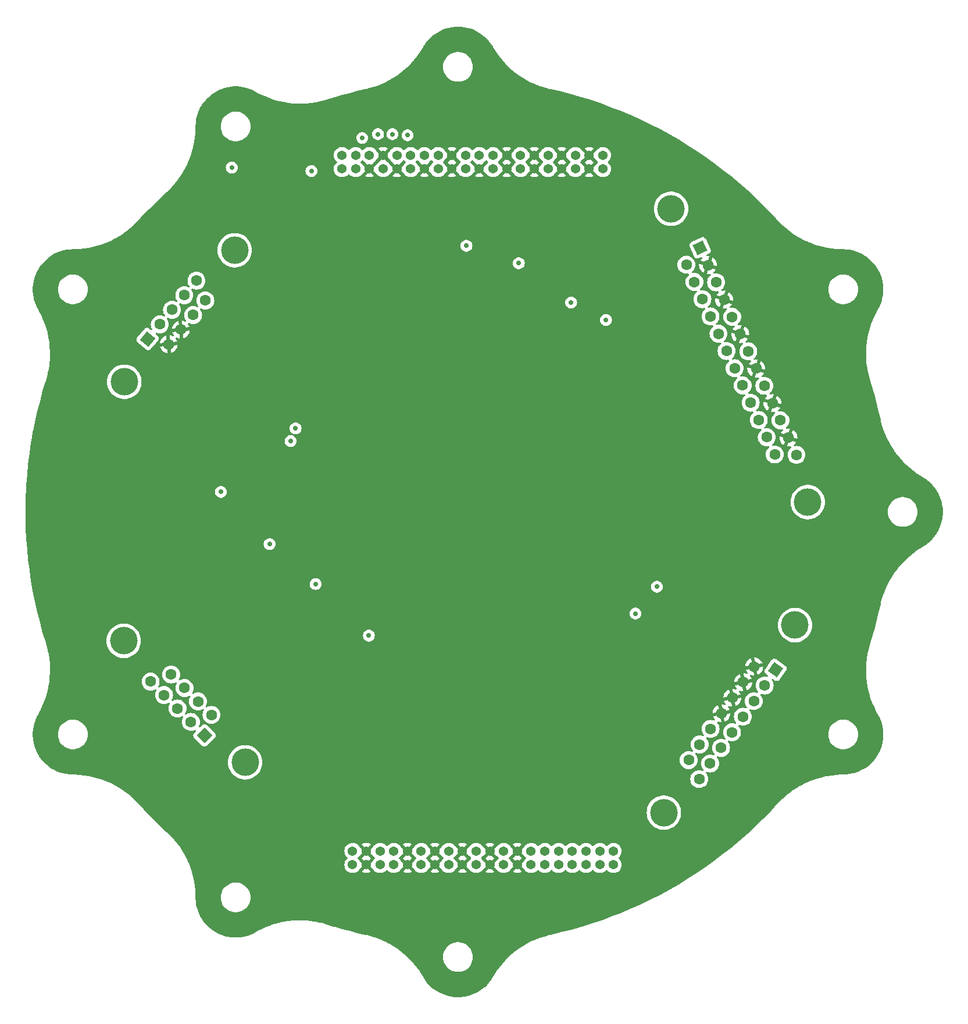
<source format=gbr>
%TF.GenerationSoftware,KiCad,Pcbnew,7.0.7*%
%TF.CreationDate,2024-03-26T09:21:42-07:00*%
%TF.ProjectId,Connector-board,436f6e6e-6563-4746-9f72-2d626f617264,rev?*%
%TF.SameCoordinates,Original*%
%TF.FileFunction,Copper,L2,Inr*%
%TF.FilePolarity,Positive*%
%FSLAX46Y46*%
G04 Gerber Fmt 4.6, Leading zero omitted, Abs format (unit mm)*
G04 Created by KiCad (PCBNEW 7.0.7) date 2024-03-26 09:21:42*
%MOMM*%
%LPD*%
G01*
G04 APERTURE LIST*
G04 Aperture macros list*
%AMRotRect*
0 Rectangle, with rotation*
0 The origin of the aperture is its center*
0 $1 length*
0 $2 width*
0 $3 Rotation angle, in degrees counterclockwise*
0 Add horizontal line*
21,1,$1,$2,0,0,$3*%
G04 Aperture macros list end*
%TA.AperFunction,ComponentPad*%
%ADD10C,4.000000*%
%TD*%
%TA.AperFunction,ComponentPad*%
%ADD11RotRect,1.600000X1.600000X115.000000*%
%TD*%
%TA.AperFunction,ComponentPad*%
%ADD12C,1.600000*%
%TD*%
%TA.AperFunction,ComponentPad*%
%ADD13C,1.371600*%
%TD*%
%TA.AperFunction,ComponentPad*%
%ADD14RotRect,1.600000X1.600000X315.000000*%
%TD*%
%TA.AperFunction,ComponentPad*%
%ADD15RotRect,1.600000X1.600000X55.000000*%
%TD*%
%TA.AperFunction,ComponentPad*%
%ADD16RotRect,1.600000X1.600000X230.000000*%
%TD*%
%TA.AperFunction,ViaPad*%
%ADD17C,0.711200*%
%TD*%
G04 APERTURE END LIST*
D10*
%TO.N,N/C*%
%TO.C,PT_DSUB1*%
X222383093Y-106381776D03*
X202477772Y-63694679D03*
D11*
%TO.N,PT1_E+*%
X206693474Y-69375274D03*
D12*
%TO.N,PT1_E-*%
X207864127Y-71885747D03*
%TO.N,PT1_E+*%
X209034779Y-74396219D03*
%TO.N,PT1_E-*%
X210205432Y-76906692D03*
%TO.N,PT1_E+*%
X211376084Y-79417164D03*
%TO.N,PT1_E-*%
X212546737Y-81927637D03*
%TO.N,PT1_E+*%
X213717390Y-84438109D03*
%TO.N,PT1_E-*%
X214888042Y-86948582D03*
%TO.N,PT1_E+*%
X216058695Y-89459055D03*
%TO.N,PT1_E-*%
X217229347Y-91969527D03*
%TO.N,PT1_E+*%
X218400000Y-94480000D03*
%TO.N,PT1_E-*%
X219570652Y-96990472D03*
%TO.N,unconnected-(PT_DSUB1-Pad13)*%
X220741305Y-99500945D03*
%TO.N,PT1_A+*%
X204704886Y-71830746D03*
%TO.N,unconnected-(PT_DSUB1-P15-Pad15)*%
X205875539Y-74341219D03*
%TO.N,PT2_A+*%
X207046191Y-76851691D03*
%TO.N,unconnected-(PT_DSUB1-P17-Pad17)*%
X208216844Y-79362164D03*
%TO.N,PT3_A+*%
X209387497Y-81872636D03*
%TO.N,unconnected-(PT_DSUB1-P19-Pad19)*%
X210558149Y-84383109D03*
%TO.N,PT4_A+*%
X211728802Y-86893582D03*
%TO.N,unconnected-(PT_DSUB1-P21-Pad21)*%
X212899454Y-89404054D03*
%TO.N,PT5_A+*%
X214070107Y-91914527D03*
%TO.N,unconnected-(PT_DSUB1-P23-Pad23)*%
X215240759Y-94424999D03*
%TO.N,PT6_A+*%
X216411412Y-96935472D03*
%TO.N,unconnected-(PT_DSUB1-P25-Pad25)*%
X217582065Y-99445944D03*
%TD*%
D13*
%TO.N,+3.3V*%
%TO.C,J1*%
X156086831Y-159170000D03*
X156086831Y-157170000D03*
%TO.N,PT1_E-*%
X158086831Y-159170000D03*
X158086831Y-157170000D03*
%TO.N,PT1_E+*%
X160086831Y-159170000D03*
X160086831Y-157170000D03*
X162086831Y-159170000D03*
X162086831Y-157170000D03*
%TO.N,PT1_E-*%
X164086831Y-159170000D03*
X164086831Y-157170000D03*
%TO.N,FLIGHT_LOX_VENT*%
X166086831Y-159170000D03*
X166086831Y-157170000D03*
%TO.N,PT1_E-*%
X168086831Y-159170000D03*
X168086831Y-157170000D03*
%TO.N,FLIGHT_ETH_VENT*%
X170086831Y-159170000D03*
X170086831Y-157170000D03*
%TO.N,PT1_E-*%
X172086831Y-159170000D03*
X172086831Y-157170000D03*
%TO.N,FLIGHT_ETH_MAIN*%
X174086831Y-159170000D03*
X174086831Y-157170000D03*
%TO.N,PT1_E-*%
X176086831Y-159170000D03*
X176086831Y-157170000D03*
%TO.N,unconnected-(J1A-Pin_23-PadA23)*%
X178086831Y-159170000D03*
%TO.N,unconnected-(J1A-Pin_24-PadA24)*%
X178086831Y-157170000D03*
%TO.N,PT1_E-*%
X180086831Y-159170000D03*
X180086831Y-157170000D03*
%TO.N,unconnected-(J1A-Pin_27-PadA27)*%
X182086831Y-159170000D03*
%TO.N,unconnected-(J1A-Pin_28-PadA28)*%
X182086831Y-157170000D03*
%TO.N,unconnected-(J1A-Pin_29-PadA29)*%
X184086831Y-159170000D03*
%TO.N,unconnected-(J1A-Pin_30-PadA30)*%
X184086831Y-157170000D03*
%TO.N,unconnected-(J1A-Pin_31-PadA31)*%
X186086831Y-159170000D03*
%TO.N,unconnected-(J1A-Pin_32-PadA32)*%
X186086831Y-157170000D03*
%TO.N,unconnected-(J1A-Pin_33-PadA33)*%
X188086731Y-159170000D03*
%TO.N,unconnected-(J1A-Pin_34-PadA34)*%
X188086731Y-157170000D03*
%TO.N,PWR_SUP*%
X190086731Y-159170000D03*
X190086731Y-157170000D03*
X192086731Y-159170000D03*
X192086731Y-157170000D03*
X194086731Y-159170000D03*
X194086731Y-157170000D03*
%TO.N,unconnected-(J1B-Pin_1-PadB1)*%
X154550000Y-57900000D03*
%TO.N,SPI_SCK*%
X154550000Y-55900000D03*
%TO.N,unconnected-(J1B-Pin_3-PadB3)*%
X156550000Y-57900000D03*
%TO.N,SPI_MISO*%
X156550000Y-55900000D03*
%TO.N,PT1_E-*%
X158550000Y-57900000D03*
%TO.N,SPI_MOSI*%
X158550000Y-55900000D03*
%TO.N,unconnected-(J1B-Pin_7-PadB7)*%
X160550000Y-57900000D03*
%TO.N,PT1_E-*%
X160550000Y-55900000D03*
X162549900Y-57900000D03*
%TO.N,TC1_CS*%
X162549900Y-55900000D03*
%TO.N,PT1_E+*%
X164549900Y-57900000D03*
%TO.N,TC2_CS*%
X164549900Y-55900000D03*
%TO.N,PT1_E-*%
X166549900Y-57900000D03*
%TO.N,TC3_CS*%
X166549900Y-55900000D03*
%TO.N,PT1_A+*%
X168549900Y-57900000D03*
%TO.N,TC4_CS*%
X168549900Y-55900000D03*
%TO.N,PT1_E-*%
X170549900Y-57900000D03*
X170549900Y-55900000D03*
%TO.N,PT1_E+*%
X172549900Y-57900000D03*
%TO.N,unconnected-(J1B-Pin_20-PadB20)*%
X172549900Y-55900000D03*
%TO.N,PT1_E-*%
X174549900Y-57900000D03*
%TO.N,unconnected-(J1B-Pin_22-PadB22)*%
X174549900Y-55900000D03*
%TO.N,PT2_A+*%
X176549900Y-57900000D03*
%TO.N,unconnected-(J1B-Pin_24-PadB24)*%
X176549900Y-55900000D03*
%TO.N,PT1_E-*%
X178549900Y-57900000D03*
X178549900Y-55900000D03*
%TO.N,PT1_E+*%
X180549900Y-57900000D03*
X180549900Y-55900000D03*
%TO.N,PT1_E-*%
X182549900Y-57900000D03*
X182549900Y-55900000D03*
%TO.N,PT3_A+*%
X184549900Y-57900000D03*
%TO.N,PT5_A+*%
X184549900Y-55900000D03*
%TO.N,PT1_E-*%
X186549900Y-57900000D03*
X186549900Y-55900000D03*
%TO.N,PT1_E+*%
X188549900Y-57900000D03*
X188549900Y-55900000D03*
%TO.N,PT1_E-*%
X190549900Y-57900000D03*
X190549900Y-55900000D03*
%TO.N,PT4_A+*%
X192549900Y-57900000D03*
%TO.N,PT6_A+*%
X192549900Y-55900000D03*
%TD*%
D10*
%TO.N,N/C*%
%TO.C,4TC_DSUB1*%
X122764701Y-126571772D03*
X140442371Y-144249442D03*
D14*
%TO.N,TC1_T-*%
X134516816Y-140332070D03*
D12*
%TO.N,TC2_T-*%
X132558130Y-138373384D03*
%TO.N,TC3_T-*%
X130599444Y-136414698D03*
%TO.N,TC4_T-*%
X128640759Y-134456013D03*
%TO.N,unconnected-(4TC_DSUB1-Pad5)*%
X126682073Y-132497327D03*
%TO.N,TC1_T+*%
X135545656Y-137344544D03*
%TO.N,TC2_T+*%
X133586971Y-135385858D03*
%TO.N,TC3_T+*%
X131628285Y-133427172D03*
%TO.N,TC4_T+*%
X129669599Y-131468486D03*
%TD*%
D10*
%TO.N,N/C*%
%TO.C,GND_DSUB1*%
X201425933Y-151566082D03*
X220526028Y-124288319D03*
D15*
%TO.N,PWR_SUP*%
X217700000Y-130800000D03*
D12*
X216111193Y-133069051D03*
X214522387Y-135338102D03*
%TO.N,unconnected-(GND_DSUB1-Pad4)*%
X212933580Y-137607153D03*
%TO.N,GROUND_ETH_VENT*%
X211344773Y-139876205D03*
%TO.N,GROUND_LOX_VENT*%
X209755966Y-142145256D03*
%TO.N,unconnected-(GND_DSUB1-Pad7)*%
X208167160Y-144414307D03*
%TO.N,unconnected-(GND_DSUB1-Pad8)*%
X206578353Y-146683358D03*
%TO.N,PT1_E-*%
X214579205Y-130305569D03*
X212990398Y-132574620D03*
X211401591Y-134843671D03*
X209812785Y-137112722D03*
%TO.N,REDS_ETH_VENT*%
X208223978Y-139381773D03*
%TO.N,REDS_LOX_VENT*%
X206635171Y-141650824D03*
%TO.N,unconnected-(GND_DSUB1-P15-Pad15)*%
X205046364Y-143919875D03*
%TD*%
D10*
%TO.N,N/C*%
%TO.C,SOLENOIDS_DSUB1*%
X138924588Y-69728891D03*
X122854897Y-88880002D03*
D16*
%TO.N,LOX_VENT*%
X126240916Y-82635574D03*
D12*
%TO.N,ETH_VENT*%
X128021438Y-80513631D03*
%TO.N,unconnected-(SOLENOIDS_DSUB1-Pad3)*%
X129801959Y-78391688D03*
%TO.N,unconnected-(SOLENOIDS_DSUB1-Pad4)*%
X131582481Y-76269745D03*
%TO.N,unconnected-(SOLENOIDS_DSUB1-Pad5)*%
X133363003Y-74147802D03*
%TO.N,PT1_E-*%
X129306743Y-83400119D03*
X131087265Y-81278176D03*
%TO.N,unconnected-(SOLENOIDS_DSUB1-Pad8)*%
X132867786Y-79156233D03*
%TO.N,unconnected-(SOLENOIDS_DSUB1-Pad9)*%
X134648308Y-77034290D03*
%TD*%
D17*
%TO.N,PT1_A+*%
X172680000Y-69080000D03*
%TO.N,PT2_A+*%
X180300000Y-71620000D03*
%TO.N,PT3_A+*%
X187920000Y-77335000D03*
%TO.N,PT4_A+*%
X193000000Y-79875000D03*
%TO.N,PT1_E-*%
X154900000Y-136390000D03*
X172045000Y-100195000D03*
X182840000Y-100830000D03*
X150455000Y-131945000D03*
X147280000Y-131310000D03*
X142835000Y-123690000D03*
X140295000Y-124325000D03*
X136485000Y-118610000D03*
X128230000Y-110990000D03*
X134580000Y-117975000D03*
X197445000Y-117975000D03*
X198715000Y-116705000D03*
X158400000Y-60200000D03*
X178100000Y-54000000D03*
X171200000Y-53900000D03*
X186900000Y-51400000D03*
X163000000Y-59900000D03*
X159000000Y-54100000D03*
%TO.N,TC1_CS*%
X159800000Y-52836100D03*
X158466261Y-125806600D03*
%TO.N,TC4_CS*%
X147060203Y-97500000D03*
X157500000Y-53400000D03*
%TO.N,TC2_CS*%
X150700000Y-118300000D03*
X161900000Y-52836100D03*
%TO.N,TC3_CS*%
X144000000Y-112500000D03*
X164100000Y-53000000D03*
%TO.N,ETH_VENT*%
X197300000Y-122600000D03*
X200400000Y-118700000D03*
%TO.N,SPI_SCK*%
X150100000Y-58200000D03*
X147796303Y-95662693D03*
%TO.N,SPI_MISO*%
X138500000Y-57700000D03*
X136900000Y-104900000D03*
%TD*%
%TA.AperFunction,Conductor*%
%TO.N,PT1_E-*%
G36*
X157637536Y-157368254D02*
G01*
X157691148Y-157407123D01*
X157772341Y-157508935D01*
X157772344Y-157508938D01*
X157844372Y-157558045D01*
X157888674Y-157612074D01*
X157896734Y-157681477D01*
X157865991Y-157744220D01*
X157862202Y-157748180D01*
X157442555Y-158167826D01*
X157442555Y-158172171D01*
X157859379Y-158588995D01*
X157892864Y-158650318D01*
X157887880Y-158720010D01*
X157846008Y-158775943D01*
X157827833Y-158786980D01*
X157826375Y-158787974D01*
X157725340Y-158881721D01*
X157725335Y-158881727D01*
X157703526Y-158919501D01*
X157652959Y-158967716D01*
X157584351Y-158980938D01*
X157519487Y-158954970D01*
X157508459Y-158945181D01*
X157083276Y-158519999D01*
X157077640Y-158513521D01*
X156967273Y-158367371D01*
X156851284Y-158261634D01*
X156815006Y-158201927D01*
X156816766Y-158132079D01*
X156851284Y-158078366D01*
X156967273Y-157972629D01*
X157077648Y-157826468D01*
X157083280Y-157819995D01*
X157506521Y-157396755D01*
X157567844Y-157363270D01*
X157637536Y-157368254D01*
G37*
%TD.AperFunction*%
%TA.AperFunction,Conductor*%
G36*
X163637536Y-157368254D02*
G01*
X163691148Y-157407123D01*
X163772341Y-157508935D01*
X163772344Y-157508938D01*
X163844372Y-157558045D01*
X163888674Y-157612074D01*
X163896734Y-157681477D01*
X163865991Y-157744220D01*
X163862202Y-157748180D01*
X163442555Y-158167826D01*
X163442555Y-158172171D01*
X163859379Y-158588995D01*
X163892864Y-158650318D01*
X163887880Y-158720010D01*
X163846008Y-158775943D01*
X163827833Y-158786980D01*
X163826375Y-158787974D01*
X163725340Y-158881721D01*
X163725335Y-158881727D01*
X163703526Y-158919501D01*
X163652959Y-158967716D01*
X163584351Y-158980938D01*
X163519487Y-158954970D01*
X163508459Y-158945181D01*
X163083276Y-158519999D01*
X163077640Y-158513521D01*
X162967273Y-158367371D01*
X162851284Y-158261634D01*
X162815006Y-158201927D01*
X162816766Y-158132079D01*
X162851284Y-158078366D01*
X162967273Y-157972629D01*
X163077648Y-157826468D01*
X163083280Y-157819995D01*
X163506521Y-157396755D01*
X163567844Y-157363270D01*
X163637536Y-157368254D01*
G37*
%TD.AperFunction*%
%TA.AperFunction,Conductor*%
G36*
X167637536Y-157368254D02*
G01*
X167691148Y-157407123D01*
X167772341Y-157508935D01*
X167772344Y-157508938D01*
X167844372Y-157558045D01*
X167888674Y-157612074D01*
X167896734Y-157681477D01*
X167865991Y-157744220D01*
X167862202Y-157748180D01*
X167442555Y-158167826D01*
X167442555Y-158172171D01*
X167859379Y-158588995D01*
X167892864Y-158650318D01*
X167887880Y-158720010D01*
X167846008Y-158775943D01*
X167827833Y-158786980D01*
X167826375Y-158787974D01*
X167725340Y-158881721D01*
X167725335Y-158881727D01*
X167703526Y-158919501D01*
X167652959Y-158967716D01*
X167584351Y-158980938D01*
X167519487Y-158954970D01*
X167508459Y-158945181D01*
X167083276Y-158519999D01*
X167077640Y-158513521D01*
X166967273Y-158367371D01*
X166851284Y-158261634D01*
X166815006Y-158201927D01*
X166816766Y-158132079D01*
X166851284Y-158078366D01*
X166967273Y-157972629D01*
X167077648Y-157826468D01*
X167083280Y-157819995D01*
X167506521Y-157396755D01*
X167567844Y-157363270D01*
X167637536Y-157368254D01*
G37*
%TD.AperFunction*%
%TA.AperFunction,Conductor*%
G36*
X171637536Y-157368254D02*
G01*
X171691148Y-157407123D01*
X171772341Y-157508935D01*
X171772344Y-157508938D01*
X171844372Y-157558045D01*
X171888674Y-157612074D01*
X171896734Y-157681477D01*
X171865991Y-157744220D01*
X171862202Y-157748180D01*
X171442555Y-158167826D01*
X171442555Y-158172171D01*
X171859379Y-158588995D01*
X171892864Y-158650318D01*
X171887880Y-158720010D01*
X171846008Y-158775943D01*
X171827833Y-158786980D01*
X171826375Y-158787974D01*
X171725340Y-158881721D01*
X171725335Y-158881727D01*
X171703526Y-158919501D01*
X171652959Y-158967716D01*
X171584351Y-158980938D01*
X171519487Y-158954970D01*
X171508459Y-158945181D01*
X171083276Y-158519999D01*
X171077640Y-158513521D01*
X170967273Y-158367371D01*
X170851284Y-158261634D01*
X170815006Y-158201927D01*
X170816766Y-158132079D01*
X170851284Y-158078366D01*
X170967273Y-157972629D01*
X171077648Y-157826468D01*
X171083280Y-157819995D01*
X171506521Y-157396755D01*
X171567844Y-157363270D01*
X171637536Y-157368254D01*
G37*
%TD.AperFunction*%
%TA.AperFunction,Conductor*%
G36*
X175637536Y-157368254D02*
G01*
X175691148Y-157407123D01*
X175772341Y-157508935D01*
X175772344Y-157508938D01*
X175844372Y-157558045D01*
X175888674Y-157612074D01*
X175896734Y-157681477D01*
X175865991Y-157744220D01*
X175862202Y-157748180D01*
X175442555Y-158167826D01*
X175442555Y-158172171D01*
X175859379Y-158588995D01*
X175892864Y-158650318D01*
X175887880Y-158720010D01*
X175846008Y-158775943D01*
X175827833Y-158786980D01*
X175826375Y-158787974D01*
X175725340Y-158881721D01*
X175725335Y-158881727D01*
X175703526Y-158919501D01*
X175652959Y-158967716D01*
X175584351Y-158980938D01*
X175519487Y-158954970D01*
X175508459Y-158945181D01*
X175083276Y-158519999D01*
X175077640Y-158513521D01*
X174967273Y-158367371D01*
X174851284Y-158261634D01*
X174815006Y-158201927D01*
X174816766Y-158132079D01*
X174851284Y-158078366D01*
X174967273Y-157972629D01*
X175077648Y-157826468D01*
X175083280Y-157819995D01*
X175506521Y-157396755D01*
X175567844Y-157363270D01*
X175637536Y-157368254D01*
G37*
%TD.AperFunction*%
%TA.AperFunction,Conductor*%
G36*
X179637536Y-157368254D02*
G01*
X179691148Y-157407123D01*
X179772341Y-157508935D01*
X179772344Y-157508938D01*
X179844372Y-157558045D01*
X179888674Y-157612074D01*
X179896734Y-157681477D01*
X179865991Y-157744220D01*
X179862202Y-157748180D01*
X179442555Y-158167826D01*
X179442555Y-158172171D01*
X179859379Y-158588995D01*
X179892864Y-158650318D01*
X179887880Y-158720010D01*
X179846008Y-158775943D01*
X179827833Y-158786980D01*
X179826375Y-158787974D01*
X179725340Y-158881721D01*
X179725335Y-158881727D01*
X179703526Y-158919501D01*
X179652959Y-158967716D01*
X179584351Y-158980938D01*
X179519487Y-158954970D01*
X179508459Y-158945181D01*
X179083276Y-158519999D01*
X179077640Y-158513521D01*
X178967273Y-158367371D01*
X178851284Y-158261634D01*
X178815006Y-158201927D01*
X178816766Y-158132079D01*
X178851284Y-158078366D01*
X178967273Y-157972629D01*
X179077648Y-157826468D01*
X179083280Y-157819995D01*
X179506521Y-157396755D01*
X179567844Y-157363270D01*
X179637536Y-157368254D01*
G37*
%TD.AperFunction*%
%TA.AperFunction,Conductor*%
G36*
X158654171Y-157385027D02*
G01*
X158665202Y-157394818D01*
X159090384Y-157819999D01*
X159096017Y-157826473D01*
X159206389Y-157972629D01*
X159206391Y-157972631D01*
X159206395Y-157972635D01*
X159322373Y-158078363D01*
X159358655Y-158138074D01*
X159356894Y-158207922D01*
X159322373Y-158261637D01*
X159206390Y-158367368D01*
X159096024Y-158513517D01*
X159090381Y-158520002D01*
X158667139Y-158943243D01*
X158605816Y-158976728D01*
X158536124Y-158971744D01*
X158482511Y-158932875D01*
X158401316Y-158831061D01*
X158401315Y-158831060D01*
X158329287Y-158781952D01*
X158284985Y-158727923D01*
X158276927Y-158658520D01*
X158307669Y-158595777D01*
X158311458Y-158591818D01*
X158731100Y-158172175D01*
X158731100Y-158167821D01*
X158314282Y-157751004D01*
X158280797Y-157689681D01*
X158285781Y-157619990D01*
X158327652Y-157564056D01*
X158345827Y-157553020D01*
X158347286Y-157552025D01*
X158347286Y-157552024D01*
X158347290Y-157552023D01*
X158448322Y-157458279D01*
X158470135Y-157420498D01*
X158520699Y-157372284D01*
X158589306Y-157359060D01*
X158654171Y-157385027D01*
G37*
%TD.AperFunction*%
%TA.AperFunction,Conductor*%
G36*
X164654171Y-157385027D02*
G01*
X164665202Y-157394818D01*
X165090384Y-157819999D01*
X165096017Y-157826473D01*
X165206389Y-157972629D01*
X165206391Y-157972631D01*
X165206395Y-157972635D01*
X165322373Y-158078363D01*
X165358655Y-158138074D01*
X165356894Y-158207922D01*
X165322373Y-158261637D01*
X165206390Y-158367368D01*
X165096024Y-158513517D01*
X165090381Y-158520002D01*
X164667139Y-158943243D01*
X164605816Y-158976728D01*
X164536124Y-158971744D01*
X164482511Y-158932875D01*
X164401316Y-158831061D01*
X164401315Y-158831060D01*
X164329287Y-158781952D01*
X164284985Y-158727923D01*
X164276927Y-158658520D01*
X164307669Y-158595777D01*
X164311458Y-158591818D01*
X164731100Y-158172175D01*
X164731100Y-158167821D01*
X164314282Y-157751004D01*
X164280797Y-157689681D01*
X164285781Y-157619990D01*
X164327652Y-157564056D01*
X164345827Y-157553020D01*
X164347286Y-157552025D01*
X164347286Y-157552024D01*
X164347290Y-157552023D01*
X164448322Y-157458279D01*
X164470135Y-157420498D01*
X164520699Y-157372284D01*
X164589306Y-157359060D01*
X164654171Y-157385027D01*
G37*
%TD.AperFunction*%
%TA.AperFunction,Conductor*%
G36*
X168654171Y-157385027D02*
G01*
X168665202Y-157394818D01*
X169090384Y-157819999D01*
X169096017Y-157826473D01*
X169206389Y-157972629D01*
X169206391Y-157972631D01*
X169206395Y-157972635D01*
X169322373Y-158078363D01*
X169358655Y-158138074D01*
X169356894Y-158207922D01*
X169322373Y-158261637D01*
X169206390Y-158367368D01*
X169096024Y-158513517D01*
X169090381Y-158520002D01*
X168667139Y-158943243D01*
X168605816Y-158976728D01*
X168536124Y-158971744D01*
X168482511Y-158932875D01*
X168401316Y-158831061D01*
X168401315Y-158831060D01*
X168329287Y-158781952D01*
X168284985Y-158727923D01*
X168276927Y-158658520D01*
X168307669Y-158595777D01*
X168311458Y-158591818D01*
X168731100Y-158172175D01*
X168731100Y-158167821D01*
X168314282Y-157751004D01*
X168280797Y-157689681D01*
X168285781Y-157619990D01*
X168327652Y-157564056D01*
X168345827Y-157553020D01*
X168347286Y-157552025D01*
X168347286Y-157552024D01*
X168347290Y-157552023D01*
X168448322Y-157458279D01*
X168470135Y-157420498D01*
X168520699Y-157372284D01*
X168589306Y-157359060D01*
X168654171Y-157385027D01*
G37*
%TD.AperFunction*%
%TA.AperFunction,Conductor*%
G36*
X172654171Y-157385027D02*
G01*
X172665202Y-157394818D01*
X173090384Y-157819999D01*
X173096017Y-157826473D01*
X173206389Y-157972629D01*
X173206391Y-157972631D01*
X173206395Y-157972635D01*
X173322373Y-158078363D01*
X173358655Y-158138074D01*
X173356894Y-158207922D01*
X173322373Y-158261637D01*
X173206390Y-158367368D01*
X173096024Y-158513517D01*
X173090381Y-158520002D01*
X172667139Y-158943243D01*
X172605816Y-158976728D01*
X172536124Y-158971744D01*
X172482511Y-158932875D01*
X172401316Y-158831061D01*
X172401315Y-158831060D01*
X172329287Y-158781952D01*
X172284985Y-158727923D01*
X172276927Y-158658520D01*
X172307669Y-158595777D01*
X172311458Y-158591818D01*
X172731100Y-158172175D01*
X172731100Y-158167821D01*
X172314282Y-157751004D01*
X172280797Y-157689681D01*
X172285781Y-157619990D01*
X172327652Y-157564056D01*
X172345827Y-157553020D01*
X172347286Y-157552025D01*
X172347286Y-157552024D01*
X172347290Y-157552023D01*
X172448322Y-157458279D01*
X172470135Y-157420498D01*
X172520699Y-157372284D01*
X172589306Y-157359060D01*
X172654171Y-157385027D01*
G37*
%TD.AperFunction*%
%TA.AperFunction,Conductor*%
G36*
X176654171Y-157385027D02*
G01*
X176665202Y-157394818D01*
X177090384Y-157819999D01*
X177096017Y-157826473D01*
X177206389Y-157972629D01*
X177206391Y-157972631D01*
X177206395Y-157972635D01*
X177322373Y-158078363D01*
X177358655Y-158138074D01*
X177356894Y-158207922D01*
X177322373Y-158261637D01*
X177206390Y-158367368D01*
X177096024Y-158513517D01*
X177090381Y-158520002D01*
X176667139Y-158943243D01*
X176605816Y-158976728D01*
X176536124Y-158971744D01*
X176482511Y-158932875D01*
X176401316Y-158831061D01*
X176401315Y-158831060D01*
X176329287Y-158781952D01*
X176284985Y-158727923D01*
X176276927Y-158658520D01*
X176307669Y-158595777D01*
X176311458Y-158591818D01*
X176731100Y-158172175D01*
X176731100Y-158167821D01*
X176314282Y-157751004D01*
X176280797Y-157689681D01*
X176285781Y-157619990D01*
X176327652Y-157564056D01*
X176345827Y-157553020D01*
X176347286Y-157552025D01*
X176347286Y-157552024D01*
X176347290Y-157552023D01*
X176448322Y-157458279D01*
X176470135Y-157420498D01*
X176520699Y-157372284D01*
X176589306Y-157359060D01*
X176654171Y-157385027D01*
G37*
%TD.AperFunction*%
%TA.AperFunction,Conductor*%
G36*
X180654171Y-157385027D02*
G01*
X180665202Y-157394818D01*
X181090384Y-157819999D01*
X181096017Y-157826473D01*
X181206389Y-157972629D01*
X181206391Y-157972631D01*
X181206395Y-157972635D01*
X181322373Y-158078363D01*
X181358655Y-158138074D01*
X181356894Y-158207922D01*
X181322373Y-158261637D01*
X181206390Y-158367368D01*
X181096024Y-158513517D01*
X181090381Y-158520002D01*
X180667139Y-158943243D01*
X180605816Y-158976728D01*
X180536124Y-158971744D01*
X180482511Y-158932875D01*
X180401316Y-158831061D01*
X180401315Y-158831060D01*
X180329287Y-158781952D01*
X180284985Y-158727923D01*
X180276927Y-158658520D01*
X180307669Y-158595777D01*
X180311458Y-158591818D01*
X180731100Y-158172175D01*
X180731100Y-158167821D01*
X180314282Y-157751004D01*
X180280797Y-157689681D01*
X180285781Y-157619990D01*
X180327652Y-157564056D01*
X180345827Y-157553020D01*
X180347286Y-157552025D01*
X180347286Y-157552024D01*
X180347290Y-157552023D01*
X180448322Y-157458279D01*
X180470135Y-157420498D01*
X180520699Y-157372284D01*
X180589306Y-157359060D01*
X180654171Y-157385027D01*
G37*
%TD.AperFunction*%
%TA.AperFunction,Conductor*%
G36*
X157638048Y-56662758D02*
G01*
X157648948Y-56675337D01*
X157669558Y-56702629D01*
X157832032Y-56850743D01*
X157832037Y-56850746D01*
X157832040Y-56850748D01*
X157878264Y-56879369D01*
X157900668Y-56897115D01*
X158322548Y-57318995D01*
X158356033Y-57380318D01*
X158351049Y-57450010D01*
X158309177Y-57505943D01*
X158291002Y-57516980D01*
X158289544Y-57517974D01*
X158188509Y-57611721D01*
X158188504Y-57611727D01*
X158166695Y-57649501D01*
X158116128Y-57697716D01*
X158047520Y-57710938D01*
X157982656Y-57684970D01*
X157971628Y-57675181D01*
X157546445Y-57249999D01*
X157540809Y-57243521D01*
X157430442Y-57097371D01*
X157430440Y-57097368D01*
X157314456Y-56991636D01*
X157278174Y-56931925D01*
X157279935Y-56862078D01*
X157314454Y-56808365D01*
X157430442Y-56702629D01*
X157451046Y-56675343D01*
X157507153Y-56633709D01*
X157576865Y-56629016D01*
X157638048Y-56662758D01*
G37*
%TD.AperFunction*%
%TA.AperFunction,Conductor*%
G36*
X161117340Y-56115027D02*
G01*
X161128371Y-56124818D01*
X161553140Y-56549586D01*
X161558782Y-56556070D01*
X161669458Y-56702629D01*
X161831932Y-56850743D01*
X161831937Y-56850746D01*
X161831940Y-56850748D01*
X161878164Y-56879369D01*
X161900568Y-56897115D01*
X162322448Y-57318995D01*
X162355933Y-57380318D01*
X162350949Y-57450010D01*
X162309077Y-57505943D01*
X162290902Y-57516980D01*
X162289444Y-57517974D01*
X162188409Y-57611721D01*
X162188404Y-57611727D01*
X162166595Y-57649501D01*
X162116028Y-57697716D01*
X162047420Y-57710938D01*
X161982556Y-57684970D01*
X161971528Y-57675181D01*
X161546756Y-57250410D01*
X161541113Y-57243924D01*
X161430443Y-57097372D01*
X161430441Y-57097369D01*
X161267968Y-56949257D01*
X161267967Y-56949256D01*
X161221732Y-56920628D01*
X161199330Y-56902883D01*
X160777451Y-56481004D01*
X160743966Y-56419681D01*
X160748950Y-56349989D01*
X160790822Y-56294056D01*
X160808995Y-56283020D01*
X160810455Y-56282025D01*
X160810455Y-56282024D01*
X160810459Y-56282023D01*
X160911491Y-56188279D01*
X160933304Y-56150498D01*
X160983868Y-56102284D01*
X161052475Y-56089060D01*
X161117340Y-56115027D01*
G37*
%TD.AperFunction*%
%TA.AperFunction,Conductor*%
G36*
X165637948Y-56662758D02*
G01*
X165648848Y-56675337D01*
X165669458Y-56702629D01*
X165831932Y-56850743D01*
X165831937Y-56850746D01*
X165831940Y-56850748D01*
X165878164Y-56879369D01*
X165900568Y-56897115D01*
X166322448Y-57318995D01*
X166355933Y-57380318D01*
X166350949Y-57450010D01*
X166309077Y-57505943D01*
X166290902Y-57516980D01*
X166289444Y-57517974D01*
X166188409Y-57611721D01*
X166188404Y-57611727D01*
X166166595Y-57649501D01*
X166116028Y-57697716D01*
X166047420Y-57710938D01*
X165982556Y-57684970D01*
X165971528Y-57675181D01*
X165546345Y-57249999D01*
X165540709Y-57243521D01*
X165430342Y-57097371D01*
X165314353Y-56991634D01*
X165278075Y-56931927D01*
X165279835Y-56862079D01*
X165314353Y-56808366D01*
X165430342Y-56702629D01*
X165450946Y-56675343D01*
X165507053Y-56633709D01*
X165576765Y-56629016D01*
X165637948Y-56662758D01*
G37*
%TD.AperFunction*%
%TA.AperFunction,Conductor*%
G36*
X170100605Y-56098254D02*
G01*
X170154217Y-56137123D01*
X170235410Y-56238935D01*
X170235413Y-56238938D01*
X170307441Y-56288045D01*
X170351743Y-56342074D01*
X170359803Y-56411477D01*
X170329060Y-56474220D01*
X170325271Y-56478180D01*
X169905624Y-56897826D01*
X169905624Y-56902170D01*
X170322448Y-57318995D01*
X170355933Y-57380318D01*
X170350949Y-57450010D01*
X170309077Y-57505943D01*
X170290902Y-57516980D01*
X170289444Y-57517974D01*
X170188409Y-57611721D01*
X170188404Y-57611727D01*
X170166595Y-57649501D01*
X170116028Y-57697716D01*
X170047420Y-57710938D01*
X169982556Y-57684970D01*
X169971528Y-57675181D01*
X169546345Y-57249999D01*
X169540709Y-57243521D01*
X169430342Y-57097371D01*
X169314353Y-56991634D01*
X169278075Y-56931927D01*
X169279835Y-56862079D01*
X169314353Y-56808366D01*
X169430342Y-56702629D01*
X169540717Y-56556468D01*
X169546349Y-56549995D01*
X169969590Y-56126755D01*
X170030913Y-56093270D01*
X170100605Y-56098254D01*
G37*
%TD.AperFunction*%
%TA.AperFunction,Conductor*%
G36*
X173637948Y-56662758D02*
G01*
X173648848Y-56675337D01*
X173669458Y-56702629D01*
X173831932Y-56850743D01*
X173831937Y-56850746D01*
X173831940Y-56850748D01*
X173878164Y-56879369D01*
X173900568Y-56897115D01*
X174322448Y-57318995D01*
X174355933Y-57380318D01*
X174350949Y-57450010D01*
X174309077Y-57505943D01*
X174290902Y-57516980D01*
X174289444Y-57517974D01*
X174188409Y-57611721D01*
X174188404Y-57611727D01*
X174166595Y-57649501D01*
X174116028Y-57697716D01*
X174047420Y-57710938D01*
X173982556Y-57684970D01*
X173971528Y-57675181D01*
X173546345Y-57249999D01*
X173540709Y-57243521D01*
X173430342Y-57097371D01*
X173314353Y-56991634D01*
X173278075Y-56931927D01*
X173279835Y-56862079D01*
X173314353Y-56808366D01*
X173430342Y-56702629D01*
X173450946Y-56675343D01*
X173507053Y-56633709D01*
X173576765Y-56629016D01*
X173637948Y-56662758D01*
G37*
%TD.AperFunction*%
%TA.AperFunction,Conductor*%
G36*
X178100605Y-56098254D02*
G01*
X178154217Y-56137123D01*
X178235410Y-56238935D01*
X178235413Y-56238938D01*
X178307441Y-56288045D01*
X178351743Y-56342074D01*
X178359803Y-56411477D01*
X178329060Y-56474220D01*
X178325271Y-56478180D01*
X177905624Y-56897826D01*
X177905624Y-56902170D01*
X178322448Y-57318995D01*
X178355933Y-57380318D01*
X178350949Y-57450010D01*
X178309077Y-57505943D01*
X178290902Y-57516980D01*
X178289444Y-57517974D01*
X178188409Y-57611721D01*
X178188404Y-57611727D01*
X178166595Y-57649501D01*
X178116028Y-57697716D01*
X178047420Y-57710938D01*
X177982556Y-57684970D01*
X177971528Y-57675181D01*
X177546345Y-57249999D01*
X177540709Y-57243521D01*
X177430342Y-57097371D01*
X177314353Y-56991634D01*
X177278075Y-56931927D01*
X177279835Y-56862079D01*
X177314353Y-56808366D01*
X177430342Y-56702629D01*
X177540717Y-56556468D01*
X177546349Y-56549995D01*
X177969590Y-56126755D01*
X178030913Y-56093270D01*
X178100605Y-56098254D01*
G37*
%TD.AperFunction*%
%TA.AperFunction,Conductor*%
G36*
X182100605Y-56098254D02*
G01*
X182154217Y-56137123D01*
X182235410Y-56238935D01*
X182235413Y-56238938D01*
X182307441Y-56288045D01*
X182351743Y-56342074D01*
X182359803Y-56411477D01*
X182329060Y-56474220D01*
X182325271Y-56478180D01*
X181905624Y-56897826D01*
X181905624Y-56902170D01*
X182322448Y-57318995D01*
X182355933Y-57380318D01*
X182350949Y-57450010D01*
X182309077Y-57505943D01*
X182290902Y-57516980D01*
X182289444Y-57517974D01*
X182188409Y-57611721D01*
X182188404Y-57611727D01*
X182166595Y-57649501D01*
X182116028Y-57697716D01*
X182047420Y-57710938D01*
X181982556Y-57684970D01*
X181971528Y-57675181D01*
X181546345Y-57249999D01*
X181540709Y-57243521D01*
X181430342Y-57097371D01*
X181430340Y-57097368D01*
X181314357Y-56991637D01*
X181278076Y-56931926D01*
X181279836Y-56862079D01*
X181314357Y-56808363D01*
X181430340Y-56702631D01*
X181430342Y-56702629D01*
X181540717Y-56556468D01*
X181546349Y-56549995D01*
X181969590Y-56126755D01*
X182030913Y-56093270D01*
X182100605Y-56098254D01*
G37*
%TD.AperFunction*%
%TA.AperFunction,Conductor*%
G36*
X186100605Y-56098254D02*
G01*
X186154217Y-56137123D01*
X186235410Y-56238935D01*
X186235413Y-56238938D01*
X186307441Y-56288045D01*
X186351743Y-56342074D01*
X186359803Y-56411477D01*
X186329060Y-56474220D01*
X186325271Y-56478180D01*
X185905624Y-56897826D01*
X185905624Y-56902170D01*
X186322448Y-57318995D01*
X186355933Y-57380318D01*
X186350949Y-57450010D01*
X186309077Y-57505943D01*
X186290902Y-57516980D01*
X186289444Y-57517974D01*
X186188409Y-57611721D01*
X186188404Y-57611727D01*
X186166595Y-57649501D01*
X186116028Y-57697716D01*
X186047420Y-57710938D01*
X185982556Y-57684970D01*
X185971528Y-57675181D01*
X185546345Y-57249999D01*
X185540709Y-57243521D01*
X185430342Y-57097371D01*
X185430340Y-57097368D01*
X185314357Y-56991637D01*
X185278076Y-56931926D01*
X185279836Y-56862079D01*
X185314357Y-56808363D01*
X185430340Y-56702631D01*
X185430342Y-56702629D01*
X185540717Y-56556468D01*
X185546349Y-56549995D01*
X185969590Y-56126755D01*
X186030913Y-56093270D01*
X186100605Y-56098254D01*
G37*
%TD.AperFunction*%
%TA.AperFunction,Conductor*%
G36*
X190100605Y-56098254D02*
G01*
X190154217Y-56137123D01*
X190235410Y-56238935D01*
X190235413Y-56238938D01*
X190307441Y-56288045D01*
X190351743Y-56342074D01*
X190359803Y-56411477D01*
X190329060Y-56474220D01*
X190325271Y-56478180D01*
X189905624Y-56897826D01*
X189905624Y-56902170D01*
X190322448Y-57318995D01*
X190355933Y-57380318D01*
X190350949Y-57450010D01*
X190309077Y-57505943D01*
X190290902Y-57516980D01*
X190289444Y-57517974D01*
X190188409Y-57611721D01*
X190188404Y-57611727D01*
X190166595Y-57649501D01*
X190116028Y-57697716D01*
X190047420Y-57710938D01*
X189982556Y-57684970D01*
X189971528Y-57675181D01*
X189546345Y-57249999D01*
X189540709Y-57243521D01*
X189430342Y-57097371D01*
X189430340Y-57097368D01*
X189314357Y-56991637D01*
X189278076Y-56931926D01*
X189279836Y-56862079D01*
X189314357Y-56808363D01*
X189430340Y-56702631D01*
X189430342Y-56702629D01*
X189540717Y-56556468D01*
X189546349Y-56549995D01*
X189969590Y-56126755D01*
X190030913Y-56093270D01*
X190100605Y-56098254D01*
G37*
%TD.AperFunction*%
%TA.AperFunction,Conductor*%
G36*
X160100705Y-56098254D02*
G01*
X160154317Y-56137123D01*
X160235510Y-56238935D01*
X160235513Y-56238938D01*
X160307541Y-56288045D01*
X160351843Y-56342074D01*
X160359903Y-56411477D01*
X160329160Y-56474220D01*
X160325371Y-56478180D01*
X159900666Y-56902885D01*
X159878264Y-56920630D01*
X159832032Y-56949256D01*
X159832031Y-56949257D01*
X159669559Y-57097369D01*
X159559193Y-57243517D01*
X159553550Y-57250002D01*
X159130308Y-57673243D01*
X159068985Y-57706728D01*
X158999293Y-57701744D01*
X158945680Y-57662875D01*
X158864485Y-57561061D01*
X158864484Y-57561060D01*
X158792456Y-57511952D01*
X158748154Y-57457923D01*
X158740096Y-57388520D01*
X158770838Y-57325777D01*
X158774627Y-57321818D01*
X159199331Y-56897114D01*
X159221726Y-56879374D01*
X159267968Y-56850743D01*
X159418298Y-56713700D01*
X159430440Y-56702631D01*
X159430442Y-56702629D01*
X159540817Y-56556468D01*
X159546449Y-56549995D01*
X159969690Y-56126755D01*
X160031013Y-56093270D01*
X160100705Y-56098254D01*
G37*
%TD.AperFunction*%
%TA.AperFunction,Conductor*%
G36*
X163637948Y-56662758D02*
G01*
X163648848Y-56675337D01*
X163664509Y-56696075D01*
X163669460Y-56702632D01*
X163785442Y-56808363D01*
X163821724Y-56868074D01*
X163819963Y-56937922D01*
X163785442Y-56991637D01*
X163669459Y-57097368D01*
X163559093Y-57243517D01*
X163553450Y-57250002D01*
X163130208Y-57673243D01*
X163068885Y-57706728D01*
X162999193Y-57701744D01*
X162945580Y-57662875D01*
X162864385Y-57561061D01*
X162864384Y-57561060D01*
X162792356Y-57511952D01*
X162748054Y-57457923D01*
X162739996Y-57388520D01*
X162770738Y-57325777D01*
X162774527Y-57321818D01*
X163199231Y-56897114D01*
X163221626Y-56879374D01*
X163267868Y-56850743D01*
X163430342Y-56702629D01*
X163450946Y-56675343D01*
X163507053Y-56633709D01*
X163576765Y-56629016D01*
X163637948Y-56662758D01*
G37*
%TD.AperFunction*%
%TA.AperFunction,Conductor*%
G36*
X167637948Y-56662758D02*
G01*
X167648848Y-56675337D01*
X167664509Y-56696075D01*
X167669460Y-56702632D01*
X167785442Y-56808363D01*
X167821724Y-56868074D01*
X167819963Y-56937922D01*
X167785442Y-56991637D01*
X167669459Y-57097368D01*
X167559093Y-57243517D01*
X167553450Y-57250002D01*
X167130208Y-57673243D01*
X167068885Y-57706728D01*
X166999193Y-57701744D01*
X166945580Y-57662875D01*
X166864385Y-57561061D01*
X166864384Y-57561060D01*
X166792356Y-57511952D01*
X166748054Y-57457923D01*
X166739996Y-57388520D01*
X166770738Y-57325777D01*
X166774527Y-57321818D01*
X167199231Y-56897114D01*
X167221626Y-56879374D01*
X167267868Y-56850743D01*
X167430342Y-56702629D01*
X167450946Y-56675343D01*
X167507053Y-56633709D01*
X167576765Y-56629016D01*
X167637948Y-56662758D01*
G37*
%TD.AperFunction*%
%TA.AperFunction,Conductor*%
G36*
X171117240Y-56115027D02*
G01*
X171128271Y-56124818D01*
X171553453Y-56549999D01*
X171559086Y-56556473D01*
X171669458Y-56702629D01*
X171669460Y-56702631D01*
X171669464Y-56702635D01*
X171785442Y-56808363D01*
X171821724Y-56868074D01*
X171819963Y-56937922D01*
X171785442Y-56991637D01*
X171669459Y-57097368D01*
X171559093Y-57243517D01*
X171553450Y-57250002D01*
X171130208Y-57673243D01*
X171068885Y-57706728D01*
X170999193Y-57701744D01*
X170945580Y-57662875D01*
X170864385Y-57561061D01*
X170864384Y-57561060D01*
X170792356Y-57511952D01*
X170748054Y-57457923D01*
X170739996Y-57388520D01*
X170770738Y-57325777D01*
X170774527Y-57321818D01*
X171194169Y-56902175D01*
X171194169Y-56897821D01*
X170777351Y-56481004D01*
X170743866Y-56419681D01*
X170748850Y-56349990D01*
X170790721Y-56294056D01*
X170808896Y-56283020D01*
X170810355Y-56282025D01*
X170810355Y-56282024D01*
X170810359Y-56282023D01*
X170911391Y-56188279D01*
X170933204Y-56150498D01*
X170983768Y-56102284D01*
X171052375Y-56089060D01*
X171117240Y-56115027D01*
G37*
%TD.AperFunction*%
%TA.AperFunction,Conductor*%
G36*
X175637948Y-56662758D02*
G01*
X175648848Y-56675337D01*
X175664509Y-56696075D01*
X175669460Y-56702632D01*
X175785442Y-56808363D01*
X175821724Y-56868074D01*
X175819963Y-56937922D01*
X175785442Y-56991637D01*
X175669459Y-57097368D01*
X175559093Y-57243517D01*
X175553450Y-57250002D01*
X175130208Y-57673243D01*
X175068885Y-57706728D01*
X174999193Y-57701744D01*
X174945580Y-57662875D01*
X174864385Y-57561061D01*
X174864384Y-57561060D01*
X174792356Y-57511952D01*
X174748054Y-57457923D01*
X174739996Y-57388520D01*
X174770738Y-57325777D01*
X174774527Y-57321818D01*
X175199231Y-56897114D01*
X175221626Y-56879374D01*
X175267868Y-56850743D01*
X175430342Y-56702629D01*
X175450946Y-56675343D01*
X175507053Y-56633709D01*
X175576765Y-56629016D01*
X175637948Y-56662758D01*
G37*
%TD.AperFunction*%
%TA.AperFunction,Conductor*%
G36*
X179117240Y-56115027D02*
G01*
X179128271Y-56124818D01*
X179553453Y-56549999D01*
X179559086Y-56556473D01*
X179669458Y-56702629D01*
X179669460Y-56702631D01*
X179669464Y-56702635D01*
X179785442Y-56808363D01*
X179821724Y-56868074D01*
X179819963Y-56937922D01*
X179785442Y-56991637D01*
X179669459Y-57097368D01*
X179559093Y-57243517D01*
X179553450Y-57250002D01*
X179130208Y-57673243D01*
X179068885Y-57706728D01*
X178999193Y-57701744D01*
X178945580Y-57662875D01*
X178864385Y-57561061D01*
X178864384Y-57561060D01*
X178792356Y-57511952D01*
X178748054Y-57457923D01*
X178739996Y-57388520D01*
X178770738Y-57325777D01*
X178774527Y-57321818D01*
X179194169Y-56902175D01*
X179194169Y-56897821D01*
X178777351Y-56481004D01*
X178743866Y-56419681D01*
X178748850Y-56349990D01*
X178790721Y-56294056D01*
X178808896Y-56283020D01*
X178810355Y-56282025D01*
X178810355Y-56282024D01*
X178810359Y-56282023D01*
X178911391Y-56188279D01*
X178933204Y-56150498D01*
X178983768Y-56102284D01*
X179052375Y-56089060D01*
X179117240Y-56115027D01*
G37*
%TD.AperFunction*%
%TA.AperFunction,Conductor*%
G36*
X183117240Y-56115027D02*
G01*
X183128271Y-56124818D01*
X183553453Y-56549999D01*
X183559086Y-56556473D01*
X183669458Y-56702629D01*
X183669460Y-56702631D01*
X183669464Y-56702635D01*
X183785442Y-56808363D01*
X183821724Y-56868074D01*
X183819963Y-56937922D01*
X183785442Y-56991637D01*
X183669459Y-57097368D01*
X183559093Y-57243517D01*
X183553450Y-57250002D01*
X183130208Y-57673243D01*
X183068885Y-57706728D01*
X182999193Y-57701744D01*
X182945580Y-57662875D01*
X182864385Y-57561061D01*
X182864384Y-57561060D01*
X182792356Y-57511952D01*
X182748054Y-57457923D01*
X182739996Y-57388520D01*
X182770738Y-57325777D01*
X182774527Y-57321818D01*
X183194169Y-56902175D01*
X183194169Y-56897821D01*
X182777351Y-56481004D01*
X182743866Y-56419681D01*
X182748850Y-56349990D01*
X182790721Y-56294056D01*
X182808896Y-56283020D01*
X182810355Y-56282025D01*
X182810355Y-56282024D01*
X182810359Y-56282023D01*
X182911391Y-56188279D01*
X182933204Y-56150498D01*
X182983768Y-56102284D01*
X183052375Y-56089060D01*
X183117240Y-56115027D01*
G37*
%TD.AperFunction*%
%TA.AperFunction,Conductor*%
G36*
X187117240Y-56115027D02*
G01*
X187128271Y-56124818D01*
X187553453Y-56549999D01*
X187559086Y-56556473D01*
X187669458Y-56702629D01*
X187669460Y-56702631D01*
X187669464Y-56702635D01*
X187785442Y-56808363D01*
X187821724Y-56868074D01*
X187819963Y-56937922D01*
X187785442Y-56991637D01*
X187669459Y-57097368D01*
X187559093Y-57243517D01*
X187553450Y-57250002D01*
X187130208Y-57673243D01*
X187068885Y-57706728D01*
X186999193Y-57701744D01*
X186945580Y-57662875D01*
X186864385Y-57561061D01*
X186864384Y-57561060D01*
X186792356Y-57511952D01*
X186748054Y-57457923D01*
X186739996Y-57388520D01*
X186770738Y-57325777D01*
X186774527Y-57321818D01*
X187194169Y-56902175D01*
X187194169Y-56897821D01*
X186777351Y-56481004D01*
X186743866Y-56419681D01*
X186748850Y-56349990D01*
X186790721Y-56294056D01*
X186808896Y-56283020D01*
X186810355Y-56282025D01*
X186810355Y-56282024D01*
X186810359Y-56282023D01*
X186911391Y-56188279D01*
X186933204Y-56150498D01*
X186983768Y-56102284D01*
X187052375Y-56089060D01*
X187117240Y-56115027D01*
G37*
%TD.AperFunction*%
%TA.AperFunction,Conductor*%
G36*
X191117240Y-56115027D02*
G01*
X191128271Y-56124818D01*
X191553453Y-56549999D01*
X191559086Y-56556473D01*
X191669458Y-56702629D01*
X191669460Y-56702631D01*
X191669464Y-56702635D01*
X191785442Y-56808363D01*
X191821724Y-56868074D01*
X191819963Y-56937922D01*
X191785442Y-56991637D01*
X191669459Y-57097368D01*
X191559093Y-57243517D01*
X191553450Y-57250002D01*
X191130208Y-57673243D01*
X191068885Y-57706728D01*
X190999193Y-57701744D01*
X190945580Y-57662875D01*
X190864385Y-57561061D01*
X190864384Y-57561060D01*
X190792356Y-57511952D01*
X190748054Y-57457923D01*
X190739996Y-57388520D01*
X190770738Y-57325777D01*
X190774527Y-57321818D01*
X191194169Y-56902175D01*
X191194169Y-56897821D01*
X190777351Y-56481004D01*
X190743866Y-56419681D01*
X190748850Y-56349990D01*
X190790721Y-56294056D01*
X190808896Y-56283020D01*
X190810355Y-56282025D01*
X190810355Y-56282024D01*
X190810359Y-56282023D01*
X190911391Y-56188279D01*
X190933204Y-56150498D01*
X190983768Y-56102284D01*
X191052375Y-56089060D01*
X191117240Y-56115027D01*
G37*
%TD.AperFunction*%
%TA.AperFunction,Conductor*%
G36*
X171830424Y-37216791D02*
G01*
X171916328Y-37220250D01*
X171921281Y-37220649D01*
X172382955Y-37276657D01*
X172387832Y-37277449D01*
X172843508Y-37370392D01*
X172848330Y-37371580D01*
X173132756Y-37453888D01*
X173295040Y-37500851D01*
X173299756Y-37502424D01*
X173734638Y-37667195D01*
X173739202Y-37669138D01*
X174159427Y-37868337D01*
X174163819Y-37870641D01*
X174566663Y-38102977D01*
X174570882Y-38105642D01*
X174953731Y-38369604D01*
X174957696Y-38372580D01*
X175117250Y-38502692D01*
X175318093Y-38666475D01*
X175321830Y-38669782D01*
X175657427Y-38991694D01*
X175660883Y-38995287D01*
X175969512Y-39343138D01*
X175972654Y-39346980D01*
X176200388Y-39649525D01*
X176252324Y-39718523D01*
X176255162Y-39722628D01*
X176505390Y-40117559D01*
X176533185Y-40165598D01*
X176533483Y-40166022D01*
X176673802Y-40408555D01*
X176673806Y-40408562D01*
X177040321Y-40972381D01*
X177435591Y-41516427D01*
X177858551Y-42039236D01*
X178308062Y-42539400D01*
X178782915Y-43015572D01*
X178901834Y-43123046D01*
X179281825Y-43466467D01*
X179281826Y-43466467D01*
X179281829Y-43466470D01*
X179803462Y-43890880D01*
X180182137Y-44167610D01*
X180346419Y-44287665D01*
X180346418Y-44287665D01*
X180909209Y-44655738D01*
X181459335Y-44976068D01*
X181490344Y-44994124D01*
X182088251Y-45301910D01*
X182405470Y-45444904D01*
X182701321Y-45578266D01*
X182981864Y-45687594D01*
X183327891Y-45822441D01*
X183327892Y-45822442D01*
X183327897Y-45822443D01*
X183327898Y-45822444D01*
X183966300Y-46033791D01*
X184243484Y-46109848D01*
X184614804Y-46211736D01*
X184614805Y-46211736D01*
X184709150Y-46232426D01*
X184886405Y-46271298D01*
X184886417Y-46271302D01*
X184899406Y-46274150D01*
X184899408Y-46274152D01*
X184943189Y-46283753D01*
X184943241Y-46283765D01*
X184943241Y-46283766D01*
X186453627Y-46634549D01*
X187954922Y-47022402D01*
X189446216Y-47447090D01*
X190926604Y-47908357D01*
X192395190Y-48405922D01*
X193851084Y-48939484D01*
X195293404Y-49508720D01*
X196721276Y-50113284D01*
X198133835Y-50752811D01*
X199530224Y-51426912D01*
X200909598Y-52135180D01*
X202271121Y-52877186D01*
X203613968Y-53652479D01*
X204937325Y-54460590D01*
X206240390Y-55301029D01*
X207522374Y-56173287D01*
X208782499Y-57076835D01*
X210020003Y-58011126D01*
X211234136Y-58975594D01*
X212424161Y-59969655D01*
X213589358Y-60992705D01*
X214729021Y-62044126D01*
X215842458Y-63123280D01*
X216928996Y-64229513D01*
X217805835Y-65167344D01*
X217988139Y-65362328D01*
X218025633Y-65403433D01*
X218025746Y-65403537D01*
X218214580Y-65610564D01*
X218214581Y-65610565D01*
X218692927Y-66083214D01*
X218692927Y-66083213D01*
X218692934Y-66083220D01*
X218774383Y-66155745D01*
X219195165Y-66530426D01*
X219719903Y-66950966D01*
X219719904Y-66950966D01*
X219719910Y-66950970D01*
X219719916Y-66950975D01*
X219719919Y-66950977D01*
X220265777Y-67343736D01*
X220684936Y-67613475D01*
X220831247Y-67707630D01*
X220831288Y-67707656D01*
X220886272Y-67739131D01*
X221414899Y-68041740D01*
X221706107Y-68188935D01*
X222015051Y-68345097D01*
X222015059Y-68345100D01*
X222015064Y-68345103D01*
X222309841Y-68475370D01*
X222630160Y-68616925D01*
X222737366Y-68657794D01*
X223258524Y-68856470D01*
X223258530Y-68856472D01*
X223258529Y-68856472D01*
X223731642Y-69009231D01*
X223898471Y-69063097D01*
X224548275Y-69236247D01*
X224969951Y-69325469D01*
X225206181Y-69375454D01*
X225870447Y-69480348D01*
X225870448Y-69480348D01*
X226539225Y-69550637D01*
X227210761Y-69586139D01*
X227210760Y-69586139D01*
X227257325Y-69586181D01*
X227547008Y-69586443D01*
X227547011Y-69586443D01*
X227547072Y-69586445D01*
X227548050Y-69586733D01*
X227549560Y-69586548D01*
X227622943Y-69589569D01*
X228014137Y-69605677D01*
X228019083Y-69606080D01*
X228415698Y-69654561D01*
X228480692Y-69662506D01*
X228485612Y-69663309D01*
X228941192Y-69756664D01*
X228946005Y-69757854D01*
X229314953Y-69864988D01*
X229392587Y-69887531D01*
X229397319Y-69889114D01*
X229623192Y-69974929D01*
X229832038Y-70054276D01*
X229836609Y-70056226D01*
X230256639Y-70255803D01*
X230261046Y-70258118D01*
X230614089Y-70462162D01*
X230663672Y-70490819D01*
X230667883Y-70493484D01*
X230742616Y-70545111D01*
X231050496Y-70757801D01*
X231054478Y-70760796D01*
X231414605Y-71055019D01*
X231418322Y-71058315D01*
X231753623Y-71380533D01*
X231757079Y-71384133D01*
X232065384Y-71732260D01*
X232068540Y-71736127D01*
X232347862Y-72107920D01*
X232350696Y-72112027D01*
X232599217Y-72505061D01*
X232601713Y-72509383D01*
X232817836Y-72921137D01*
X232819976Y-72925646D01*
X233002294Y-73353437D01*
X233004060Y-73358093D01*
X233151393Y-73799158D01*
X233152783Y-73803951D01*
X233264183Y-74255444D01*
X233265183Y-74260334D01*
X233339920Y-74719302D01*
X233340523Y-74724256D01*
X233378121Y-75187753D01*
X233378324Y-75192739D01*
X233378534Y-75657764D01*
X233378336Y-75662751D01*
X233371446Y-75748655D01*
X233345845Y-76067871D01*
X233341160Y-76126281D01*
X233340561Y-76131236D01*
X233266238Y-76590285D01*
X233265244Y-76595169D01*
X233206349Y-76834803D01*
X233154258Y-77046749D01*
X233152873Y-77051543D01*
X233005936Y-77492748D01*
X233004170Y-77497416D01*
X232921947Y-77690832D01*
X232827337Y-77913385D01*
X232822246Y-77925360D01*
X232820110Y-77929870D01*
X232603040Y-78344341D01*
X232575592Y-78391983D01*
X232575565Y-78392041D01*
X232435357Y-78635398D01*
X232397519Y-78709744D01*
X232130337Y-79234713D01*
X232130332Y-79234724D01*
X232130332Y-79234723D01*
X231935249Y-79672882D01*
X231856813Y-79849051D01*
X231801466Y-79993036D01*
X231615529Y-80476745D01*
X231568678Y-80620486D01*
X231407128Y-81116124D01*
X231407125Y-81116134D01*
X231407125Y-81116135D01*
X231232179Y-81765440D01*
X231091148Y-82422968D01*
X231091148Y-82422969D01*
X230984416Y-83086922D01*
X230984416Y-83086921D01*
X230912272Y-83755519D01*
X230876422Y-84399776D01*
X230874909Y-84426960D01*
X230872427Y-85099433D01*
X230904834Y-85771130D01*
X230938847Y-86109761D01*
X230972043Y-86440251D01*
X231073868Y-87104958D01*
X231122487Y-87340079D01*
X231210044Y-87763511D01*
X231377557Y-88404008D01*
X231380198Y-88414107D01*
X231465549Y-88682665D01*
X231465554Y-88682677D01*
X231481992Y-88734402D01*
X231822222Y-89840049D01*
X232142051Y-90951606D01*
X232441416Y-92068848D01*
X232720216Y-93191398D01*
X232978298Y-94318624D01*
X232990297Y-94373334D01*
X232990347Y-94373496D01*
X233050393Y-94647310D01*
X233111903Y-94871487D01*
X233228330Y-95295813D01*
X233439669Y-95934214D01*
X233439669Y-95934215D01*
X233439673Y-95934225D01*
X233683847Y-96560808D01*
X233960197Y-97173880D01*
X234267979Y-97771791D01*
X234448045Y-98081036D01*
X234606362Y-98352929D01*
X234930281Y-98848212D01*
X234974439Y-98915732D01*
X235236438Y-99274253D01*
X235371211Y-99458676D01*
X235371211Y-99458677D01*
X235371216Y-99458683D01*
X235795624Y-99980319D01*
X236246521Y-100479237D01*
X236717580Y-100948992D01*
X236722697Y-100954095D01*
X236722696Y-100954094D01*
X237222857Y-101403605D01*
X237745667Y-101826567D01*
X238289714Y-102221838D01*
X238853534Y-102588354D01*
X238853541Y-102588358D01*
X239105731Y-102734263D01*
X239144560Y-102756729D01*
X239539491Y-103006957D01*
X239543593Y-103009792D01*
X239915142Y-103289467D01*
X239918979Y-103292604D01*
X240266829Y-103601233D01*
X240270425Y-103604692D01*
X240592337Y-103940289D01*
X240595644Y-103944026D01*
X240707599Y-104081313D01*
X240853549Y-104260289D01*
X240889531Y-104304412D01*
X240892518Y-104308392D01*
X240991047Y-104451298D01*
X241156477Y-104691237D01*
X241159142Y-104695456D01*
X241391478Y-105098300D01*
X241393786Y-105102702D01*
X241592974Y-105522901D01*
X241594929Y-105527493D01*
X241759690Y-105962349D01*
X241761269Y-105967083D01*
X241890539Y-106413789D01*
X241891731Y-106418628D01*
X241948263Y-106695791D01*
X241984666Y-106874265D01*
X241985466Y-106879191D01*
X242041468Y-107340817D01*
X242041869Y-107345791D01*
X242060578Y-107810443D01*
X242060578Y-107815435D01*
X242041869Y-108280088D01*
X242041468Y-108285062D01*
X242015734Y-108497191D01*
X241997345Y-108648773D01*
X241985466Y-108746688D01*
X241984666Y-108751614D01*
X241891733Y-109207244D01*
X241890539Y-109212090D01*
X241761269Y-109658796D01*
X241759690Y-109663530D01*
X241594929Y-110098386D01*
X241592974Y-110102978D01*
X241393796Y-110523159D01*
X241391478Y-110527579D01*
X241159142Y-110930423D01*
X241156477Y-110934642D01*
X240892527Y-111317475D01*
X240889531Y-111321467D01*
X240595644Y-111681853D01*
X240592337Y-111685590D01*
X240270425Y-112021187D01*
X240266829Y-112024646D01*
X239918994Y-112333262D01*
X239915130Y-112336422D01*
X239543596Y-112616084D01*
X239539491Y-112618923D01*
X239174587Y-112850125D01*
X239144573Y-112869142D01*
X238853533Y-113037525D01*
X238552190Y-113233415D01*
X238289714Y-113404039D01*
X238289715Y-113404039D01*
X238289713Y-113404040D01*
X237745665Y-113799311D01*
X237222854Y-114222273D01*
X236722689Y-114671786D01*
X236246517Y-115146641D01*
X236246510Y-115146649D01*
X235795622Y-115645554D01*
X235371205Y-116167200D01*
X235262943Y-116315346D01*
X234974432Y-116710144D01*
X234974431Y-116710145D01*
X234955565Y-116738993D01*
X234606355Y-117272947D01*
X234267970Y-117854086D01*
X233960187Y-118451996D01*
X233683836Y-119065069D01*
X233492485Y-119556100D01*
X233439657Y-119691662D01*
X233228317Y-120330063D01*
X233050380Y-120978565D01*
X233050379Y-120978566D01*
X232987026Y-121267459D01*
X232987023Y-121267479D01*
X232978385Y-121306862D01*
X232720213Y-122434481D01*
X232441414Y-123557032D01*
X232142050Y-124674273D01*
X231822221Y-125785830D01*
X231481941Y-126891637D01*
X231465254Y-126944143D01*
X231465229Y-126944253D01*
X231446647Y-127002723D01*
X231380207Y-127211776D01*
X231210053Y-127862371D01*
X231131232Y-128243547D01*
X231073876Y-128520924D01*
X230972050Y-129185630D01*
X230972049Y-129185639D01*
X230972049Y-129185640D01*
X230904840Y-129854751D01*
X230872949Y-130515732D01*
X230872432Y-130526455D01*
X230874912Y-131198928D01*
X230912275Y-131870362D01*
X230984418Y-132538962D01*
X231091148Y-133202913D01*
X231232179Y-133860441D01*
X231373732Y-134385812D01*
X231407127Y-134509758D01*
X231535138Y-134902501D01*
X231615525Y-135149131D01*
X231690329Y-135343733D01*
X231856810Y-135776831D01*
X231856812Y-135776835D01*
X231856812Y-135776836D01*
X231881531Y-135832355D01*
X232130332Y-136391169D01*
X232283342Y-136691809D01*
X232435352Y-136990485D01*
X232580810Y-137242952D01*
X232603197Y-137281810D01*
X232820111Y-137695991D01*
X232822243Y-137700492D01*
X232896669Y-137875572D01*
X233004170Y-138128455D01*
X233005936Y-138133123D01*
X233152869Y-138574328D01*
X233154254Y-138579123D01*
X233265237Y-139030706D01*
X233266232Y-139035596D01*
X233340552Y-139494637D01*
X233341150Y-139499583D01*
X233356253Y-139687907D01*
X233378323Y-139963118D01*
X233378521Y-139968105D01*
X233378308Y-140433128D01*
X233378105Y-140438115D01*
X233340506Y-140901611D01*
X233339903Y-140906565D01*
X233265162Y-141365547D01*
X233264162Y-141370436D01*
X233152768Y-141821899D01*
X233151378Y-141826692D01*
X233004037Y-142267774D01*
X233002267Y-142272440D01*
X232819957Y-142700211D01*
X232817817Y-142704719D01*
X232601689Y-143116483D01*
X232599193Y-143120805D01*
X232350676Y-143513833D01*
X232347842Y-143517940D01*
X232068520Y-143889733D01*
X232065364Y-143893600D01*
X231757060Y-144241725D01*
X231753604Y-144245325D01*
X231418311Y-144567539D01*
X231414576Y-144570849D01*
X231054467Y-144865059D01*
X231050479Y-144868058D01*
X230667870Y-145132374D01*
X230663653Y-145135043D01*
X230261045Y-145367735D01*
X230256627Y-145370057D01*
X229836612Y-145569628D01*
X229832022Y-145571586D01*
X229397311Y-145736750D01*
X229392578Y-145738333D01*
X228946015Y-145868006D01*
X228941171Y-145869204D01*
X228485613Y-145962558D01*
X228480687Y-145963362D01*
X228019100Y-146019790D01*
X228014125Y-146020195D01*
X227547092Y-146039429D01*
X227547008Y-146039429D01*
X227243308Y-146039703D01*
X227210760Y-146039733D01*
X227210761Y-146039733D01*
X226539224Y-146075235D01*
X225870446Y-146145524D01*
X225870445Y-146145524D01*
X225206179Y-146250417D01*
X224969949Y-146300401D01*
X224548273Y-146389624D01*
X223898468Y-146562775D01*
X223258520Y-146769401D01*
X222630155Y-147008946D01*
X222630151Y-147008947D01*
X222630153Y-147008947D01*
X222015059Y-147280768D01*
X222015054Y-147280770D01*
X222015046Y-147280774D01*
X221848840Y-147364786D01*
X221414894Y-147584131D01*
X221013467Y-147813925D01*
X220831282Y-147918215D01*
X220265770Y-148282135D01*
X219719895Y-148674905D01*
X219719895Y-148674906D01*
X219449404Y-148891684D01*
X219195155Y-149095445D01*
X218692925Y-149542650D01*
X218692918Y-149542657D01*
X218692918Y-149542656D01*
X218214571Y-150015306D01*
X217988012Y-150263689D01*
X217063905Y-151252077D01*
X216928998Y-151396368D01*
X215842460Y-152502601D01*
X214729022Y-153581755D01*
X213589359Y-154633175D01*
X212424162Y-155656225D01*
X211234136Y-156650286D01*
X210020004Y-157614754D01*
X208782499Y-158549045D01*
X207522374Y-159452593D01*
X206240390Y-160324851D01*
X204937325Y-161165290D01*
X203613968Y-161973401D01*
X202271121Y-162748694D01*
X200909598Y-163490699D01*
X199530224Y-164198967D01*
X198133835Y-164873069D01*
X196777074Y-165487333D01*
X196721276Y-165512595D01*
X195293404Y-166117160D01*
X193851084Y-166686395D01*
X192395190Y-167219958D01*
X190926604Y-167717523D01*
X189446216Y-168178789D01*
X187954922Y-168603478D01*
X186453627Y-168991332D01*
X184944597Y-169341799D01*
X184614805Y-169414122D01*
X184506852Y-169443743D01*
X183966293Y-169592065D01*
X183327888Y-169803409D01*
X182701308Y-170047586D01*
X182088228Y-170323942D01*
X182088228Y-170323943D01*
X181490330Y-170631720D01*
X181490324Y-170631724D01*
X180909188Y-170970110D01*
X180909187Y-170970110D01*
X180346385Y-171338188D01*
X180346384Y-171338189D01*
X179803441Y-171734962D01*
X179803440Y-171734962D01*
X179281794Y-172159380D01*
X178782880Y-172610278D01*
X178308024Y-173086453D01*
X178308025Y-173086452D01*
X178235699Y-173166928D01*
X177858514Y-173586615D01*
X177435553Y-174109425D01*
X177435546Y-174109433D01*
X177435544Y-174109437D01*
X177392878Y-174168162D01*
X177040282Y-174653474D01*
X176673766Y-175217294D01*
X176606654Y-175333292D01*
X176505388Y-175508324D01*
X176255162Y-175903251D01*
X176252324Y-175907356D01*
X175972662Y-176278890D01*
X175969502Y-176282754D01*
X175660886Y-176630589D01*
X175657427Y-176634185D01*
X175321830Y-176956097D01*
X175318093Y-176959404D01*
X174957707Y-177253291D01*
X174953715Y-177256287D01*
X174570882Y-177520237D01*
X174566663Y-177522902D01*
X174163819Y-177755238D01*
X174159407Y-177757551D01*
X173902062Y-177879540D01*
X173739218Y-177956734D01*
X173734626Y-177958689D01*
X173299770Y-178123450D01*
X173295036Y-178125029D01*
X172848330Y-178254299D01*
X172843484Y-178255493D01*
X172387854Y-178348426D01*
X172382931Y-178349225D01*
X172174386Y-178374525D01*
X171921302Y-178405228D01*
X171916328Y-178405629D01*
X171451674Y-178424338D01*
X171446684Y-178424338D01*
X170982031Y-178405629D01*
X170977057Y-178405228D01*
X170907289Y-178396764D01*
X170515424Y-178349224D01*
X170510507Y-178348426D01*
X170054868Y-178255491D01*
X170050029Y-178254299D01*
X169603323Y-178125029D01*
X169598589Y-178123450D01*
X169163733Y-177958689D01*
X169159141Y-177956734D01*
X168738942Y-177757546D01*
X168734540Y-177755238D01*
X168331696Y-177522902D01*
X168327477Y-177520237D01*
X168145972Y-177395095D01*
X167944632Y-177256278D01*
X167940659Y-177253296D01*
X167781110Y-177123188D01*
X167580266Y-176959404D01*
X167576529Y-176956097D01*
X167240932Y-176634185D01*
X167237473Y-176630589D01*
X166928844Y-176282739D01*
X166925707Y-176278902D01*
X166646032Y-175907353D01*
X166643205Y-175903265D01*
X166393050Y-175508448D01*
X166392982Y-175508330D01*
X166224600Y-175217290D01*
X166221681Y-175212800D01*
X165889768Y-174702213D01*
X165858083Y-174653471D01*
X165462811Y-174109423D01*
X165039849Y-173586613D01*
X164662664Y-173166928D01*
X164590338Y-173086452D01*
X164590339Y-173086453D01*
X164345699Y-172841135D01*
X164115480Y-172610277D01*
X164085231Y-172582939D01*
X169284634Y-172582939D01*
X169304794Y-172877673D01*
X169364901Y-173166930D01*
X169364902Y-173166933D01*
X169463832Y-173445293D01*
X169463831Y-173445293D01*
X169599750Y-173707604D01*
X169599754Y-173707610D01*
X169770114Y-173948956D01*
X169971765Y-174164871D01*
X170200922Y-174351304D01*
X170200925Y-174351306D01*
X170200929Y-174351309D01*
X170333350Y-174431836D01*
X170453349Y-174504809D01*
X170638412Y-174585193D01*
X170724318Y-174622507D01*
X171008790Y-174702213D01*
X171266099Y-174737578D01*
X171301465Y-174742440D01*
X171301466Y-174742440D01*
X171596895Y-174742440D01*
X171628448Y-174738103D01*
X171889570Y-174702213D01*
X172174042Y-174622507D01*
X172445012Y-174504808D01*
X172697431Y-174351309D01*
X172926598Y-174164868D01*
X173128243Y-173948959D01*
X173298610Y-173707603D01*
X173434526Y-173445297D01*
X173533459Y-173166928D01*
X173593565Y-172877679D01*
X173613726Y-172582940D01*
X173593565Y-172288201D01*
X173533459Y-171998952D01*
X173434527Y-171720586D01*
X173434528Y-171720586D01*
X173298609Y-171458275D01*
X173298605Y-171458269D01*
X173128245Y-171216923D01*
X173061028Y-171144951D01*
X172926598Y-171001012D01*
X172926596Y-171001011D01*
X172926594Y-171001008D01*
X172697437Y-170814575D01*
X172697426Y-170814568D01*
X172445010Y-170661070D01*
X172174045Y-170543374D01*
X172174043Y-170543373D01*
X172174042Y-170543373D01*
X172093110Y-170520696D01*
X171889575Y-170463668D01*
X171889571Y-170463667D01*
X171889570Y-170463667D01*
X171743232Y-170443553D01*
X171596895Y-170423440D01*
X171596894Y-170423440D01*
X171301466Y-170423440D01*
X171301465Y-170423440D01*
X171008790Y-170463667D01*
X171008784Y-170463668D01*
X170724314Y-170543374D01*
X170453349Y-170661070D01*
X170200933Y-170814568D01*
X170200922Y-170814575D01*
X169971765Y-171001008D01*
X169770114Y-171216923D01*
X169599754Y-171458269D01*
X169599750Y-171458275D01*
X169463832Y-171720586D01*
X169364902Y-171998946D01*
X169364901Y-171998949D01*
X169304794Y-172288206D01*
X169284634Y-172582939D01*
X164085231Y-172582939D01*
X163616562Y-172159379D01*
X163094926Y-171734971D01*
X163094921Y-171734967D01*
X163094920Y-171734966D01*
X163094919Y-171734966D01*
X163075241Y-171720586D01*
X162551975Y-171338194D01*
X162551974Y-171338193D01*
X161989172Y-170970116D01*
X161458422Y-170661072D01*
X161408034Y-170631732D01*
X160810123Y-170323949D01*
X160810107Y-170323942D01*
X160539392Y-170201913D01*
X160197051Y-170047598D01*
X159570469Y-169803422D01*
X159570464Y-169803420D01*
X159570458Y-169803418D01*
X158932057Y-169592078D01*
X158283551Y-169414139D01*
X157998953Y-169351728D01*
X157987431Y-169349201D01*
X157955189Y-169342130D01*
X157955119Y-169342114D01*
X156827639Y-169083974D01*
X155705088Y-168805175D01*
X154587846Y-168505811D01*
X153476289Y-168185982D01*
X153363713Y-168151340D01*
X152370504Y-167845708D01*
X152318048Y-167829037D01*
X152317821Y-167828986D01*
X152050337Y-167743975D01*
X152050338Y-167743975D01*
X151616612Y-167630539D01*
X151399747Y-167573821D01*
X150951249Y-167481078D01*
X150741213Y-167437646D01*
X150741207Y-167437645D01*
X150741202Y-167437644D01*
X150494040Y-167399780D01*
X150076488Y-167335814D01*
X150061604Y-167334318D01*
X149407368Y-167268603D01*
X148735671Y-167236194D01*
X148735664Y-167236194D01*
X148063191Y-167238674D01*
X147391756Y-167276035D01*
X147391757Y-167276035D01*
X146723157Y-167348178D01*
X146059206Y-167454908D01*
X145401678Y-167595938D01*
X144772080Y-167765573D01*
X144752361Y-167770886D01*
X144387333Y-167889864D01*
X144112988Y-167979284D01*
X143998981Y-168023108D01*
X143485289Y-168220569D01*
X143485285Y-168220571D01*
X143485284Y-168220571D01*
X143347326Y-168281994D01*
X142870950Y-168494092D01*
X142566112Y-168649238D01*
X142271627Y-168799116D01*
X142001335Y-168954843D01*
X141980285Y-168966971D01*
X141566125Y-169183870D01*
X141561614Y-169186006D01*
X141133662Y-169367927D01*
X141128995Y-169369693D01*
X140687797Y-169516622D01*
X140683002Y-169518007D01*
X140231415Y-169628990D01*
X140226525Y-169629985D01*
X139799189Y-169699170D01*
X139767792Y-169704254D01*
X139767489Y-169704303D01*
X139762541Y-169704901D01*
X139453464Y-169729686D01*
X139299006Y-169742073D01*
X139294019Y-169742271D01*
X138828998Y-169742057D01*
X138824011Y-169741854D01*
X138360517Y-169704254D01*
X138355563Y-169703651D01*
X137896582Y-169628909D01*
X137891692Y-169627909D01*
X137440220Y-169516512D01*
X137435427Y-169515122D01*
X137114783Y-169408012D01*
X136994361Y-169367785D01*
X136989713Y-169366022D01*
X136561910Y-169183698D01*
X136557404Y-169181559D01*
X136145661Y-168965441D01*
X136141339Y-168962945D01*
X135748296Y-168714419D01*
X135744213Y-168711602D01*
X135372402Y-168432266D01*
X135368543Y-168429116D01*
X135020413Y-168120808D01*
X135016813Y-168117352D01*
X134694590Y-167782049D01*
X134691290Y-167778325D01*
X134397081Y-167418216D01*
X134394082Y-167414228D01*
X134129767Y-167031621D01*
X134127098Y-167027404D01*
X134098752Y-166978360D01*
X133894406Y-166624796D01*
X133892084Y-166620378D01*
X133692513Y-166200365D01*
X133690555Y-166195775D01*
X133525391Y-165761064D01*
X133523808Y-165756331D01*
X133413370Y-165376011D01*
X133394133Y-165309764D01*
X133392937Y-165304925D01*
X133386071Y-165271421D01*
X133299582Y-164849364D01*
X133298779Y-164844444D01*
X133242352Y-164382858D01*
X133241946Y-164377884D01*
X133234626Y-164200144D01*
X133222713Y-163910913D01*
X133222708Y-163905405D01*
X136899634Y-163905405D01*
X136900033Y-163911236D01*
X136919794Y-164200138D01*
X136979901Y-164489395D01*
X136979902Y-164489398D01*
X137078832Y-164767758D01*
X137078831Y-164767758D01*
X137214750Y-165030069D01*
X137214754Y-165030075D01*
X137385114Y-165271421D01*
X137586765Y-165487336D01*
X137815922Y-165673769D01*
X137815925Y-165673771D01*
X137815929Y-165673774D01*
X137948350Y-165754301D01*
X138068349Y-165827274D01*
X138175567Y-165873845D01*
X138339318Y-165944972D01*
X138623790Y-166024678D01*
X138881099Y-166060043D01*
X138916465Y-166064905D01*
X138916466Y-166064905D01*
X139211895Y-166064905D01*
X139243448Y-166060568D01*
X139504570Y-166024678D01*
X139789042Y-165944972D01*
X140060012Y-165827273D01*
X140312431Y-165673774D01*
X140541598Y-165487333D01*
X140743243Y-165271424D01*
X140913610Y-165030068D01*
X141049526Y-164767762D01*
X141148459Y-164489393D01*
X141208565Y-164200144D01*
X141228726Y-163905405D01*
X141208565Y-163610666D01*
X141148459Y-163321417D01*
X141049527Y-163043051D01*
X141049528Y-163043051D01*
X140913609Y-162780740D01*
X140913605Y-162780734D01*
X140743245Y-162539388D01*
X140676028Y-162467416D01*
X140541598Y-162323477D01*
X140541596Y-162323476D01*
X140541594Y-162323473D01*
X140312437Y-162137040D01*
X140312426Y-162137033D01*
X140060010Y-161983535D01*
X139789045Y-161865839D01*
X139789043Y-161865838D01*
X139789042Y-161865838D01*
X139708110Y-161843161D01*
X139504575Y-161786133D01*
X139504571Y-161786132D01*
X139504570Y-161786132D01*
X139358232Y-161766018D01*
X139211895Y-161745905D01*
X139211894Y-161745905D01*
X138916466Y-161745905D01*
X138916465Y-161745905D01*
X138623790Y-161786132D01*
X138623784Y-161786133D01*
X138339314Y-161865839D01*
X138068349Y-161983535D01*
X137815933Y-162137033D01*
X137815922Y-162137040D01*
X137586765Y-162323473D01*
X137385114Y-162539388D01*
X137214754Y-162780734D01*
X137214750Y-162780740D01*
X137078832Y-163043051D01*
X136979902Y-163321411D01*
X136979901Y-163321414D01*
X136919794Y-163610671D01*
X136917295Y-163647210D01*
X136899634Y-163905405D01*
X133222708Y-163905405D01*
X133222409Y-163574519D01*
X133186905Y-162902987D01*
X133174057Y-162780742D01*
X133116614Y-162234206D01*
X133116614Y-162234207D01*
X133116613Y-162234206D01*
X133116612Y-162234192D01*
X133011720Y-161569944D01*
X132872510Y-160912031D01*
X132699358Y-160262226D01*
X132653676Y-160120743D01*
X132492732Y-159622284D01*
X132492732Y-159622285D01*
X132492730Y-159622279D01*
X132320311Y-159170000D01*
X154895449Y-159170000D01*
X154915734Y-159388913D01*
X154975900Y-159600379D01*
X155073894Y-159797176D01*
X155073899Y-159797184D01*
X155140143Y-159884905D01*
X155206389Y-159972629D01*
X155368863Y-160120743D01*
X155442868Y-160166565D01*
X155555060Y-160236032D01*
X155555786Y-160236481D01*
X155760794Y-160315902D01*
X155976904Y-160356300D01*
X155976906Y-160356300D01*
X156196756Y-160356300D01*
X156196758Y-160356300D01*
X156412868Y-160315902D01*
X156617876Y-160236481D01*
X156804799Y-160120743D01*
X156967273Y-159972629D01*
X157077648Y-159826468D01*
X157083280Y-159819995D01*
X157506521Y-159396755D01*
X157567844Y-159363270D01*
X157637536Y-159368254D01*
X157691148Y-159407123D01*
X157772341Y-159508935D01*
X157772344Y-159508938D01*
X157844372Y-159558045D01*
X157888674Y-159612074D01*
X157896734Y-159681477D01*
X157865991Y-159744220D01*
X157862202Y-159748180D01*
X157443817Y-160166564D01*
X157556009Y-160236031D01*
X157556010Y-160236032D01*
X157760932Y-160315418D01*
X157976952Y-160355800D01*
X158196710Y-160355800D01*
X158412728Y-160315418D01*
X158412729Y-160315418D01*
X158617658Y-160236028D01*
X158729842Y-160166565D01*
X158729842Y-160166564D01*
X158314282Y-159751004D01*
X158280797Y-159689681D01*
X158285781Y-159619989D01*
X158327653Y-159564056D01*
X158345826Y-159553020D01*
X158347286Y-159552025D01*
X158347286Y-159552024D01*
X158347290Y-159552023D01*
X158448322Y-159458279D01*
X158470135Y-159420498D01*
X158520699Y-159372284D01*
X158589306Y-159359060D01*
X158654171Y-159385027D01*
X158665202Y-159394818D01*
X159090384Y-159819999D01*
X159096017Y-159826473D01*
X159206389Y-159972629D01*
X159368863Y-160120743D01*
X159442868Y-160166565D01*
X159555060Y-160236032D01*
X159555786Y-160236481D01*
X159760794Y-160315902D01*
X159976904Y-160356300D01*
X159976906Y-160356300D01*
X160196756Y-160356300D01*
X160196758Y-160356300D01*
X160412868Y-160315902D01*
X160617876Y-160236481D01*
X160804799Y-160120743D01*
X160967273Y-159972629D01*
X160987877Y-159945343D01*
X161043984Y-159903709D01*
X161113696Y-159899016D01*
X161174879Y-159932758D01*
X161185779Y-159945337D01*
X161206389Y-159972629D01*
X161368863Y-160120743D01*
X161442868Y-160166565D01*
X161555060Y-160236032D01*
X161555786Y-160236481D01*
X161760794Y-160315902D01*
X161976904Y-160356300D01*
X161976906Y-160356300D01*
X162196756Y-160356300D01*
X162196758Y-160356300D01*
X162412868Y-160315902D01*
X162617876Y-160236481D01*
X162804799Y-160120743D01*
X162967273Y-159972629D01*
X163077648Y-159826468D01*
X163083280Y-159819995D01*
X163506521Y-159396755D01*
X163567844Y-159363270D01*
X163637536Y-159368254D01*
X163691148Y-159407123D01*
X163772341Y-159508935D01*
X163772344Y-159508938D01*
X163844372Y-159558045D01*
X163888674Y-159612074D01*
X163896734Y-159681477D01*
X163865991Y-159744220D01*
X163862202Y-159748180D01*
X163443817Y-160166564D01*
X163556009Y-160236031D01*
X163556010Y-160236032D01*
X163760932Y-160315418D01*
X163976952Y-160355800D01*
X164196710Y-160355800D01*
X164412728Y-160315418D01*
X164412729Y-160315418D01*
X164617658Y-160236028D01*
X164729842Y-160166565D01*
X164729842Y-160166564D01*
X164314282Y-159751004D01*
X164280797Y-159689681D01*
X164285781Y-159619989D01*
X164327653Y-159564056D01*
X164345826Y-159553020D01*
X164347286Y-159552025D01*
X164347286Y-159552024D01*
X164347290Y-159552023D01*
X164448322Y-159458279D01*
X164470135Y-159420498D01*
X164520699Y-159372284D01*
X164589306Y-159359060D01*
X164654171Y-159385027D01*
X164665202Y-159394818D01*
X165090384Y-159819999D01*
X165096017Y-159826473D01*
X165206389Y-159972629D01*
X165368863Y-160120743D01*
X165442868Y-160166565D01*
X165555060Y-160236032D01*
X165555786Y-160236481D01*
X165760794Y-160315902D01*
X165976904Y-160356300D01*
X165976906Y-160356300D01*
X166196756Y-160356300D01*
X166196758Y-160356300D01*
X166412868Y-160315902D01*
X166617876Y-160236481D01*
X166804799Y-160120743D01*
X166967273Y-159972629D01*
X167077648Y-159826468D01*
X167083280Y-159819995D01*
X167506521Y-159396755D01*
X167567844Y-159363270D01*
X167637536Y-159368254D01*
X167691148Y-159407123D01*
X167772341Y-159508935D01*
X167772344Y-159508938D01*
X167844372Y-159558045D01*
X167888674Y-159612074D01*
X167896734Y-159681477D01*
X167865991Y-159744220D01*
X167862202Y-159748180D01*
X167443817Y-160166564D01*
X167556009Y-160236031D01*
X167556010Y-160236032D01*
X167760932Y-160315418D01*
X167976952Y-160355800D01*
X168196710Y-160355800D01*
X168412728Y-160315418D01*
X168412729Y-160315418D01*
X168617658Y-160236028D01*
X168729842Y-160166565D01*
X168729842Y-160166564D01*
X168314282Y-159751004D01*
X168280797Y-159689681D01*
X168285781Y-159619989D01*
X168327653Y-159564056D01*
X168345826Y-159553020D01*
X168347286Y-159552025D01*
X168347286Y-159552024D01*
X168347290Y-159552023D01*
X168448322Y-159458279D01*
X168470135Y-159420498D01*
X168520699Y-159372284D01*
X168589306Y-159359060D01*
X168654171Y-159385027D01*
X168665202Y-159394818D01*
X169090384Y-159819999D01*
X169096017Y-159826473D01*
X169206389Y-159972629D01*
X169368863Y-160120743D01*
X169442868Y-160166565D01*
X169555060Y-160236032D01*
X169555786Y-160236481D01*
X169760794Y-160315902D01*
X169976904Y-160356300D01*
X169976906Y-160356300D01*
X170196756Y-160356300D01*
X170196758Y-160356300D01*
X170412868Y-160315902D01*
X170617876Y-160236481D01*
X170804799Y-160120743D01*
X170967273Y-159972629D01*
X171077648Y-159826468D01*
X171083280Y-159819995D01*
X171506521Y-159396755D01*
X171567844Y-159363270D01*
X171637536Y-159368254D01*
X171691148Y-159407123D01*
X171772341Y-159508935D01*
X171772344Y-159508938D01*
X171844372Y-159558045D01*
X171888674Y-159612074D01*
X171896734Y-159681477D01*
X171865991Y-159744220D01*
X171862202Y-159748180D01*
X171443817Y-160166564D01*
X171556009Y-160236031D01*
X171556010Y-160236032D01*
X171760932Y-160315418D01*
X171976952Y-160355800D01*
X172196710Y-160355800D01*
X172412728Y-160315418D01*
X172412729Y-160315418D01*
X172617658Y-160236028D01*
X172729842Y-160166565D01*
X172729842Y-160166564D01*
X172314282Y-159751004D01*
X172280797Y-159689681D01*
X172285781Y-159619989D01*
X172327653Y-159564056D01*
X172345826Y-159553020D01*
X172347286Y-159552025D01*
X172347286Y-159552024D01*
X172347290Y-159552023D01*
X172448322Y-159458279D01*
X172470135Y-159420498D01*
X172520699Y-159372284D01*
X172589306Y-159359060D01*
X172654171Y-159385027D01*
X172665202Y-159394818D01*
X173090384Y-159819999D01*
X173096017Y-159826473D01*
X173206389Y-159972629D01*
X173368863Y-160120743D01*
X173442868Y-160166565D01*
X173555060Y-160236032D01*
X173555786Y-160236481D01*
X173760794Y-160315902D01*
X173976904Y-160356300D01*
X173976906Y-160356300D01*
X174196756Y-160356300D01*
X174196758Y-160356300D01*
X174412868Y-160315902D01*
X174617876Y-160236481D01*
X174804799Y-160120743D01*
X174967273Y-159972629D01*
X175077648Y-159826468D01*
X175083280Y-159819995D01*
X175506521Y-159396755D01*
X175567844Y-159363270D01*
X175637536Y-159368254D01*
X175691148Y-159407123D01*
X175772341Y-159508935D01*
X175772344Y-159508938D01*
X175844372Y-159558045D01*
X175888674Y-159612074D01*
X175896734Y-159681477D01*
X175865991Y-159744220D01*
X175862202Y-159748180D01*
X175443817Y-160166564D01*
X175556009Y-160236031D01*
X175556010Y-160236032D01*
X175760932Y-160315418D01*
X175976952Y-160355800D01*
X176196710Y-160355800D01*
X176412728Y-160315418D01*
X176412729Y-160315418D01*
X176617658Y-160236028D01*
X176729842Y-160166565D01*
X176729842Y-160166564D01*
X176314282Y-159751004D01*
X176280797Y-159689681D01*
X176285781Y-159619989D01*
X176327653Y-159564056D01*
X176345826Y-159553020D01*
X176347286Y-159552025D01*
X176347286Y-159552024D01*
X176347290Y-159552023D01*
X176448322Y-159458279D01*
X176470135Y-159420498D01*
X176520699Y-159372284D01*
X176589306Y-159359060D01*
X176654171Y-159385027D01*
X176665202Y-159394818D01*
X177090384Y-159819999D01*
X177096017Y-159826473D01*
X177206389Y-159972629D01*
X177368863Y-160120743D01*
X177442868Y-160166565D01*
X177555060Y-160236032D01*
X177555786Y-160236481D01*
X177760794Y-160315902D01*
X177976904Y-160356300D01*
X177976906Y-160356300D01*
X178196756Y-160356300D01*
X178196758Y-160356300D01*
X178412868Y-160315902D01*
X178617876Y-160236481D01*
X178804799Y-160120743D01*
X178967273Y-159972629D01*
X179077648Y-159826468D01*
X179083280Y-159819995D01*
X179506521Y-159396755D01*
X179567844Y-159363270D01*
X179637536Y-159368254D01*
X179691148Y-159407123D01*
X179772341Y-159508935D01*
X179772344Y-159508938D01*
X179844372Y-159558045D01*
X179888674Y-159612074D01*
X179896734Y-159681477D01*
X179865991Y-159744220D01*
X179862202Y-159748180D01*
X179443817Y-160166564D01*
X179556009Y-160236031D01*
X179556010Y-160236032D01*
X179760932Y-160315418D01*
X179976952Y-160355800D01*
X180196710Y-160355800D01*
X180412728Y-160315418D01*
X180412729Y-160315418D01*
X180617658Y-160236028D01*
X180729842Y-160166565D01*
X180729842Y-160166564D01*
X180314282Y-159751004D01*
X180280797Y-159689681D01*
X180285781Y-159619989D01*
X180327653Y-159564056D01*
X180345826Y-159553020D01*
X180347286Y-159552025D01*
X180347286Y-159552024D01*
X180347290Y-159552023D01*
X180448322Y-159458279D01*
X180470135Y-159420498D01*
X180520699Y-159372284D01*
X180589306Y-159359060D01*
X180654171Y-159385027D01*
X180665202Y-159394818D01*
X181090384Y-159819999D01*
X181096017Y-159826473D01*
X181206389Y-159972629D01*
X181368863Y-160120743D01*
X181442868Y-160166565D01*
X181555060Y-160236032D01*
X181555786Y-160236481D01*
X181760794Y-160315902D01*
X181976904Y-160356300D01*
X181976906Y-160356300D01*
X182196756Y-160356300D01*
X182196758Y-160356300D01*
X182412868Y-160315902D01*
X182617876Y-160236481D01*
X182804799Y-160120743D01*
X182967273Y-159972629D01*
X182987877Y-159945343D01*
X183043984Y-159903709D01*
X183113696Y-159899016D01*
X183174879Y-159932758D01*
X183185779Y-159945337D01*
X183206389Y-159972629D01*
X183368863Y-160120743D01*
X183442868Y-160166565D01*
X183555060Y-160236032D01*
X183555786Y-160236481D01*
X183760794Y-160315902D01*
X183976904Y-160356300D01*
X183976906Y-160356300D01*
X184196756Y-160356300D01*
X184196758Y-160356300D01*
X184412868Y-160315902D01*
X184617876Y-160236481D01*
X184804799Y-160120743D01*
X184967273Y-159972629D01*
X184987877Y-159945343D01*
X185043984Y-159903709D01*
X185113696Y-159899016D01*
X185174879Y-159932758D01*
X185185779Y-159945337D01*
X185206389Y-159972629D01*
X185368863Y-160120743D01*
X185442868Y-160166565D01*
X185555060Y-160236032D01*
X185555786Y-160236481D01*
X185760794Y-160315902D01*
X185976904Y-160356300D01*
X185976906Y-160356300D01*
X186196756Y-160356300D01*
X186196758Y-160356300D01*
X186412868Y-160315902D01*
X186617876Y-160236481D01*
X186804799Y-160120743D01*
X186967273Y-159972629D01*
X186987828Y-159945409D01*
X187043934Y-159903774D01*
X187113646Y-159899081D01*
X187174828Y-159932823D01*
X187185728Y-159945402D01*
X187206289Y-159972629D01*
X187368763Y-160120743D01*
X187442768Y-160166565D01*
X187554960Y-160236032D01*
X187555686Y-160236481D01*
X187760694Y-160315902D01*
X187976804Y-160356300D01*
X187976806Y-160356300D01*
X188196656Y-160356300D01*
X188196658Y-160356300D01*
X188412768Y-160315902D01*
X188617776Y-160236481D01*
X188804699Y-160120743D01*
X188967173Y-159972629D01*
X188987777Y-159945343D01*
X189043884Y-159903709D01*
X189113596Y-159899016D01*
X189174779Y-159932758D01*
X189185679Y-159945337D01*
X189206289Y-159972629D01*
X189368763Y-160120743D01*
X189442768Y-160166565D01*
X189554960Y-160236032D01*
X189555686Y-160236481D01*
X189760694Y-160315902D01*
X189976804Y-160356300D01*
X189976806Y-160356300D01*
X190196656Y-160356300D01*
X190196658Y-160356300D01*
X190412768Y-160315902D01*
X190617776Y-160236481D01*
X190804699Y-160120743D01*
X190967173Y-159972629D01*
X190987777Y-159945343D01*
X191043884Y-159903709D01*
X191113596Y-159899016D01*
X191174779Y-159932758D01*
X191185679Y-159945337D01*
X191206289Y-159972629D01*
X191368763Y-160120743D01*
X191442768Y-160166565D01*
X191554960Y-160236032D01*
X191555686Y-160236481D01*
X191760694Y-160315902D01*
X191976804Y-160356300D01*
X191976806Y-160356300D01*
X192196656Y-160356300D01*
X192196658Y-160356300D01*
X192412768Y-160315902D01*
X192617776Y-160236481D01*
X192804699Y-160120743D01*
X192967173Y-159972629D01*
X192987777Y-159945343D01*
X193043884Y-159903709D01*
X193113596Y-159899016D01*
X193174779Y-159932758D01*
X193185679Y-159945337D01*
X193206289Y-159972629D01*
X193368763Y-160120743D01*
X193442768Y-160166565D01*
X193554960Y-160236032D01*
X193555686Y-160236481D01*
X193760694Y-160315902D01*
X193976804Y-160356300D01*
X193976806Y-160356300D01*
X194196656Y-160356300D01*
X194196658Y-160356300D01*
X194412768Y-160315902D01*
X194617776Y-160236481D01*
X194804699Y-160120743D01*
X194967173Y-159972629D01*
X195099664Y-159797182D01*
X195197662Y-159600377D01*
X195257827Y-159388916D01*
X195278113Y-159170000D01*
X195257827Y-158951084D01*
X195197662Y-158739623D01*
X195197661Y-158739620D01*
X195099667Y-158542823D01*
X195099662Y-158542815D01*
X195022710Y-158440914D01*
X194967173Y-158367371D01*
X194851184Y-158261634D01*
X194814906Y-158201927D01*
X194816666Y-158132079D01*
X194851184Y-158078366D01*
X194967173Y-157972629D01*
X195099664Y-157797182D01*
X195197662Y-157600377D01*
X195257827Y-157388916D01*
X195278113Y-157170000D01*
X195257827Y-156951084D01*
X195197662Y-156739623D01*
X195197661Y-156739620D01*
X195099667Y-156542823D01*
X195099662Y-156542815D01*
X195022761Y-156440982D01*
X194967173Y-156367371D01*
X194804699Y-156219257D01*
X194779632Y-156203736D01*
X194617777Y-156103519D01*
X194617775Y-156103518D01*
X194547013Y-156076105D01*
X194412768Y-156024098D01*
X194196658Y-155983700D01*
X193976804Y-155983700D01*
X193760694Y-156024098D01*
X193703450Y-156046274D01*
X193555686Y-156103518D01*
X193555684Y-156103519D01*
X193368767Y-156219254D01*
X193368765Y-156219255D01*
X193368763Y-156219257D01*
X193238153Y-156338323D01*
X193206288Y-156367372D01*
X193185685Y-156394655D01*
X193129576Y-156436291D01*
X193059864Y-156440982D01*
X192998682Y-156407240D01*
X192987777Y-156394655D01*
X192986980Y-156393600D01*
X192967173Y-156367371D01*
X192804699Y-156219257D01*
X192779632Y-156203736D01*
X192617777Y-156103519D01*
X192617775Y-156103518D01*
X192547013Y-156076105D01*
X192412768Y-156024098D01*
X192196658Y-155983700D01*
X191976804Y-155983700D01*
X191760694Y-156024098D01*
X191703450Y-156046274D01*
X191555686Y-156103518D01*
X191555684Y-156103519D01*
X191368767Y-156219254D01*
X191368765Y-156219255D01*
X191368763Y-156219257D01*
X191238153Y-156338323D01*
X191206288Y-156367372D01*
X191185685Y-156394655D01*
X191129576Y-156436291D01*
X191059864Y-156440982D01*
X190998682Y-156407240D01*
X190987777Y-156394655D01*
X190986980Y-156393600D01*
X190967173Y-156367371D01*
X190804699Y-156219257D01*
X190779632Y-156203736D01*
X190617777Y-156103519D01*
X190617775Y-156103518D01*
X190547013Y-156076105D01*
X190412768Y-156024098D01*
X190196658Y-155983700D01*
X189976804Y-155983700D01*
X189760694Y-156024098D01*
X189703450Y-156046274D01*
X189555686Y-156103518D01*
X189555684Y-156103519D01*
X189368767Y-156219254D01*
X189368765Y-156219255D01*
X189368763Y-156219257D01*
X189238153Y-156338323D01*
X189206288Y-156367372D01*
X189185685Y-156394655D01*
X189129576Y-156436291D01*
X189059864Y-156440982D01*
X188998682Y-156407240D01*
X188987777Y-156394655D01*
X188986980Y-156393600D01*
X188967173Y-156367371D01*
X188804699Y-156219257D01*
X188779632Y-156203736D01*
X188617777Y-156103519D01*
X188617775Y-156103518D01*
X188547013Y-156076105D01*
X188412768Y-156024098D01*
X188196658Y-155983700D01*
X187976804Y-155983700D01*
X187760694Y-156024098D01*
X187703450Y-156046274D01*
X187555686Y-156103518D01*
X187555684Y-156103519D01*
X187368767Y-156219254D01*
X187368765Y-156219255D01*
X187368763Y-156219257D01*
X187206289Y-156367371D01*
X187206287Y-156367373D01*
X187185734Y-156394589D01*
X187129624Y-156436224D01*
X187059912Y-156440915D01*
X186998731Y-156407172D01*
X186987828Y-156394589D01*
X186974718Y-156377230D01*
X186967273Y-156367371D01*
X186804799Y-156219257D01*
X186779732Y-156203736D01*
X186617877Y-156103519D01*
X186617875Y-156103518D01*
X186547113Y-156076105D01*
X186412868Y-156024098D01*
X186196758Y-155983700D01*
X185976904Y-155983700D01*
X185760794Y-156024098D01*
X185703550Y-156046274D01*
X185555786Y-156103518D01*
X185555784Y-156103519D01*
X185368867Y-156219254D01*
X185368865Y-156219255D01*
X185368863Y-156219257D01*
X185238253Y-156338323D01*
X185206388Y-156367372D01*
X185185785Y-156394655D01*
X185129676Y-156436291D01*
X185059964Y-156440982D01*
X184998782Y-156407240D01*
X184987877Y-156394655D01*
X184987080Y-156393600D01*
X184967273Y-156367371D01*
X184804799Y-156219257D01*
X184779732Y-156203736D01*
X184617877Y-156103519D01*
X184617875Y-156103518D01*
X184547113Y-156076105D01*
X184412868Y-156024098D01*
X184196758Y-155983700D01*
X183976904Y-155983700D01*
X183760794Y-156024098D01*
X183703550Y-156046274D01*
X183555786Y-156103518D01*
X183555784Y-156103519D01*
X183368867Y-156219254D01*
X183368865Y-156219255D01*
X183368863Y-156219257D01*
X183238253Y-156338323D01*
X183206388Y-156367372D01*
X183185785Y-156394655D01*
X183129676Y-156436291D01*
X183059964Y-156440982D01*
X182998782Y-156407240D01*
X182987877Y-156394655D01*
X182987080Y-156393600D01*
X182967273Y-156367371D01*
X182804799Y-156219257D01*
X182779732Y-156203736D01*
X182617877Y-156103519D01*
X182617875Y-156103518D01*
X182547113Y-156076105D01*
X182412868Y-156024098D01*
X182196758Y-155983700D01*
X181976904Y-155983700D01*
X181760794Y-156024098D01*
X181703550Y-156046274D01*
X181555786Y-156103518D01*
X181555784Y-156103519D01*
X181368867Y-156219254D01*
X181368865Y-156219255D01*
X181368863Y-156219257D01*
X181238253Y-156338323D01*
X181206388Y-156367372D01*
X181096024Y-156513517D01*
X181090381Y-156520002D01*
X180667139Y-156943243D01*
X180605816Y-156976728D01*
X180536124Y-156971744D01*
X180482511Y-156932875D01*
X180401316Y-156831061D01*
X180401315Y-156831060D01*
X180329287Y-156781952D01*
X180284985Y-156727923D01*
X180276927Y-156658520D01*
X180307669Y-156595777D01*
X180311458Y-156591818D01*
X180729843Y-156173434D01*
X180617652Y-156103968D01*
X180617651Y-156103967D01*
X180412729Y-156024581D01*
X180196710Y-155984200D01*
X179976952Y-155984200D01*
X179760933Y-156024581D01*
X179760932Y-156024581D01*
X179556012Y-156103967D01*
X179556006Y-156103969D01*
X179443818Y-156173433D01*
X179443817Y-156173434D01*
X179859379Y-156588995D01*
X179892864Y-156650318D01*
X179887880Y-156720009D01*
X179846009Y-156775943D01*
X179827832Y-156786980D01*
X179826375Y-156787974D01*
X179725340Y-156881721D01*
X179725335Y-156881727D01*
X179703526Y-156919501D01*
X179652959Y-156967716D01*
X179584351Y-156980938D01*
X179519487Y-156954970D01*
X179508459Y-156945181D01*
X179083276Y-156519999D01*
X179077640Y-156513521D01*
X178967273Y-156367371D01*
X178804799Y-156219257D01*
X178779732Y-156203736D01*
X178617877Y-156103519D01*
X178617875Y-156103518D01*
X178547113Y-156076105D01*
X178412868Y-156024098D01*
X178196758Y-155983700D01*
X177976904Y-155983700D01*
X177760794Y-156024098D01*
X177703550Y-156046274D01*
X177555786Y-156103518D01*
X177555784Y-156103519D01*
X177368867Y-156219254D01*
X177368865Y-156219255D01*
X177368863Y-156219257D01*
X177238253Y-156338323D01*
X177206388Y-156367372D01*
X177096024Y-156513517D01*
X177090381Y-156520002D01*
X176667139Y-156943243D01*
X176605816Y-156976728D01*
X176536124Y-156971744D01*
X176482511Y-156932875D01*
X176401316Y-156831061D01*
X176401315Y-156831060D01*
X176329287Y-156781952D01*
X176284985Y-156727923D01*
X176276927Y-156658520D01*
X176307669Y-156595777D01*
X176311458Y-156591818D01*
X176729843Y-156173434D01*
X176617652Y-156103968D01*
X176617651Y-156103967D01*
X176412729Y-156024581D01*
X176196710Y-155984200D01*
X175976952Y-155984200D01*
X175760933Y-156024581D01*
X175760932Y-156024581D01*
X175556012Y-156103967D01*
X175556006Y-156103969D01*
X175443818Y-156173433D01*
X175443817Y-156173434D01*
X175859379Y-156588995D01*
X175892864Y-156650318D01*
X175887880Y-156720009D01*
X175846009Y-156775943D01*
X175827832Y-156786980D01*
X175826375Y-156787974D01*
X175725340Y-156881721D01*
X175725335Y-156881727D01*
X175703526Y-156919501D01*
X175652959Y-156967716D01*
X175584351Y-156980938D01*
X175519487Y-156954970D01*
X175508459Y-156945181D01*
X175083276Y-156519999D01*
X175077640Y-156513521D01*
X174967273Y-156367371D01*
X174804799Y-156219257D01*
X174779732Y-156203736D01*
X174617877Y-156103519D01*
X174617875Y-156103518D01*
X174547113Y-156076105D01*
X174412868Y-156024098D01*
X174196758Y-155983700D01*
X173976904Y-155983700D01*
X173760794Y-156024098D01*
X173703550Y-156046274D01*
X173555786Y-156103518D01*
X173555784Y-156103519D01*
X173368867Y-156219254D01*
X173368865Y-156219255D01*
X173368863Y-156219257D01*
X173238253Y-156338323D01*
X173206388Y-156367372D01*
X173096024Y-156513517D01*
X173090381Y-156520002D01*
X172667139Y-156943243D01*
X172605816Y-156976728D01*
X172536124Y-156971744D01*
X172482511Y-156932875D01*
X172401316Y-156831061D01*
X172401315Y-156831060D01*
X172329287Y-156781952D01*
X172284985Y-156727923D01*
X172276927Y-156658520D01*
X172307669Y-156595777D01*
X172311458Y-156591818D01*
X172729843Y-156173434D01*
X172617652Y-156103968D01*
X172617651Y-156103967D01*
X172412729Y-156024581D01*
X172196710Y-155984200D01*
X171976952Y-155984200D01*
X171760933Y-156024581D01*
X171760932Y-156024581D01*
X171556012Y-156103967D01*
X171556006Y-156103969D01*
X171443818Y-156173433D01*
X171443817Y-156173434D01*
X171859379Y-156588995D01*
X171892864Y-156650318D01*
X171887880Y-156720009D01*
X171846009Y-156775943D01*
X171827832Y-156786980D01*
X171826375Y-156787974D01*
X171725340Y-156881721D01*
X171725335Y-156881727D01*
X171703526Y-156919501D01*
X171652959Y-156967716D01*
X171584351Y-156980938D01*
X171519487Y-156954970D01*
X171508459Y-156945181D01*
X171083276Y-156519999D01*
X171077640Y-156513521D01*
X170967273Y-156367371D01*
X170804799Y-156219257D01*
X170779732Y-156203736D01*
X170617877Y-156103519D01*
X170617875Y-156103518D01*
X170547113Y-156076105D01*
X170412868Y-156024098D01*
X170196758Y-155983700D01*
X169976904Y-155983700D01*
X169760794Y-156024098D01*
X169703550Y-156046274D01*
X169555786Y-156103518D01*
X169555784Y-156103519D01*
X169368867Y-156219254D01*
X169368865Y-156219255D01*
X169368863Y-156219257D01*
X169238253Y-156338323D01*
X169206388Y-156367372D01*
X169096024Y-156513517D01*
X169090381Y-156520002D01*
X168667139Y-156943243D01*
X168605816Y-156976728D01*
X168536124Y-156971744D01*
X168482511Y-156932875D01*
X168401316Y-156831061D01*
X168401315Y-156831060D01*
X168329287Y-156781952D01*
X168284985Y-156727923D01*
X168276927Y-156658520D01*
X168307669Y-156595777D01*
X168311458Y-156591818D01*
X168729843Y-156173434D01*
X168617652Y-156103968D01*
X168617651Y-156103967D01*
X168412729Y-156024581D01*
X168196710Y-155984200D01*
X167976952Y-155984200D01*
X167760933Y-156024581D01*
X167760932Y-156024581D01*
X167556012Y-156103967D01*
X167556006Y-156103969D01*
X167443818Y-156173433D01*
X167443817Y-156173434D01*
X167859379Y-156588995D01*
X167892864Y-156650318D01*
X167887880Y-156720009D01*
X167846009Y-156775943D01*
X167827832Y-156786980D01*
X167826375Y-156787974D01*
X167725340Y-156881721D01*
X167725335Y-156881727D01*
X167703526Y-156919501D01*
X167652959Y-156967716D01*
X167584351Y-156980938D01*
X167519487Y-156954970D01*
X167508459Y-156945181D01*
X167083276Y-156519999D01*
X167077640Y-156513521D01*
X166967273Y-156367371D01*
X166804799Y-156219257D01*
X166779732Y-156203736D01*
X166617877Y-156103519D01*
X166617875Y-156103518D01*
X166547113Y-156076105D01*
X166412868Y-156024098D01*
X166196758Y-155983700D01*
X165976904Y-155983700D01*
X165760794Y-156024098D01*
X165703550Y-156046274D01*
X165555786Y-156103518D01*
X165555784Y-156103519D01*
X165368867Y-156219254D01*
X165368865Y-156219255D01*
X165368863Y-156219257D01*
X165238253Y-156338323D01*
X165206388Y-156367372D01*
X165096024Y-156513517D01*
X165090381Y-156520002D01*
X164667139Y-156943243D01*
X164605816Y-156976728D01*
X164536124Y-156971744D01*
X164482511Y-156932875D01*
X164401316Y-156831061D01*
X164401315Y-156831060D01*
X164329287Y-156781952D01*
X164284985Y-156727923D01*
X164276927Y-156658520D01*
X164307669Y-156595777D01*
X164311458Y-156591818D01*
X164729843Y-156173434D01*
X164617652Y-156103968D01*
X164617651Y-156103967D01*
X164412729Y-156024581D01*
X164196710Y-155984200D01*
X163976952Y-155984200D01*
X163760933Y-156024581D01*
X163760932Y-156024581D01*
X163556012Y-156103967D01*
X163556006Y-156103969D01*
X163443818Y-156173433D01*
X163443817Y-156173434D01*
X163859379Y-156588995D01*
X163892864Y-156650318D01*
X163887880Y-156720009D01*
X163846009Y-156775943D01*
X163827832Y-156786980D01*
X163826375Y-156787974D01*
X163725340Y-156881721D01*
X163725335Y-156881727D01*
X163703526Y-156919501D01*
X163652959Y-156967716D01*
X163584351Y-156980938D01*
X163519487Y-156954970D01*
X163508459Y-156945181D01*
X163083276Y-156519999D01*
X163077640Y-156513521D01*
X162967273Y-156367371D01*
X162804799Y-156219257D01*
X162779732Y-156203736D01*
X162617877Y-156103519D01*
X162617875Y-156103518D01*
X162547113Y-156076105D01*
X162412868Y-156024098D01*
X162196758Y-155983700D01*
X161976904Y-155983700D01*
X161760794Y-156024098D01*
X161703550Y-156046274D01*
X161555786Y-156103518D01*
X161555784Y-156103519D01*
X161368867Y-156219254D01*
X161368865Y-156219255D01*
X161368863Y-156219257D01*
X161238253Y-156338323D01*
X161206388Y-156367372D01*
X161185785Y-156394655D01*
X161129676Y-156436291D01*
X161059964Y-156440982D01*
X160998782Y-156407240D01*
X160987877Y-156394655D01*
X160987080Y-156393600D01*
X160967273Y-156367371D01*
X160804799Y-156219257D01*
X160779732Y-156203736D01*
X160617877Y-156103519D01*
X160617875Y-156103518D01*
X160547113Y-156076105D01*
X160412868Y-156024098D01*
X160196758Y-155983700D01*
X159976904Y-155983700D01*
X159760794Y-156024098D01*
X159703550Y-156046274D01*
X159555786Y-156103518D01*
X159555784Y-156103519D01*
X159368867Y-156219254D01*
X159368865Y-156219255D01*
X159368863Y-156219257D01*
X159238253Y-156338323D01*
X159206388Y-156367372D01*
X159096024Y-156513517D01*
X159090381Y-156520002D01*
X158667139Y-156943243D01*
X158605816Y-156976728D01*
X158536124Y-156971744D01*
X158482511Y-156932875D01*
X158401316Y-156831061D01*
X158401315Y-156831060D01*
X158329287Y-156781952D01*
X158284985Y-156727923D01*
X158276927Y-156658520D01*
X158307669Y-156595777D01*
X158311458Y-156591818D01*
X158729843Y-156173434D01*
X158617652Y-156103968D01*
X158617651Y-156103967D01*
X158412729Y-156024581D01*
X158196710Y-155984200D01*
X157976952Y-155984200D01*
X157760933Y-156024581D01*
X157760932Y-156024581D01*
X157556012Y-156103967D01*
X157556006Y-156103969D01*
X157443818Y-156173433D01*
X157443817Y-156173434D01*
X157859379Y-156588995D01*
X157892864Y-156650318D01*
X157887880Y-156720009D01*
X157846009Y-156775943D01*
X157827832Y-156786980D01*
X157826375Y-156787974D01*
X157725340Y-156881721D01*
X157725335Y-156881727D01*
X157703526Y-156919501D01*
X157652959Y-156967716D01*
X157584351Y-156980938D01*
X157519487Y-156954970D01*
X157508459Y-156945181D01*
X157083276Y-156519999D01*
X157077640Y-156513521D01*
X156967273Y-156367371D01*
X156804799Y-156219257D01*
X156779732Y-156203736D01*
X156617877Y-156103519D01*
X156617875Y-156103518D01*
X156547113Y-156076105D01*
X156412868Y-156024098D01*
X156196758Y-155983700D01*
X155976904Y-155983700D01*
X155760794Y-156024098D01*
X155703550Y-156046274D01*
X155555786Y-156103518D01*
X155555784Y-156103519D01*
X155368867Y-156219254D01*
X155368865Y-156219255D01*
X155368863Y-156219257D01*
X155238253Y-156338323D01*
X155206388Y-156367372D01*
X155073899Y-156542815D01*
X155073894Y-156542823D01*
X154975900Y-156739620D01*
X154915734Y-156951086D01*
X154895449Y-157170000D01*
X154915734Y-157388913D01*
X154975900Y-157600379D01*
X155073894Y-157797176D01*
X155073899Y-157797184D01*
X155206390Y-157972631D01*
X155322373Y-158078363D01*
X155358655Y-158138074D01*
X155356894Y-158207922D01*
X155322373Y-158261637D01*
X155206390Y-158367368D01*
X155073899Y-158542815D01*
X155073894Y-158542823D01*
X154975900Y-158739620D01*
X154915734Y-158951086D01*
X154895449Y-159170000D01*
X132320311Y-159170000D01*
X132253183Y-158993914D01*
X132135636Y-158727923D01*
X131981360Y-158378817D01*
X131827902Y-158075222D01*
X131677999Y-157778659D01*
X131343910Y-157195041D01*
X131327795Y-157170000D01*
X131186919Y-156951086D01*
X130979989Y-156629529D01*
X130601833Y-156103968D01*
X130587227Y-156083668D01*
X130587223Y-156083663D01*
X130587218Y-156083656D01*
X130587218Y-156083655D01*
X130166678Y-155558916D01*
X130110776Y-155496136D01*
X129719471Y-155056685D01*
X129719464Y-155056678D01*
X129719465Y-155056678D01*
X129246815Y-154578331D01*
X128998403Y-154351747D01*
X128998393Y-154351738D01*
X128998394Y-154351738D01*
X128151038Y-153564441D01*
X127318280Y-152761718D01*
X126500402Y-151943840D01*
X126136273Y-151566087D01*
X198920489Y-151566087D01*
X198940243Y-151880086D01*
X198940244Y-151880093D01*
X198999203Y-152189165D01*
X199096430Y-152488398D01*
X199096432Y-152488403D01*
X199230394Y-152773085D01*
X199230397Y-152773091D01*
X199398984Y-153038743D01*
X199398987Y-153038747D01*
X199599539Y-153281172D01*
X199599541Y-153281174D01*
X199828901Y-153496558D01*
X199828911Y-153496566D01*
X200083437Y-153681490D01*
X200083442Y-153681492D01*
X200083449Y-153681498D01*
X200359167Y-153833076D01*
X200359172Y-153833078D01*
X200359174Y-153833079D01*
X200359175Y-153833080D01*
X200651704Y-153948900D01*
X200651707Y-153948901D01*
X200956456Y-154027147D01*
X200956460Y-154027148D01*
X201021943Y-154035420D01*
X201268603Y-154066581D01*
X201268612Y-154066581D01*
X201268615Y-154066582D01*
X201268617Y-154066582D01*
X201583249Y-154066582D01*
X201583251Y-154066582D01*
X201583254Y-154066581D01*
X201583262Y-154066581D01*
X201769526Y-154043050D01*
X201895406Y-154027148D01*
X202200158Y-153948901D01*
X202200161Y-153948900D01*
X202492690Y-153833080D01*
X202492691Y-153833079D01*
X202492689Y-153833079D01*
X202492699Y-153833076D01*
X202768417Y-153681498D01*
X203022963Y-153496560D01*
X203252323Y-153281176D01*
X203452880Y-153038745D01*
X203621470Y-152773089D01*
X203755436Y-152488397D01*
X203852664Y-152189161D01*
X203911621Y-151880097D01*
X203931377Y-151566082D01*
X203911621Y-151252067D01*
X203852664Y-150943003D01*
X203755436Y-150643767D01*
X203621470Y-150359075D01*
X203562065Y-150265468D01*
X203452881Y-150093420D01*
X203452878Y-150093416D01*
X203252326Y-149850991D01*
X203252324Y-149850989D01*
X203022964Y-149635605D01*
X203022954Y-149635597D01*
X202768428Y-149450673D01*
X202768421Y-149450668D01*
X202768417Y-149450666D01*
X202492699Y-149299088D01*
X202492696Y-149299086D01*
X202492691Y-149299084D01*
X202492690Y-149299083D01*
X202200161Y-149183263D01*
X202200158Y-149183262D01*
X201895409Y-149105016D01*
X201895396Y-149105014D01*
X201583262Y-149065582D01*
X201583251Y-149065582D01*
X201268615Y-149065582D01*
X201268603Y-149065582D01*
X200956469Y-149105014D01*
X200956456Y-149105016D01*
X200651707Y-149183262D01*
X200651704Y-149183263D01*
X200359175Y-149299083D01*
X200359174Y-149299084D01*
X200083449Y-149450666D01*
X200083437Y-149450673D01*
X199828911Y-149635597D01*
X199828901Y-149635605D01*
X199599541Y-149850989D01*
X199599539Y-149850991D01*
X199398987Y-150093416D01*
X199398984Y-150093420D01*
X199230397Y-150359072D01*
X199230394Y-150359078D01*
X199096432Y-150643760D01*
X199096430Y-150643765D01*
X198999203Y-150942998D01*
X198940244Y-151252070D01*
X198940243Y-151252077D01*
X198920489Y-151566076D01*
X198920489Y-151566087D01*
X126136273Y-151566087D01*
X125697679Y-151111083D01*
X124911965Y-150265432D01*
X124683804Y-150015291D01*
X124205445Y-149542633D01*
X124205445Y-149542632D01*
X123703226Y-149095440D01*
X123703227Y-149095441D01*
X123703217Y-149095432D01*
X123178463Y-148674884D01*
X123178460Y-148674882D01*
X123178454Y-148674877D01*
X122632599Y-148282124D01*
X122146005Y-147968991D01*
X122067094Y-147918210D01*
X122067091Y-147918208D01*
X122067086Y-147918205D01*
X121483481Y-147584126D01*
X120883305Y-147280760D01*
X120883304Y-147280759D01*
X120268210Y-147008940D01*
X119639843Y-146769397D01*
X118999895Y-146562772D01*
X118350101Y-146389626D01*
X117692182Y-146250418D01*
X117692176Y-146250417D01*
X117027927Y-146145529D01*
X117027920Y-146145528D01*
X117027912Y-146145527D01*
X116359136Y-146075240D01*
X116166119Y-146065036D01*
X115687590Y-146039740D01*
X115351351Y-146039437D01*
X115351157Y-146039429D01*
X114884230Y-146020199D01*
X114879256Y-146019794D01*
X114417667Y-145963367D01*
X114412742Y-145962563D01*
X113957180Y-145869210D01*
X113952335Y-145868012D01*
X113505765Y-145738337D01*
X113501032Y-145736754D01*
X113066325Y-145571594D01*
X113061735Y-145569636D01*
X112641714Y-145370062D01*
X112637297Y-145367741D01*
X112234680Y-145135045D01*
X112230463Y-145132376D01*
X111847855Y-144868062D01*
X111843867Y-144865063D01*
X111838643Y-144860795D01*
X111483747Y-144570845D01*
X111480028Y-144567547D01*
X111149011Y-144249447D01*
X137936927Y-144249447D01*
X137956681Y-144563446D01*
X137956682Y-144563453D01*
X137957792Y-144569272D01*
X138014789Y-144868062D01*
X138015641Y-144872525D01*
X138112868Y-145171758D01*
X138112870Y-145171763D01*
X138246832Y-145456445D01*
X138246835Y-145456451D01*
X138415422Y-145722103D01*
X138415425Y-145722107D01*
X138615977Y-145964532D01*
X138615979Y-145964534D01*
X138615981Y-145964536D01*
X138808719Y-146145529D01*
X138845339Y-146179918D01*
X138845349Y-146179926D01*
X139099875Y-146364850D01*
X139099880Y-146364852D01*
X139099887Y-146364858D01*
X139375605Y-146516436D01*
X139375610Y-146516438D01*
X139375612Y-146516439D01*
X139375613Y-146516440D01*
X139668142Y-146632260D01*
X139668145Y-146632261D01*
X139934889Y-146700749D01*
X139972898Y-146710508D01*
X140038381Y-146718780D01*
X140285041Y-146749941D01*
X140285050Y-146749941D01*
X140285053Y-146749942D01*
X140285055Y-146749942D01*
X140599687Y-146749942D01*
X140599689Y-146749942D01*
X140599692Y-146749941D01*
X140599700Y-146749941D01*
X140785964Y-146726410D01*
X140911844Y-146710508D01*
X141017582Y-146683359D01*
X205272885Y-146683359D01*
X205292717Y-146910044D01*
X205292719Y-146910055D01*
X205351611Y-147129846D01*
X205351614Y-147129855D01*
X205447784Y-147336090D01*
X205447785Y-147336092D01*
X205578307Y-147522499D01*
X205739211Y-147683403D01*
X205739214Y-147683405D01*
X205925619Y-147813926D01*
X206131857Y-147910097D01*
X206131862Y-147910098D01*
X206131864Y-147910099D01*
X206184768Y-147924274D01*
X206351661Y-147968993D01*
X206513583Y-147983159D01*
X206578351Y-147988826D01*
X206578353Y-147988826D01*
X206578355Y-147988826D01*
X206635025Y-147983867D01*
X206805045Y-147968993D01*
X207024849Y-147910097D01*
X207231087Y-147813926D01*
X207417492Y-147683405D01*
X207578400Y-147522497D01*
X207708921Y-147336092D01*
X207805092Y-147129854D01*
X207863988Y-146910050D01*
X207881446Y-146710507D01*
X207883821Y-146683359D01*
X207883821Y-146683356D01*
X207872016Y-146548431D01*
X207863988Y-146456666D01*
X207805092Y-146236862D01*
X207708921Y-146030624D01*
X207578400Y-145844219D01*
X207578398Y-145844216D01*
X207570671Y-145836489D01*
X207537186Y-145775166D01*
X207542170Y-145705474D01*
X207584042Y-145649541D01*
X207649506Y-145625124D01*
X207710756Y-145636425D01*
X207720664Y-145641046D01*
X207940468Y-145699942D01*
X208102390Y-145714108D01*
X208167158Y-145719775D01*
X208167160Y-145719775D01*
X208167162Y-145719775D01*
X208223832Y-145714816D01*
X208393852Y-145699942D01*
X208613656Y-145641046D01*
X208819894Y-145544875D01*
X209006299Y-145414354D01*
X209167207Y-145253446D01*
X209297728Y-145067041D01*
X209393899Y-144860803D01*
X209452795Y-144640999D01*
X209472628Y-144414307D01*
X209452795Y-144187615D01*
X209393899Y-143967811D01*
X209297728Y-143761573D01*
X209167207Y-143575168D01*
X209167205Y-143575165D01*
X209159478Y-143567438D01*
X209125993Y-143506115D01*
X209130977Y-143436423D01*
X209172849Y-143380490D01*
X209238313Y-143356073D01*
X209299566Y-143367376D01*
X209309470Y-143371995D01*
X209529274Y-143430891D01*
X209691196Y-143445057D01*
X209755964Y-143450724D01*
X209755966Y-143450724D01*
X209755968Y-143450724D01*
X209812639Y-143445765D01*
X209982658Y-143430891D01*
X210202462Y-143371995D01*
X210408700Y-143275824D01*
X210595105Y-143145303D01*
X210756013Y-142984395D01*
X210886534Y-142797990D01*
X210982705Y-142591752D01*
X211041601Y-142371948D01*
X211061434Y-142145256D01*
X211041601Y-141918564D01*
X210982705Y-141698760D01*
X210886534Y-141492522D01*
X210756013Y-141306117D01*
X210756011Y-141306114D01*
X210748284Y-141298387D01*
X210714799Y-141237064D01*
X210719783Y-141167372D01*
X210761655Y-141111439D01*
X210827119Y-141087022D01*
X210888369Y-141098323D01*
X210898277Y-141102944D01*
X211118081Y-141161840D01*
X211280003Y-141176006D01*
X211344771Y-141181673D01*
X211344773Y-141181673D01*
X211344775Y-141181673D01*
X211401446Y-141176714D01*
X211571465Y-141161840D01*
X211791269Y-141102944D01*
X211997507Y-141006773D01*
X212183912Y-140876252D01*
X212344820Y-140715344D01*
X212475341Y-140528939D01*
X212571512Y-140322701D01*
X212604941Y-140197940D01*
X225377099Y-140197940D01*
X225379194Y-140228578D01*
X225397259Y-140492673D01*
X225397259Y-140492677D01*
X225397260Y-140492679D01*
X225404795Y-140528939D01*
X225457366Y-140781930D01*
X225457367Y-140781933D01*
X225556297Y-141060293D01*
X225556296Y-141060293D01*
X225692215Y-141322604D01*
X225692219Y-141322610D01*
X225862579Y-141563956D01*
X226064230Y-141779871D01*
X226293387Y-141966304D01*
X226293390Y-141966306D01*
X226293394Y-141966309D01*
X226384802Y-142021895D01*
X226545814Y-142119809D01*
X226604402Y-142145257D01*
X226816783Y-142237507D01*
X227101255Y-142317213D01*
X227358564Y-142352578D01*
X227393930Y-142357440D01*
X227393931Y-142357440D01*
X227689360Y-142357440D01*
X227720913Y-142353103D01*
X227982035Y-142317213D01*
X228266507Y-142237507D01*
X228537477Y-142119808D01*
X228789896Y-141966309D01*
X229019063Y-141779868D01*
X229220708Y-141563959D01*
X229391075Y-141322603D01*
X229526991Y-141060297D01*
X229625924Y-140781928D01*
X229686030Y-140492679D01*
X229706191Y-140197940D01*
X229686030Y-139903201D01*
X229625924Y-139613952D01*
X229616026Y-139586103D01*
X229526992Y-139335586D01*
X229526993Y-139335586D01*
X229391074Y-139073275D01*
X229391070Y-139073269D01*
X229220710Y-138831923D01*
X229124622Y-138729038D01*
X229019063Y-138616012D01*
X229019061Y-138616011D01*
X229019059Y-138616008D01*
X228789902Y-138429575D01*
X228789891Y-138429568D01*
X228537475Y-138276070D01*
X228266510Y-138158374D01*
X228266508Y-138158373D01*
X228266507Y-138158373D01*
X228159729Y-138128455D01*
X227982040Y-138078668D01*
X227982036Y-138078667D01*
X227982035Y-138078667D01*
X227799956Y-138053641D01*
X227689360Y-138038440D01*
X227689359Y-138038440D01*
X227393931Y-138038440D01*
X227393930Y-138038440D01*
X227101255Y-138078667D01*
X227101249Y-138078668D01*
X226816779Y-138158374D01*
X226545814Y-138276070D01*
X226293398Y-138429568D01*
X226293387Y-138429575D01*
X226064230Y-138616008D01*
X225862579Y-138831923D01*
X225692219Y-139073269D01*
X225692215Y-139073275D01*
X225556297Y-139335586D01*
X225457367Y-139613946D01*
X225457366Y-139613949D01*
X225397259Y-139903206D01*
X225377099Y-140197939D01*
X225377099Y-140197940D01*
X212604941Y-140197940D01*
X212630408Y-140102897D01*
X212650241Y-139876205D01*
X212630408Y-139649513D01*
X212571512Y-139429709D01*
X212475341Y-139223471D01*
X212344820Y-139037066D01*
X212344818Y-139037063D01*
X212337089Y-139029334D01*
X212303604Y-138968011D01*
X212308588Y-138898319D01*
X212350460Y-138842386D01*
X212415924Y-138817969D01*
X212477173Y-138829270D01*
X212487084Y-138833892D01*
X212706888Y-138892788D01*
X212868810Y-138906954D01*
X212933578Y-138912621D01*
X212933580Y-138912621D01*
X212933582Y-138912621D01*
X212990253Y-138907662D01*
X213160272Y-138892788D01*
X213380076Y-138833892D01*
X213586314Y-138737721D01*
X213772719Y-138607200D01*
X213933627Y-138446292D01*
X214064148Y-138259887D01*
X214160319Y-138053649D01*
X214219215Y-137833845D01*
X214239048Y-137607153D01*
X214237076Y-137584618D01*
X214219215Y-137380466D01*
X214219215Y-137380461D01*
X214160319Y-137160657D01*
X214064148Y-136954419D01*
X213933627Y-136768014D01*
X213933625Y-136768011D01*
X213925898Y-136760284D01*
X213892413Y-136698961D01*
X213897397Y-136629269D01*
X213939269Y-136573336D01*
X214004733Y-136548919D01*
X214065983Y-136560220D01*
X214075891Y-136564841D01*
X214295695Y-136623737D01*
X214457617Y-136637903D01*
X214522385Y-136643570D01*
X214522387Y-136643570D01*
X214522389Y-136643570D01*
X214579060Y-136638611D01*
X214749079Y-136623737D01*
X214968883Y-136564841D01*
X215175121Y-136468670D01*
X215361526Y-136338149D01*
X215522434Y-136177241D01*
X215652955Y-135990836D01*
X215749126Y-135784598D01*
X215808022Y-135564794D01*
X215827855Y-135338102D01*
X215808022Y-135111410D01*
X215752048Y-134902510D01*
X215749128Y-134891613D01*
X215749125Y-134891604D01*
X215652955Y-134685368D01*
X215522434Y-134498963D01*
X215522432Y-134498960D01*
X215514705Y-134491233D01*
X215481220Y-134429910D01*
X215486204Y-134360218D01*
X215528076Y-134304285D01*
X215593540Y-134279868D01*
X215654793Y-134291171D01*
X215664697Y-134295790D01*
X215884501Y-134354686D01*
X216046423Y-134368852D01*
X216111191Y-134374519D01*
X216111193Y-134374519D01*
X216111195Y-134374519D01*
X216167866Y-134369560D01*
X216337885Y-134354686D01*
X216557689Y-134295790D01*
X216763927Y-134199619D01*
X216950332Y-134069098D01*
X217111240Y-133908190D01*
X217241761Y-133721785D01*
X217337932Y-133515547D01*
X217396828Y-133295743D01*
X217416661Y-133069051D01*
X217414348Y-133042619D01*
X217396828Y-132842364D01*
X217396828Y-132842359D01*
X217337932Y-132622555D01*
X217241761Y-132416317D01*
X217164913Y-132306566D01*
X217142587Y-132240362D01*
X217159597Y-132172595D01*
X217210545Y-132124782D01*
X217279255Y-132112104D01*
X217337612Y-132133870D01*
X217524002Y-132264381D01*
X217648601Y-132351626D01*
X217701106Y-132380568D01*
X217840415Y-132416715D01*
X217984265Y-132412147D01*
X218121002Y-132367240D01*
X218239546Y-132285627D01*
X218278987Y-132240473D01*
X219251626Y-130851399D01*
X219280568Y-130798894D01*
X219316715Y-130659585D01*
X219312147Y-130515735D01*
X219267240Y-130378998D01*
X219238957Y-130337917D01*
X219185630Y-130260458D01*
X219185625Y-130260452D01*
X219140478Y-130221017D01*
X219140470Y-130221010D01*
X217751396Y-129248372D01*
X217698892Y-129219431D01*
X217698889Y-129219430D01*
X217559587Y-129183285D01*
X217559585Y-129183285D01*
X217502045Y-129185112D01*
X217415732Y-129187853D01*
X217278999Y-129232759D01*
X217278993Y-129232762D01*
X217160458Y-129314369D01*
X217160452Y-129314374D01*
X217121017Y-129359521D01*
X217121010Y-129359529D01*
X216148372Y-130748603D01*
X216119431Y-130801107D01*
X216119430Y-130801110D01*
X216083285Y-130940411D01*
X216087853Y-131084267D01*
X216132759Y-131221000D01*
X216132762Y-131221006D01*
X216214369Y-131339541D01*
X216214374Y-131339547D01*
X216259521Y-131378982D01*
X216259529Y-131378989D01*
X216570512Y-131596741D01*
X216614137Y-131651318D01*
X216621331Y-131720816D01*
X216589808Y-131783171D01*
X216529578Y-131818585D01*
X216467296Y-131818091D01*
X216337890Y-131783417D01*
X216337886Y-131783416D01*
X216337885Y-131783416D01*
X216337884Y-131783415D01*
X216337879Y-131783415D01*
X216111195Y-131763583D01*
X216111191Y-131763583D01*
X215884506Y-131783415D01*
X215884495Y-131783417D01*
X215664704Y-131842309D01*
X215664695Y-131842312D01*
X215458460Y-131938482D01*
X215458458Y-131938483D01*
X215272051Y-132069005D01*
X215111147Y-132229909D01*
X214980625Y-132416316D01*
X214980624Y-132416318D01*
X214884454Y-132622553D01*
X214884451Y-132622562D01*
X214825559Y-132842353D01*
X214825557Y-132842364D01*
X214805725Y-133069049D01*
X214805725Y-133069052D01*
X214825557Y-133295737D01*
X214825559Y-133295748D01*
X214884451Y-133515539D01*
X214884454Y-133515548D01*
X214980624Y-133721783D01*
X214980625Y-133721785D01*
X215111147Y-133908192D01*
X215118874Y-133915919D01*
X215152359Y-133977242D01*
X215147375Y-134046934D01*
X215105503Y-134102867D01*
X215040039Y-134127284D01*
X214978788Y-134115982D01*
X214968884Y-134111363D01*
X214968875Y-134111360D01*
X214749084Y-134052468D01*
X214749080Y-134052467D01*
X214749079Y-134052467D01*
X214749078Y-134052466D01*
X214749073Y-134052466D01*
X214522389Y-134032634D01*
X214522385Y-134032634D01*
X214295700Y-134052466D01*
X214295689Y-134052468D01*
X214075898Y-134111360D01*
X214075889Y-134111363D01*
X213869654Y-134207533D01*
X213869652Y-134207534D01*
X213683245Y-134338056D01*
X213522341Y-134498960D01*
X213391819Y-134685367D01*
X213391818Y-134685369D01*
X213295648Y-134891604D01*
X213295645Y-134891613D01*
X213236753Y-135111404D01*
X213236751Y-135111415D01*
X213216918Y-135338100D01*
X213216918Y-135338103D01*
X213236751Y-135564788D01*
X213236753Y-135564799D01*
X213295645Y-135784590D01*
X213295648Y-135784599D01*
X213391818Y-135990834D01*
X213391819Y-135990836D01*
X213522341Y-136177243D01*
X213530068Y-136184970D01*
X213563553Y-136246293D01*
X213558569Y-136315985D01*
X213516697Y-136371918D01*
X213451233Y-136396335D01*
X213389985Y-136385034D01*
X213380083Y-136380416D01*
X213380068Y-136380411D01*
X213160277Y-136321519D01*
X213160273Y-136321518D01*
X213160272Y-136321518D01*
X213160271Y-136321517D01*
X213160266Y-136321517D01*
X212933582Y-136301685D01*
X212933578Y-136301685D01*
X212706893Y-136321517D01*
X212706882Y-136321519D01*
X212487091Y-136380411D01*
X212487082Y-136380414D01*
X212280847Y-136476584D01*
X212280845Y-136476585D01*
X212094438Y-136607107D01*
X211933534Y-136768011D01*
X211803012Y-136954418D01*
X211803011Y-136954420D01*
X211706841Y-137160655D01*
X211706838Y-137160664D01*
X211647946Y-137380455D01*
X211647944Y-137380466D01*
X211628112Y-137607151D01*
X211628112Y-137607154D01*
X211647944Y-137833839D01*
X211647946Y-137833850D01*
X211706838Y-138053641D01*
X211706841Y-138053650D01*
X211803011Y-138259885D01*
X211803012Y-138259887D01*
X211933534Y-138446294D01*
X211941263Y-138454023D01*
X211974748Y-138515346D01*
X211969764Y-138585038D01*
X211927892Y-138640971D01*
X211862428Y-138665388D01*
X211801180Y-138654087D01*
X211791275Y-138649468D01*
X211791261Y-138649463D01*
X211571470Y-138590571D01*
X211571466Y-138590570D01*
X211571465Y-138590570D01*
X211571464Y-138590569D01*
X211571459Y-138590569D01*
X211344775Y-138570737D01*
X211344771Y-138570737D01*
X211118086Y-138590569D01*
X211118075Y-138590571D01*
X210898284Y-138649463D01*
X210898275Y-138649466D01*
X210692040Y-138745636D01*
X210692038Y-138745637D01*
X210505631Y-138876159D01*
X210344727Y-139037063D01*
X210214205Y-139223470D01*
X210214204Y-139223472D01*
X210118034Y-139429707D01*
X210118031Y-139429716D01*
X210059139Y-139649507D01*
X210059137Y-139649518D01*
X210039305Y-139876203D01*
X210039305Y-139876206D01*
X210059137Y-140102891D01*
X210059139Y-140102902D01*
X210118031Y-140322693D01*
X210118034Y-140322702D01*
X210214204Y-140528937D01*
X210214205Y-140528939D01*
X210344727Y-140715346D01*
X210352454Y-140723073D01*
X210385939Y-140784396D01*
X210380955Y-140854088D01*
X210339083Y-140910021D01*
X210273619Y-140934438D01*
X210212371Y-140923137D01*
X210202469Y-140918519D01*
X210202454Y-140918514D01*
X209982663Y-140859622D01*
X209982659Y-140859621D01*
X209982658Y-140859621D01*
X209982657Y-140859620D01*
X209982652Y-140859620D01*
X209755968Y-140839788D01*
X209755964Y-140839788D01*
X209529279Y-140859620D01*
X209529268Y-140859622D01*
X209309477Y-140918514D01*
X209309468Y-140918517D01*
X209103233Y-141014687D01*
X209103231Y-141014688D01*
X208916824Y-141145210D01*
X208755920Y-141306114D01*
X208625398Y-141492521D01*
X208625397Y-141492523D01*
X208529227Y-141698758D01*
X208529224Y-141698767D01*
X208470332Y-141918558D01*
X208470330Y-141918569D01*
X208450498Y-142145254D01*
X208450498Y-142145257D01*
X208470330Y-142371942D01*
X208470332Y-142371953D01*
X208529224Y-142591744D01*
X208529227Y-142591753D01*
X208625397Y-142797988D01*
X208625398Y-142797990D01*
X208755920Y-142984397D01*
X208763647Y-142992124D01*
X208797132Y-143053447D01*
X208792148Y-143123139D01*
X208750276Y-143179072D01*
X208684812Y-143203489D01*
X208623561Y-143192187D01*
X208613657Y-143187568D01*
X208613648Y-143187565D01*
X208393857Y-143128673D01*
X208393853Y-143128672D01*
X208393852Y-143128672D01*
X208393851Y-143128671D01*
X208393846Y-143128671D01*
X208167162Y-143108839D01*
X208167158Y-143108839D01*
X207940473Y-143128671D01*
X207940462Y-143128673D01*
X207720671Y-143187565D01*
X207720662Y-143187568D01*
X207514427Y-143283738D01*
X207514425Y-143283739D01*
X207328018Y-143414261D01*
X207167114Y-143575165D01*
X207036592Y-143761572D01*
X207036591Y-143761574D01*
X206940421Y-143967809D01*
X206940418Y-143967818D01*
X206881526Y-144187609D01*
X206881524Y-144187620D01*
X206861692Y-144414305D01*
X206861692Y-144414308D01*
X206881524Y-144640993D01*
X206881526Y-144641004D01*
X206940418Y-144860795D01*
X206940421Y-144860804D01*
X207036591Y-145067039D01*
X207036592Y-145067041D01*
X207167114Y-145253448D01*
X207174841Y-145261175D01*
X207208326Y-145322498D01*
X207203342Y-145392190D01*
X207161470Y-145448123D01*
X207096006Y-145472540D01*
X207034758Y-145461239D01*
X207024856Y-145456621D01*
X207024841Y-145456616D01*
X206805050Y-145397724D01*
X206805046Y-145397723D01*
X206805045Y-145397723D01*
X206805044Y-145397722D01*
X206805039Y-145397722D01*
X206578355Y-145377890D01*
X206578351Y-145377890D01*
X206351666Y-145397722D01*
X206351655Y-145397724D01*
X206131864Y-145456616D01*
X206131855Y-145456619D01*
X205925620Y-145552789D01*
X205925618Y-145552790D01*
X205739211Y-145683312D01*
X205578307Y-145844216D01*
X205447785Y-146030623D01*
X205447784Y-146030625D01*
X205351614Y-146236860D01*
X205351611Y-146236869D01*
X205292719Y-146456660D01*
X205292717Y-146456671D01*
X205272885Y-146683356D01*
X205272885Y-146683359D01*
X141017582Y-146683359D01*
X141216596Y-146632261D01*
X141256159Y-146616597D01*
X141509128Y-146516440D01*
X141509129Y-146516439D01*
X141509127Y-146516439D01*
X141509137Y-146516436D01*
X141784855Y-146364858D01*
X142039401Y-146179920D01*
X142268761Y-145964536D01*
X142469318Y-145722105D01*
X142637908Y-145456449D01*
X142771874Y-145171757D01*
X142869102Y-144872521D01*
X142928059Y-144563457D01*
X142928060Y-144563446D01*
X142947815Y-144249447D01*
X142947815Y-144249436D01*
X142928060Y-143935437D01*
X142928059Y-143935430D01*
X142928059Y-143935427D01*
X142925092Y-143919876D01*
X203740896Y-143919876D01*
X203760728Y-144146561D01*
X203760730Y-144146572D01*
X203819622Y-144366363D01*
X203819625Y-144366372D01*
X203915795Y-144572607D01*
X203915796Y-144572609D01*
X204046318Y-144759016D01*
X204207222Y-144919920D01*
X204207225Y-144919922D01*
X204393630Y-145050443D01*
X204599868Y-145146614D01*
X204819672Y-145205510D01*
X204981594Y-145219676D01*
X205046362Y-145225343D01*
X205046364Y-145225343D01*
X205046366Y-145225343D01*
X205109961Y-145219779D01*
X205273056Y-145205510D01*
X205492860Y-145146614D01*
X205699098Y-145050443D01*
X205885503Y-144919922D01*
X206046411Y-144759014D01*
X206176932Y-144572609D01*
X206273103Y-144366371D01*
X206331999Y-144146567D01*
X206351832Y-143919875D01*
X206331999Y-143693183D01*
X206273103Y-143473379D01*
X206176932Y-143267141D01*
X206046411Y-143080736D01*
X206046409Y-143080733D01*
X206038682Y-143073006D01*
X206005197Y-143011683D01*
X206010181Y-142941991D01*
X206052053Y-142886058D01*
X206117517Y-142861641D01*
X206178767Y-142872942D01*
X206188675Y-142877563D01*
X206408479Y-142936459D01*
X206570401Y-142950625D01*
X206635169Y-142956292D01*
X206635171Y-142956292D01*
X206635173Y-142956292D01*
X206691844Y-142951333D01*
X206861863Y-142936459D01*
X207081667Y-142877563D01*
X207287905Y-142781392D01*
X207474310Y-142650871D01*
X207635218Y-142489963D01*
X207765739Y-142303558D01*
X207861910Y-142097320D01*
X207920806Y-141877516D01*
X207940639Y-141650824D01*
X207920806Y-141424132D01*
X207861910Y-141204328D01*
X207765739Y-140998090D01*
X207635218Y-140811685D01*
X207635216Y-140811682D01*
X207627489Y-140803955D01*
X207594004Y-140742632D01*
X207598988Y-140672940D01*
X207640860Y-140617007D01*
X207706324Y-140592590D01*
X207767574Y-140603891D01*
X207777482Y-140608512D01*
X207997286Y-140667408D01*
X208159208Y-140681574D01*
X208223976Y-140687241D01*
X208223978Y-140687241D01*
X208223980Y-140687241D01*
X208280651Y-140682282D01*
X208450670Y-140667408D01*
X208670474Y-140608512D01*
X208876712Y-140512341D01*
X209063117Y-140381820D01*
X209224025Y-140220912D01*
X209354546Y-140034507D01*
X209450717Y-139828269D01*
X209509613Y-139608465D01*
X209529446Y-139381773D01*
X209509613Y-139155081D01*
X209450717Y-138935277D01*
X209354546Y-138729039D01*
X209246217Y-138574328D01*
X209224023Y-138542631D01*
X209215262Y-138533870D01*
X209181777Y-138472547D01*
X209186761Y-138402855D01*
X209228633Y-138346922D01*
X209294097Y-138322505D01*
X209355349Y-138333807D01*
X209366463Y-138338989D01*
X209366467Y-138338991D01*
X209586179Y-138397862D01*
X209788657Y-138415577D01*
X209672753Y-137758254D01*
X209680497Y-137688815D01*
X209724553Y-137634586D01*
X209790935Y-137612784D01*
X209794869Y-137612722D01*
X209848547Y-137612722D01*
X209848548Y-137612722D01*
X209955100Y-137597402D01*
X209991626Y-137580720D01*
X210060783Y-137570777D01*
X210124339Y-137599801D01*
X210162114Y-137658579D01*
X210165253Y-137671983D01*
X210281059Y-138328752D01*
X210281060Y-138328753D01*
X210465264Y-138242857D01*
X210465266Y-138242856D01*
X210651605Y-138112379D01*
X210812442Y-137951542D01*
X210942919Y-137765204D01*
X211039050Y-137559048D01*
X211039054Y-137559039D01*
X211097925Y-137339329D01*
X211097925Y-137339325D01*
X211115640Y-137136848D01*
X210458317Y-137252752D01*
X210388878Y-137245008D01*
X210334649Y-137200951D01*
X210312847Y-137134570D01*
X210312785Y-137130636D01*
X210312785Y-137040832D01*
X210276419Y-136916982D01*
X210276419Y-136847112D01*
X210314193Y-136788334D01*
X210373864Y-136759931D01*
X211028815Y-136644446D01*
X210942919Y-136460239D01*
X210812442Y-136273901D01*
X210802741Y-136264200D01*
X210769256Y-136202877D01*
X210774240Y-136133185D01*
X210816112Y-136077252D01*
X210881576Y-136052835D01*
X210942829Y-136064138D01*
X210955264Y-136069937D01*
X210955273Y-136069940D01*
X211174985Y-136128811D01*
X211377463Y-136146526D01*
X211261559Y-135489203D01*
X211269303Y-135419764D01*
X211313359Y-135365535D01*
X211379741Y-135343733D01*
X211383675Y-135343671D01*
X211437353Y-135343671D01*
X211437354Y-135343671D01*
X211543906Y-135328351D01*
X211580432Y-135311669D01*
X211649589Y-135301726D01*
X211713145Y-135330750D01*
X211750920Y-135389528D01*
X211754059Y-135402932D01*
X211869865Y-136059701D01*
X211869866Y-136059702D01*
X212054070Y-135973806D01*
X212054072Y-135973805D01*
X212240411Y-135843328D01*
X212401248Y-135682491D01*
X212531725Y-135496153D01*
X212627856Y-135289997D01*
X212627860Y-135289988D01*
X212686731Y-135070278D01*
X212686731Y-135070274D01*
X212704446Y-134867797D01*
X212047123Y-134983701D01*
X211977684Y-134975957D01*
X211923455Y-134931900D01*
X211901653Y-134865519D01*
X211901591Y-134861585D01*
X211901591Y-134771781D01*
X211870472Y-134665801D01*
X211865225Y-134647930D01*
X211865225Y-134578061D01*
X211902999Y-134519283D01*
X211962670Y-134490880D01*
X212617621Y-134375395D01*
X212531725Y-134191188D01*
X212401248Y-134004850D01*
X212391546Y-133995148D01*
X212358061Y-133933825D01*
X212363045Y-133864133D01*
X212404917Y-133808200D01*
X212470381Y-133783783D01*
X212531634Y-133795086D01*
X212544071Y-133800886D01*
X212544080Y-133800889D01*
X212763792Y-133859760D01*
X212966270Y-133877475D01*
X212850366Y-133220152D01*
X212858110Y-133150713D01*
X212902166Y-133096484D01*
X212968548Y-133074682D01*
X212972482Y-133074620D01*
X213026160Y-133074620D01*
X213026161Y-133074620D01*
X213132713Y-133059300D01*
X213169239Y-133042618D01*
X213238396Y-133032675D01*
X213301952Y-133061699D01*
X213339727Y-133120477D01*
X213342866Y-133133881D01*
X213458672Y-133790650D01*
X213458673Y-133790651D01*
X213642877Y-133704755D01*
X213642879Y-133704754D01*
X213829218Y-133574277D01*
X213990055Y-133413440D01*
X214120532Y-133227102D01*
X214216663Y-133020946D01*
X214216667Y-133020937D01*
X214275538Y-132801227D01*
X214275538Y-132801223D01*
X214293253Y-132598746D01*
X213635930Y-132714650D01*
X213566491Y-132706906D01*
X213512262Y-132662849D01*
X213490460Y-132596468D01*
X213490398Y-132592534D01*
X213490398Y-132502730D01*
X213470390Y-132434588D01*
X213454032Y-132378879D01*
X213454032Y-132309010D01*
X213491806Y-132250232D01*
X213551477Y-132221829D01*
X214206428Y-132106344D01*
X214120532Y-131922137D01*
X213990055Y-131735799D01*
X213980353Y-131726097D01*
X213946868Y-131664774D01*
X213951852Y-131595082D01*
X213993724Y-131539149D01*
X214059188Y-131514732D01*
X214120441Y-131526035D01*
X214132878Y-131531835D01*
X214132887Y-131531838D01*
X214352599Y-131590709D01*
X214555077Y-131608424D01*
X214439173Y-130951101D01*
X214446917Y-130881662D01*
X214490973Y-130827433D01*
X214557355Y-130805631D01*
X214561289Y-130805569D01*
X214614967Y-130805569D01*
X214614968Y-130805569D01*
X214721520Y-130790249D01*
X214758046Y-130773567D01*
X214827203Y-130763624D01*
X214890759Y-130792648D01*
X214928534Y-130851426D01*
X214931673Y-130864830D01*
X215047479Y-131521599D01*
X215047480Y-131521600D01*
X215231684Y-131435704D01*
X215231686Y-131435703D01*
X215418025Y-131305226D01*
X215578862Y-131144389D01*
X215709339Y-130958051D01*
X215805470Y-130751895D01*
X215805474Y-130751886D01*
X215864345Y-130532176D01*
X215864345Y-130532172D01*
X215882060Y-130329695D01*
X215224737Y-130445599D01*
X215155298Y-130437855D01*
X215101069Y-130393798D01*
X215079267Y-130327417D01*
X215079205Y-130323483D01*
X215079205Y-130233679D01*
X215042839Y-130109829D01*
X215042839Y-130039959D01*
X215080613Y-129981181D01*
X215140284Y-129952778D01*
X215795235Y-129837293D01*
X215709339Y-129653086D01*
X215578862Y-129466748D01*
X215418025Y-129305911D01*
X215231687Y-129175434D01*
X215025531Y-129079303D01*
X215025522Y-129079299D01*
X214805815Y-129020429D01*
X214805805Y-129020427D01*
X214603331Y-129002712D01*
X214719236Y-129660037D01*
X214711492Y-129729476D01*
X214667435Y-129783705D01*
X214601054Y-129805507D01*
X214597120Y-129805569D01*
X214543442Y-129805569D01*
X214436893Y-129820888D01*
X214436891Y-129820888D01*
X214400362Y-129837571D01*
X214331203Y-129847514D01*
X214267648Y-129818488D01*
X214229874Y-129759710D01*
X214226735Y-129746308D01*
X214110929Y-129089537D01*
X213926724Y-129175433D01*
X213740384Y-129305911D01*
X213579547Y-129466748D01*
X213449070Y-129653086D01*
X213352939Y-129859242D01*
X213352935Y-129859251D01*
X213294065Y-130078958D01*
X213294063Y-130078968D01*
X213276348Y-130281441D01*
X213933673Y-130165537D01*
X214003112Y-130173281D01*
X214057341Y-130217338D01*
X214079143Y-130283719D01*
X214079205Y-130287653D01*
X214079205Y-130377461D01*
X214115569Y-130501308D01*
X214115569Y-130571178D01*
X214077794Y-130629956D01*
X214018124Y-130658358D01*
X213363173Y-130773843D01*
X213449069Y-130958049D01*
X213579547Y-131144389D01*
X213589249Y-131154091D01*
X213622734Y-131215414D01*
X213617750Y-131285106D01*
X213575878Y-131341039D01*
X213510414Y-131365456D01*
X213449164Y-131354154D01*
X213436729Y-131348355D01*
X213436715Y-131348350D01*
X213217008Y-131289480D01*
X213216998Y-131289478D01*
X213014524Y-131271763D01*
X213130429Y-131929088D01*
X213122685Y-131998527D01*
X213078628Y-132052756D01*
X213012247Y-132074558D01*
X213008313Y-132074620D01*
X212954635Y-132074620D01*
X212848086Y-132089939D01*
X212848084Y-132089939D01*
X212811555Y-132106622D01*
X212742396Y-132116565D01*
X212678841Y-132087539D01*
X212641067Y-132028761D01*
X212637928Y-132015359D01*
X212522122Y-131358588D01*
X212337917Y-131444484D01*
X212151577Y-131574962D01*
X211990740Y-131735799D01*
X211860263Y-131922137D01*
X211764132Y-132128293D01*
X211764128Y-132128302D01*
X211705258Y-132348009D01*
X211705256Y-132348019D01*
X211687541Y-132550492D01*
X212344866Y-132434588D01*
X212414305Y-132442332D01*
X212468534Y-132486389D01*
X212490336Y-132552770D01*
X212490398Y-132556704D01*
X212490398Y-132646512D01*
X212526762Y-132770359D01*
X212526762Y-132840229D01*
X212488987Y-132899007D01*
X212429317Y-132927409D01*
X211774366Y-133042894D01*
X211860262Y-133227100D01*
X211990740Y-133413440D01*
X212000442Y-133423142D01*
X212033927Y-133484465D01*
X212028943Y-133554157D01*
X211987071Y-133610090D01*
X211921607Y-133634507D01*
X211860357Y-133623205D01*
X211847922Y-133617406D01*
X211847908Y-133617401D01*
X211628201Y-133558531D01*
X211628191Y-133558529D01*
X211425717Y-133540814D01*
X211541622Y-134198139D01*
X211533878Y-134267578D01*
X211489821Y-134321807D01*
X211423440Y-134343609D01*
X211419506Y-134343671D01*
X211365828Y-134343671D01*
X211259279Y-134358990D01*
X211259277Y-134358990D01*
X211222748Y-134375673D01*
X211153589Y-134385616D01*
X211090034Y-134356590D01*
X211052260Y-134297812D01*
X211049121Y-134284410D01*
X210933315Y-133627639D01*
X210749110Y-133713535D01*
X210562770Y-133844013D01*
X210401933Y-134004850D01*
X210271456Y-134191188D01*
X210175325Y-134397344D01*
X210175321Y-134397353D01*
X210116451Y-134617060D01*
X210116449Y-134617070D01*
X210098734Y-134819543D01*
X210756059Y-134703639D01*
X210825498Y-134711383D01*
X210879727Y-134755440D01*
X210901529Y-134821821D01*
X210901591Y-134825755D01*
X210901591Y-134915563D01*
X210937955Y-135039410D01*
X210937955Y-135109280D01*
X210900180Y-135168058D01*
X210840510Y-135196460D01*
X210185559Y-135311945D01*
X210271455Y-135496151D01*
X210401933Y-135682491D01*
X210411634Y-135692192D01*
X210445119Y-135753515D01*
X210440135Y-135823207D01*
X210398263Y-135879140D01*
X210332799Y-135903557D01*
X210271549Y-135892255D01*
X210259116Y-135886457D01*
X210259102Y-135886452D01*
X210039395Y-135827582D01*
X210039385Y-135827580D01*
X209836911Y-135809865D01*
X209952816Y-136467190D01*
X209945072Y-136536629D01*
X209901015Y-136590858D01*
X209834634Y-136612660D01*
X209830700Y-136612722D01*
X209777022Y-136612722D01*
X209670473Y-136628041D01*
X209670471Y-136628041D01*
X209633942Y-136644724D01*
X209564783Y-136654667D01*
X209501228Y-136625641D01*
X209463454Y-136566863D01*
X209460315Y-136553461D01*
X209344509Y-135896690D01*
X209160304Y-135982586D01*
X208973964Y-136113064D01*
X208813127Y-136273901D01*
X208682650Y-136460239D01*
X208586519Y-136666395D01*
X208586515Y-136666404D01*
X208527645Y-136886111D01*
X208527643Y-136886121D01*
X208509928Y-137088594D01*
X209167253Y-136972690D01*
X209236692Y-136980434D01*
X209290921Y-137024491D01*
X209312723Y-137090872D01*
X209312785Y-137094806D01*
X209312785Y-137184614D01*
X209349149Y-137308461D01*
X209349149Y-137378331D01*
X209311374Y-137437109D01*
X209251704Y-137465511D01*
X208596753Y-137580996D01*
X208682649Y-137765202D01*
X208813127Y-137951542D01*
X208821795Y-137960210D01*
X208855280Y-138021533D01*
X208850296Y-138091225D01*
X208808424Y-138147158D01*
X208742960Y-138171575D01*
X208681711Y-138160274D01*
X208670474Y-138155034D01*
X208670471Y-138155033D01*
X208670466Y-138155031D01*
X208450675Y-138096139D01*
X208450671Y-138096138D01*
X208450670Y-138096138D01*
X208450669Y-138096137D01*
X208450664Y-138096137D01*
X208223980Y-138076305D01*
X208223976Y-138076305D01*
X207997291Y-138096137D01*
X207997280Y-138096139D01*
X207777489Y-138155031D01*
X207777480Y-138155034D01*
X207571245Y-138251204D01*
X207571243Y-138251205D01*
X207384836Y-138381727D01*
X207223932Y-138542631D01*
X207093410Y-138729038D01*
X207093409Y-138729040D01*
X206997239Y-138935275D01*
X206997236Y-138935284D01*
X206938344Y-139155075D01*
X206938342Y-139155086D01*
X206918510Y-139381771D01*
X206918510Y-139381774D01*
X206938342Y-139608459D01*
X206938344Y-139608470D01*
X206997236Y-139828261D01*
X206997239Y-139828270D01*
X207093409Y-140034505D01*
X207093410Y-140034507D01*
X207223932Y-140220914D01*
X207231659Y-140228641D01*
X207265144Y-140289964D01*
X207260160Y-140359656D01*
X207218288Y-140415589D01*
X207152824Y-140440006D01*
X207091576Y-140428705D01*
X207081674Y-140424087D01*
X207081659Y-140424082D01*
X206861868Y-140365190D01*
X206861864Y-140365189D01*
X206861863Y-140365189D01*
X206861862Y-140365188D01*
X206861857Y-140365188D01*
X206635173Y-140345356D01*
X206635169Y-140345356D01*
X206408484Y-140365188D01*
X206408473Y-140365190D01*
X206188682Y-140424082D01*
X206188673Y-140424085D01*
X205982438Y-140520255D01*
X205982436Y-140520256D01*
X205796029Y-140650778D01*
X205635125Y-140811682D01*
X205504603Y-140998089D01*
X205504602Y-140998091D01*
X205408432Y-141204326D01*
X205408429Y-141204335D01*
X205349537Y-141424126D01*
X205349535Y-141424137D01*
X205329702Y-141650822D01*
X205329702Y-141650825D01*
X205349535Y-141877510D01*
X205349537Y-141877521D01*
X205408429Y-142097312D01*
X205408432Y-142097321D01*
X205504602Y-142303556D01*
X205504603Y-142303558D01*
X205635125Y-142489965D01*
X205642852Y-142497692D01*
X205676337Y-142559015D01*
X205671353Y-142628707D01*
X205629481Y-142684640D01*
X205564017Y-142709057D01*
X205502769Y-142697756D01*
X205492867Y-142693138D01*
X205492852Y-142693133D01*
X205273061Y-142634241D01*
X205273057Y-142634240D01*
X205273056Y-142634240D01*
X205273055Y-142634239D01*
X205273050Y-142634239D01*
X205046366Y-142614407D01*
X205046362Y-142614407D01*
X204819677Y-142634239D01*
X204819666Y-142634241D01*
X204599875Y-142693133D01*
X204599866Y-142693136D01*
X204393631Y-142789306D01*
X204393629Y-142789307D01*
X204207222Y-142919829D01*
X204046318Y-143080733D01*
X203915796Y-143267140D01*
X203915795Y-143267142D01*
X203819625Y-143473377D01*
X203819622Y-143473386D01*
X203760730Y-143693177D01*
X203760728Y-143693188D01*
X203740896Y-143919873D01*
X203740896Y-143919876D01*
X142925092Y-143919876D01*
X142869102Y-143626363D01*
X142771874Y-143327127D01*
X142637908Y-143042435D01*
X142583240Y-142956292D01*
X142469319Y-142776780D01*
X142469316Y-142776776D01*
X142268764Y-142534351D01*
X142268762Y-142534349D01*
X142039402Y-142318965D01*
X142039392Y-142318957D01*
X141784866Y-142134033D01*
X141784859Y-142134028D01*
X141784855Y-142134026D01*
X141509137Y-141982448D01*
X141509134Y-141982446D01*
X141509129Y-141982444D01*
X141509128Y-141982443D01*
X141216599Y-141866623D01*
X141216596Y-141866622D01*
X140911847Y-141788376D01*
X140911834Y-141788374D01*
X140599700Y-141748942D01*
X140599689Y-141748942D01*
X140285053Y-141748942D01*
X140285041Y-141748942D01*
X139972907Y-141788374D01*
X139972894Y-141788376D01*
X139668145Y-141866622D01*
X139668142Y-141866623D01*
X139375613Y-141982443D01*
X139375612Y-141982444D01*
X139099887Y-142134026D01*
X139099875Y-142134033D01*
X138845349Y-142318957D01*
X138845339Y-142318965D01*
X138615979Y-142534349D01*
X138615977Y-142534351D01*
X138415425Y-142776776D01*
X138415422Y-142776780D01*
X138246835Y-143042432D01*
X138246832Y-143042438D01*
X138112870Y-143327120D01*
X138112868Y-143327125D01*
X138015641Y-143626358D01*
X137956682Y-143935430D01*
X137956681Y-143935437D01*
X137936927Y-144249436D01*
X137936927Y-144249447D01*
X111149011Y-144249447D01*
X111144724Y-144245327D01*
X111141268Y-144241727D01*
X110832962Y-143893601D01*
X110829806Y-143889735D01*
X110829804Y-143889733D01*
X110682142Y-143693188D01*
X110550481Y-143517941D01*
X110547646Y-143513833D01*
X110299122Y-143120794D01*
X110296626Y-143116472D01*
X110263545Y-143053447D01*
X110080499Y-142704716D01*
X110078371Y-142700230D01*
X109896043Y-142272421D01*
X109894279Y-142267774D01*
X109746929Y-141826671D01*
X109745557Y-141821940D01*
X109634143Y-141370407D01*
X109633150Y-141365547D01*
X109558405Y-140906551D01*
X109557802Y-140901597D01*
X109544906Y-140742632D01*
X109520200Y-140438077D01*
X109519999Y-140433128D01*
X109519890Y-140197940D01*
X113192169Y-140197940D01*
X113194264Y-140228578D01*
X113212329Y-140492673D01*
X113212329Y-140492677D01*
X113212330Y-140492679D01*
X113219865Y-140528939D01*
X113272436Y-140781930D01*
X113272437Y-140781933D01*
X113371367Y-141060293D01*
X113371366Y-141060293D01*
X113507285Y-141322604D01*
X113507289Y-141322610D01*
X113677649Y-141563956D01*
X113879300Y-141779871D01*
X114108457Y-141966304D01*
X114108460Y-141966306D01*
X114108464Y-141966309D01*
X114199872Y-142021895D01*
X114360884Y-142119809D01*
X114419472Y-142145257D01*
X114631853Y-142237507D01*
X114916325Y-142317213D01*
X115173634Y-142352578D01*
X115209000Y-142357440D01*
X115209001Y-142357440D01*
X115504430Y-142357440D01*
X115535983Y-142353103D01*
X115797105Y-142317213D01*
X116081577Y-142237507D01*
X116352547Y-142119808D01*
X116604966Y-141966309D01*
X116834133Y-141779868D01*
X117035778Y-141563959D01*
X117206145Y-141322603D01*
X117342061Y-141060297D01*
X117440994Y-140781928D01*
X117501100Y-140492679D01*
X117521261Y-140197940D01*
X117501100Y-139903201D01*
X117440994Y-139613952D01*
X117431096Y-139586103D01*
X117342062Y-139335586D01*
X117342063Y-139335586D01*
X117206144Y-139073275D01*
X117206140Y-139073269D01*
X117035780Y-138831923D01*
X116939692Y-138729038D01*
X116834133Y-138616012D01*
X116834131Y-138616011D01*
X116834129Y-138616008D01*
X116604972Y-138429575D01*
X116604961Y-138429568D01*
X116352545Y-138276070D01*
X116081580Y-138158374D01*
X116081578Y-138158373D01*
X116081577Y-138158373D01*
X115974799Y-138128455D01*
X115797110Y-138078668D01*
X115797106Y-138078667D01*
X115797105Y-138078667D01*
X115615026Y-138053641D01*
X115504430Y-138038440D01*
X115504429Y-138038440D01*
X115209001Y-138038440D01*
X115209000Y-138038440D01*
X114916325Y-138078667D01*
X114916319Y-138078668D01*
X114631849Y-138158374D01*
X114360884Y-138276070D01*
X114108468Y-138429568D01*
X114108457Y-138429575D01*
X113879300Y-138616008D01*
X113677649Y-138831923D01*
X113507289Y-139073269D01*
X113507285Y-139073275D01*
X113371367Y-139335586D01*
X113272437Y-139613946D01*
X113272436Y-139613949D01*
X113212329Y-139903206D01*
X113192169Y-140197939D01*
X113192169Y-140197940D01*
X109519890Y-140197940D01*
X109519783Y-139968084D01*
X109519980Y-139963123D01*
X109557156Y-139499534D01*
X109557747Y-139494644D01*
X109632067Y-139035575D01*
X109633063Y-139030684D01*
X109734772Y-138616833D01*
X109744048Y-138579085D01*
X109745428Y-138574310D01*
X109875515Y-138183683D01*
X109892362Y-138133096D01*
X109894128Y-138128429D01*
X110019354Y-137833845D01*
X110076052Y-137700466D01*
X110078185Y-137695962D01*
X110097763Y-137658579D01*
X110294186Y-137283515D01*
X110295152Y-137281838D01*
X110295153Y-137281839D01*
X110434008Y-137040833D01*
X110463015Y-136990487D01*
X110639132Y-136644446D01*
X110768035Y-136391173D01*
X110768040Y-136391162D01*
X110768040Y-136391163D01*
X111041557Y-135776839D01*
X111041557Y-135776838D01*
X111041558Y-135776836D01*
X111041559Y-135776834D01*
X111210206Y-135338100D01*
X111282844Y-135149134D01*
X111418597Y-134732640D01*
X111491243Y-134509760D01*
X111512757Y-134429910D01*
X111666192Y-133860444D01*
X111807223Y-133202915D01*
X111807223Y-133202914D01*
X111913954Y-132538963D01*
X111918446Y-132497328D01*
X125376605Y-132497328D01*
X125396437Y-132724013D01*
X125396439Y-132724024D01*
X125455331Y-132943815D01*
X125455334Y-132943824D01*
X125551504Y-133150059D01*
X125551505Y-133150061D01*
X125682027Y-133336468D01*
X125842931Y-133497372D01*
X125868888Y-133515547D01*
X126029339Y-133627895D01*
X126235577Y-133724066D01*
X126455381Y-133782962D01*
X126617303Y-133797128D01*
X126682071Y-133802795D01*
X126682073Y-133802795D01*
X126682075Y-133802795D01*
X126738746Y-133797836D01*
X126908765Y-133782962D01*
X127128569Y-133724066D01*
X127334807Y-133627895D01*
X127343765Y-133621622D01*
X127409968Y-133599293D01*
X127477736Y-133616301D01*
X127525551Y-133667247D01*
X127538232Y-133735956D01*
X127516468Y-133794313D01*
X127510195Y-133803272D01*
X127510190Y-133803280D01*
X127414020Y-134009515D01*
X127414017Y-134009524D01*
X127355125Y-134229315D01*
X127355123Y-134229326D01*
X127335291Y-134456011D01*
X127335291Y-134456014D01*
X127355123Y-134682699D01*
X127355125Y-134682710D01*
X127414017Y-134902501D01*
X127414020Y-134902510D01*
X127510190Y-135108745D01*
X127510191Y-135108747D01*
X127640713Y-135295154D01*
X127801617Y-135456058D01*
X127801620Y-135456060D01*
X127988025Y-135586581D01*
X128194263Y-135682752D01*
X128414067Y-135741648D01*
X128575989Y-135755814D01*
X128640757Y-135761481D01*
X128640759Y-135761481D01*
X128640761Y-135761481D01*
X128697431Y-135756522D01*
X128867451Y-135741648D01*
X129087255Y-135682752D01*
X129293493Y-135586581D01*
X129302449Y-135580309D01*
X129368651Y-135557981D01*
X129436419Y-135574989D01*
X129484234Y-135625935D01*
X129496915Y-135694644D01*
X129475151Y-135753002D01*
X129468876Y-135761963D01*
X129468875Y-135761965D01*
X129372705Y-135968200D01*
X129372702Y-135968209D01*
X129313810Y-136188000D01*
X129313808Y-136188011D01*
X129293976Y-136414696D01*
X129293976Y-136414699D01*
X129313808Y-136641384D01*
X129313810Y-136641395D01*
X129372702Y-136861186D01*
X129372705Y-136861195D01*
X129468875Y-137067430D01*
X129468876Y-137067432D01*
X129599398Y-137253839D01*
X129760302Y-137414743D01*
X129760305Y-137414745D01*
X129946710Y-137545266D01*
X130152948Y-137641437D01*
X130372752Y-137700333D01*
X130534674Y-137714499D01*
X130599442Y-137720166D01*
X130599444Y-137720166D01*
X130599446Y-137720166D01*
X130656117Y-137715207D01*
X130826136Y-137700333D01*
X131045940Y-137641437D01*
X131252178Y-137545266D01*
X131261136Y-137538993D01*
X131327339Y-137516664D01*
X131395107Y-137533672D01*
X131442922Y-137584618D01*
X131455603Y-137653327D01*
X131433839Y-137711684D01*
X131427566Y-137720643D01*
X131427561Y-137720651D01*
X131331391Y-137926886D01*
X131331388Y-137926895D01*
X131272496Y-138146686D01*
X131272494Y-138146697D01*
X131252662Y-138373382D01*
X131252662Y-138373385D01*
X131272494Y-138600070D01*
X131272496Y-138600081D01*
X131331388Y-138819872D01*
X131331391Y-138819881D01*
X131427561Y-139026116D01*
X131427562Y-139026118D01*
X131558084Y-139212525D01*
X131718988Y-139373429D01*
X131718991Y-139373431D01*
X131905396Y-139503952D01*
X132111634Y-139600123D01*
X132111639Y-139600124D01*
X132111641Y-139600125D01*
X132163222Y-139613946D01*
X132331438Y-139659019D01*
X132493360Y-139673185D01*
X132558128Y-139678852D01*
X132558130Y-139678852D01*
X132558132Y-139678852D01*
X132614803Y-139673893D01*
X132784822Y-139659019D01*
X133004626Y-139600123D01*
X133126054Y-139543499D01*
X133195129Y-139533008D01*
X133258913Y-139561527D01*
X133297153Y-139620004D01*
X133297708Y-139689871D01*
X133266138Y-139743563D01*
X132997695Y-140012006D01*
X132997689Y-140012013D01*
X132960067Y-140058698D01*
X132960065Y-140058700D01*
X132900280Y-140189610D01*
X132900279Y-140189614D01*
X132879799Y-140332070D01*
X132900279Y-140474525D01*
X132900280Y-140474529D01*
X132960066Y-140605440D01*
X132960067Y-140605441D01*
X132960068Y-140605443D01*
X132997687Y-140652126D01*
X132997690Y-140652129D01*
X132997695Y-140652135D01*
X133909518Y-141563956D01*
X134196760Y-141851198D01*
X134243443Y-141888818D01*
X134243444Y-141888818D01*
X134243446Y-141888820D01*
X134374356Y-141948605D01*
X134374357Y-141948605D01*
X134374359Y-141948606D01*
X134516816Y-141969087D01*
X134659273Y-141948606D01*
X134790189Y-141888818D01*
X134836872Y-141851199D01*
X136035944Y-140652126D01*
X136073564Y-140605443D01*
X136133352Y-140474527D01*
X136153833Y-140332070D01*
X136133352Y-140189613D01*
X136073564Y-140058697D01*
X136035945Y-140012014D01*
X136035940Y-140012009D01*
X136035936Y-140012004D01*
X134836879Y-138812949D01*
X134836872Y-138812942D01*
X134790189Y-138775322D01*
X134790187Y-138775321D01*
X134790185Y-138775319D01*
X134659275Y-138715534D01*
X134659271Y-138715533D01*
X134516816Y-138695053D01*
X134374360Y-138715533D01*
X134374356Y-138715534D01*
X134243445Y-138775320D01*
X134196750Y-138812949D01*
X133928310Y-139081390D01*
X133866987Y-139114875D01*
X133797295Y-139109891D01*
X133741362Y-139068019D01*
X133716945Y-139002555D01*
X133728246Y-138941306D01*
X133784869Y-138819880D01*
X133843765Y-138600076D01*
X133863598Y-138373384D01*
X133860135Y-138333807D01*
X133852909Y-138251205D01*
X133843765Y-138146692D01*
X133784869Y-137926888D01*
X133688698Y-137720650D01*
X133558177Y-137534245D01*
X133558175Y-137534242D01*
X133397271Y-137373338D01*
X133210864Y-137242816D01*
X133210862Y-137242815D01*
X133004627Y-137146645D01*
X133004618Y-137146642D01*
X132784827Y-137087750D01*
X132784823Y-137087749D01*
X132784822Y-137087749D01*
X132784821Y-137087748D01*
X132784816Y-137087748D01*
X132558132Y-137067916D01*
X132558128Y-137067916D01*
X132331443Y-137087748D01*
X132331432Y-137087750D01*
X132111641Y-137146642D01*
X132111632Y-137146645D01*
X131905397Y-137242815D01*
X131905389Y-137242820D01*
X131896430Y-137249093D01*
X131830223Y-137271418D01*
X131762457Y-137254404D01*
X131714646Y-137203454D01*
X131701972Y-137134743D01*
X131723738Y-137076391D01*
X131730012Y-137067432D01*
X131826183Y-136861194D01*
X131885079Y-136641390D01*
X131904912Y-136414698D01*
X131903305Y-136396335D01*
X131885079Y-136188011D01*
X131885079Y-136188006D01*
X131826183Y-135968202D01*
X131730012Y-135761964D01*
X131599491Y-135575559D01*
X131599489Y-135575556D01*
X131438585Y-135414652D01*
X131252178Y-135284130D01*
X131252176Y-135284129D01*
X131045941Y-135187959D01*
X131045932Y-135187956D01*
X130826141Y-135129064D01*
X130826137Y-135129063D01*
X130826136Y-135129063D01*
X130826135Y-135129062D01*
X130826130Y-135129062D01*
X130599446Y-135109230D01*
X130599442Y-135109230D01*
X130372757Y-135129062D01*
X130372746Y-135129064D01*
X130152955Y-135187956D01*
X130152946Y-135187959D01*
X129946711Y-135284129D01*
X129946709Y-135284130D01*
X129937748Y-135290405D01*
X129871541Y-135312730D01*
X129803774Y-135295716D01*
X129755964Y-135244766D01*
X129743288Y-135176056D01*
X129765054Y-135117704D01*
X129771327Y-135108747D01*
X129867498Y-134902509D01*
X129926394Y-134682705D01*
X129946227Y-134456013D01*
X129926394Y-134229321D01*
X129867498Y-134009517D01*
X129771327Y-133803279D01*
X129640806Y-133616874D01*
X129640804Y-133616871D01*
X129479900Y-133455967D01*
X129293493Y-133325445D01*
X129293491Y-133325444D01*
X129087256Y-133229274D01*
X129087247Y-133229271D01*
X128867456Y-133170379D01*
X128867452Y-133170378D01*
X128867451Y-133170378D01*
X128867450Y-133170377D01*
X128867445Y-133170377D01*
X128640761Y-133150545D01*
X128640757Y-133150545D01*
X128414072Y-133170377D01*
X128414061Y-133170379D01*
X128194270Y-133229271D01*
X128194261Y-133229274D01*
X127988026Y-133325444D01*
X127988018Y-133325449D01*
X127979059Y-133331722D01*
X127912852Y-133354047D01*
X127845086Y-133337033D01*
X127797275Y-133286083D01*
X127784601Y-133217372D01*
X127806367Y-133159020D01*
X127812641Y-133150061D01*
X127908812Y-132943823D01*
X127967708Y-132724019D01*
X127987541Y-132497327D01*
X127967708Y-132270635D01*
X127908812Y-132050831D01*
X127812641Y-131844593D01*
X127682120Y-131658188D01*
X127682118Y-131658185D01*
X127521214Y-131497281D01*
X127480091Y-131468487D01*
X128364131Y-131468487D01*
X128383963Y-131695172D01*
X128383965Y-131695183D01*
X128442857Y-131914974D01*
X128442860Y-131914983D01*
X128539030Y-132121218D01*
X128539031Y-132121220D01*
X128669553Y-132307627D01*
X128830457Y-132468531D01*
X128830460Y-132468533D01*
X129016865Y-132599054D01*
X129223103Y-132695225D01*
X129442907Y-132754121D01*
X129604829Y-132768287D01*
X129669597Y-132773954D01*
X129669599Y-132773954D01*
X129669601Y-132773954D01*
X129726272Y-132768995D01*
X129896291Y-132754121D01*
X130116095Y-132695225D01*
X130322333Y-132599054D01*
X130331291Y-132592781D01*
X130397494Y-132570452D01*
X130465262Y-132587460D01*
X130513077Y-132638406D01*
X130525758Y-132707115D01*
X130503994Y-132765472D01*
X130497721Y-132774431D01*
X130497716Y-132774439D01*
X130401546Y-132980674D01*
X130401543Y-132980683D01*
X130342651Y-133200474D01*
X130342649Y-133200485D01*
X130322817Y-133427170D01*
X130322817Y-133427173D01*
X130342649Y-133653858D01*
X130342651Y-133653869D01*
X130401543Y-133873660D01*
X130401546Y-133873669D01*
X130497716Y-134079904D01*
X130497717Y-134079906D01*
X130628239Y-134266313D01*
X130789143Y-134427217D01*
X130789146Y-134427219D01*
X130975551Y-134557740D01*
X131181789Y-134653911D01*
X131401593Y-134712807D01*
X131563515Y-134726973D01*
X131628283Y-134732640D01*
X131628285Y-134732640D01*
X131628287Y-134732640D01*
X131684958Y-134727681D01*
X131854977Y-134712807D01*
X132074781Y-134653911D01*
X132281019Y-134557740D01*
X132289977Y-134551467D01*
X132356180Y-134529138D01*
X132423948Y-134546146D01*
X132471763Y-134597092D01*
X132484444Y-134665801D01*
X132462680Y-134724158D01*
X132456407Y-134733117D01*
X132456402Y-134733125D01*
X132360232Y-134939360D01*
X132360229Y-134939369D01*
X132301337Y-135159160D01*
X132301335Y-135159171D01*
X132281503Y-135385856D01*
X132281503Y-135385859D01*
X132301335Y-135612544D01*
X132301337Y-135612555D01*
X132360229Y-135832346D01*
X132360232Y-135832355D01*
X132456402Y-136038590D01*
X132456403Y-136038592D01*
X132586925Y-136224999D01*
X132747829Y-136385903D01*
X132762728Y-136396335D01*
X132934237Y-136516426D01*
X133140475Y-136612597D01*
X133140480Y-136612598D01*
X133140482Y-136612599D01*
X133182043Y-136623735D01*
X133360279Y-136671493D01*
X133522201Y-136685659D01*
X133586969Y-136691326D01*
X133586971Y-136691326D01*
X133586973Y-136691326D01*
X133643644Y-136686367D01*
X133813663Y-136671493D01*
X134033467Y-136612597D01*
X134239705Y-136516426D01*
X134248661Y-136510154D01*
X134314862Y-136487825D01*
X134382630Y-136504832D01*
X134430446Y-136555777D01*
X134443128Y-136624486D01*
X134421365Y-136682844D01*
X134415091Y-136691804D01*
X134415087Y-136691811D01*
X134318917Y-136898046D01*
X134318914Y-136898055D01*
X134260022Y-137117846D01*
X134260020Y-137117857D01*
X134240188Y-137344542D01*
X134240188Y-137344545D01*
X134260020Y-137571230D01*
X134260022Y-137571241D01*
X134318914Y-137791032D01*
X134318917Y-137791041D01*
X134415087Y-137997276D01*
X134415088Y-137997278D01*
X134545610Y-138183685D01*
X134706514Y-138344589D01*
X134706517Y-138344591D01*
X134892922Y-138475112D01*
X135099160Y-138571283D01*
X135318964Y-138630179D01*
X135480886Y-138644345D01*
X135545654Y-138650012D01*
X135545656Y-138650012D01*
X135545658Y-138650012D01*
X135602329Y-138645053D01*
X135772348Y-138630179D01*
X135992152Y-138571283D01*
X136198390Y-138475112D01*
X136384795Y-138344591D01*
X136545703Y-138183683D01*
X136676224Y-137997278D01*
X136772395Y-137791040D01*
X136831291Y-137571236D01*
X136851124Y-137344544D01*
X136850667Y-137339325D01*
X136837132Y-137184614D01*
X136831291Y-137117852D01*
X136772395Y-136898048D01*
X136676224Y-136691810D01*
X136545703Y-136505405D01*
X136545701Y-136505402D01*
X136384797Y-136344498D01*
X136198390Y-136213976D01*
X136198388Y-136213975D01*
X135992153Y-136117805D01*
X135992144Y-136117802D01*
X135772353Y-136058910D01*
X135772349Y-136058909D01*
X135772348Y-136058909D01*
X135772347Y-136058908D01*
X135772342Y-136058908D01*
X135545658Y-136039076D01*
X135545654Y-136039076D01*
X135318969Y-136058908D01*
X135318958Y-136058910D01*
X135099167Y-136117802D01*
X135099158Y-136117805D01*
X134892924Y-136213975D01*
X134892922Y-136213976D01*
X134883959Y-136220251D01*
X134817754Y-136242577D01*
X134749987Y-136225564D01*
X134702175Y-136174615D01*
X134689499Y-136105905D01*
X134711265Y-136047551D01*
X134717539Y-136038592D01*
X134813710Y-135832354D01*
X134872606Y-135612550D01*
X134892439Y-135385858D01*
X134872606Y-135159166D01*
X134813710Y-134939362D01*
X134717539Y-134733124D01*
X134587018Y-134546719D01*
X134587016Y-134546716D01*
X134426112Y-134385812D01*
X134239705Y-134255290D01*
X134239703Y-134255289D01*
X134033468Y-134159119D01*
X134033459Y-134159116D01*
X133813668Y-134100224D01*
X133813664Y-134100223D01*
X133813663Y-134100223D01*
X133813662Y-134100222D01*
X133813657Y-134100222D01*
X133586973Y-134080390D01*
X133586969Y-134080390D01*
X133360284Y-134100222D01*
X133360273Y-134100224D01*
X133140482Y-134159116D01*
X133140473Y-134159119D01*
X132934238Y-134255289D01*
X132934230Y-134255294D01*
X132925271Y-134261567D01*
X132859064Y-134283892D01*
X132791298Y-134266878D01*
X132743487Y-134215928D01*
X132730813Y-134147217D01*
X132752579Y-134088865D01*
X132758853Y-134079906D01*
X132855024Y-133873668D01*
X132913920Y-133653864D01*
X132933753Y-133427172D01*
X132933400Y-133423142D01*
X132915641Y-133220152D01*
X132913920Y-133200480D01*
X132855024Y-132980676D01*
X132758853Y-132774438D01*
X132628332Y-132588033D01*
X132628330Y-132588030D01*
X132467426Y-132427126D01*
X132281019Y-132296604D01*
X132281017Y-132296603D01*
X132074782Y-132200433D01*
X132074773Y-132200430D01*
X131854982Y-132141538D01*
X131854978Y-132141537D01*
X131854977Y-132141537D01*
X131854976Y-132141536D01*
X131854971Y-132141536D01*
X131628287Y-132121704D01*
X131628283Y-132121704D01*
X131401598Y-132141536D01*
X131401587Y-132141538D01*
X131181796Y-132200430D01*
X131181787Y-132200433D01*
X130975552Y-132296603D01*
X130975544Y-132296608D01*
X130966585Y-132302881D01*
X130900378Y-132325206D01*
X130832612Y-132308192D01*
X130784801Y-132257242D01*
X130772127Y-132188531D01*
X130793893Y-132130179D01*
X130800167Y-132121220D01*
X130896338Y-131914982D01*
X130955234Y-131695178D01*
X130975067Y-131468486D01*
X130955234Y-131241794D01*
X130896338Y-131021990D01*
X130800167Y-130815752D01*
X130674561Y-130636367D01*
X130669644Y-130629344D01*
X130508740Y-130468440D01*
X130322333Y-130337918D01*
X130322331Y-130337917D01*
X130116096Y-130241747D01*
X130116087Y-130241744D01*
X129896296Y-130182852D01*
X129896292Y-130182851D01*
X129896291Y-130182851D01*
X129896290Y-130182850D01*
X129896285Y-130182850D01*
X129669601Y-130163018D01*
X129669597Y-130163018D01*
X129442912Y-130182850D01*
X129442901Y-130182852D01*
X129223110Y-130241744D01*
X129223101Y-130241747D01*
X129016866Y-130337917D01*
X129016864Y-130337918D01*
X128830457Y-130468440D01*
X128669553Y-130629344D01*
X128539031Y-130815751D01*
X128539030Y-130815753D01*
X128442860Y-131021988D01*
X128442857Y-131021997D01*
X128383965Y-131241788D01*
X128383963Y-131241799D01*
X128364131Y-131468484D01*
X128364131Y-131468487D01*
X127480091Y-131468487D01*
X127334807Y-131366759D01*
X127334805Y-131366758D01*
X127128570Y-131270588D01*
X127128561Y-131270585D01*
X126908770Y-131211693D01*
X126908766Y-131211692D01*
X126908765Y-131211692D01*
X126908764Y-131211691D01*
X126908759Y-131211691D01*
X126682075Y-131191859D01*
X126682071Y-131191859D01*
X126455386Y-131211691D01*
X126455375Y-131211693D01*
X126235584Y-131270585D01*
X126235575Y-131270588D01*
X126029340Y-131366758D01*
X126029338Y-131366759D01*
X125842931Y-131497281D01*
X125682027Y-131658185D01*
X125551505Y-131844592D01*
X125551504Y-131844594D01*
X125455334Y-132050829D01*
X125455331Y-132050838D01*
X125396439Y-132270629D01*
X125396437Y-132270640D01*
X125376605Y-132497325D01*
X125376605Y-132497328D01*
X111918446Y-132497328D01*
X111986097Y-131870362D01*
X112023460Y-131198929D01*
X112025940Y-130526455D01*
X112025423Y-130515732D01*
X111993532Y-129854750D01*
X111926323Y-129185639D01*
X111926322Y-129185630D01*
X111926322Y-129185629D01*
X111824491Y-128520903D01*
X111824491Y-128520904D01*
X111820633Y-128502250D01*
X111725966Y-128044435D01*
X111688318Y-127862368D01*
X111518163Y-127211773D01*
X111416320Y-126891328D01*
X111416321Y-126891328D01*
X111319082Y-126571777D01*
X120259256Y-126571777D01*
X120279011Y-126885776D01*
X120279012Y-126885783D01*
X120337971Y-127194855D01*
X120435198Y-127494088D01*
X120435200Y-127494093D01*
X120569162Y-127778775D01*
X120569165Y-127778781D01*
X120737752Y-128044433D01*
X120737755Y-128044437D01*
X120938307Y-128286862D01*
X120938309Y-128286864D01*
X120938311Y-128286866D01*
X120946671Y-128294716D01*
X121167669Y-128502248D01*
X121167679Y-128502256D01*
X121422205Y-128687180D01*
X121422210Y-128687182D01*
X121422217Y-128687188D01*
X121697935Y-128838766D01*
X121697940Y-128838768D01*
X121697942Y-128838769D01*
X121697943Y-128838770D01*
X121990472Y-128954590D01*
X121990475Y-128954591D01*
X122177895Y-129002712D01*
X122295228Y-129032838D01*
X122360711Y-129041110D01*
X122607371Y-129072271D01*
X122607380Y-129072271D01*
X122607383Y-129072272D01*
X122607385Y-129072272D01*
X122922017Y-129072272D01*
X122922019Y-129072272D01*
X122922022Y-129072271D01*
X122922030Y-129072271D01*
X123108294Y-129048740D01*
X123234174Y-129032838D01*
X123538926Y-128954591D01*
X123600147Y-128930352D01*
X123831458Y-128838770D01*
X123831459Y-128838769D01*
X123831457Y-128838769D01*
X123831467Y-128838766D01*
X124107185Y-128687188D01*
X124361731Y-128502250D01*
X124591091Y-128286866D01*
X124791648Y-128044435D01*
X124960238Y-127778779D01*
X125094204Y-127494087D01*
X125191432Y-127194851D01*
X125250389Y-126885787D01*
X125270145Y-126571772D01*
X125257764Y-126374992D01*
X125250390Y-126257767D01*
X125250389Y-126257760D01*
X125250389Y-126257757D01*
X125191432Y-125948693D01*
X125145263Y-125806600D01*
X157605445Y-125806600D01*
X157624256Y-125985574D01*
X157679866Y-126156725D01*
X157769846Y-126312575D01*
X157890263Y-126446311D01*
X158035853Y-126552089D01*
X158200254Y-126625285D01*
X158200257Y-126625285D01*
X158200258Y-126625286D01*
X158228389Y-126631265D01*
X158376281Y-126662700D01*
X158556241Y-126662700D01*
X158732268Y-126625285D01*
X158896669Y-126552089D01*
X159042259Y-126446311D01*
X159162676Y-126312575D01*
X159252656Y-126156725D01*
X159308266Y-125985574D01*
X159327077Y-125806600D01*
X159308266Y-125627626D01*
X159252656Y-125456475D01*
X159162676Y-125300625D01*
X159042259Y-125166889D01*
X158896669Y-125061111D01*
X158732268Y-124987915D01*
X158732267Y-124987914D01*
X158732263Y-124987913D01*
X158556241Y-124950500D01*
X158376281Y-124950500D01*
X158200258Y-124987913D01*
X158035849Y-125061113D01*
X157890261Y-125166890D01*
X157769845Y-125300626D01*
X157679865Y-125456476D01*
X157624257Y-125627622D01*
X157624256Y-125627624D01*
X157621961Y-125649457D01*
X157605445Y-125806600D01*
X125145263Y-125806600D01*
X125094204Y-125649457D01*
X124960238Y-125364765D01*
X124862428Y-125210640D01*
X124791649Y-125099110D01*
X124791646Y-125099106D01*
X124591094Y-124856681D01*
X124591092Y-124856679D01*
X124361732Y-124641295D01*
X124361722Y-124641287D01*
X124107196Y-124456363D01*
X124107189Y-124456358D01*
X124107185Y-124456356D01*
X123831467Y-124304778D01*
X123831464Y-124304776D01*
X123831459Y-124304774D01*
X123831458Y-124304773D01*
X123789912Y-124288324D01*
X218020584Y-124288324D01*
X218040338Y-124602323D01*
X218040339Y-124602330D01*
X218099298Y-124911402D01*
X218196525Y-125210635D01*
X218196527Y-125210640D01*
X218330489Y-125495322D01*
X218330492Y-125495328D01*
X218499079Y-125760980D01*
X218499082Y-125760984D01*
X218699634Y-126003409D01*
X218699636Y-126003411D01*
X218928996Y-126218795D01*
X218929006Y-126218803D01*
X219183532Y-126403727D01*
X219183537Y-126403729D01*
X219183544Y-126403735D01*
X219459262Y-126555313D01*
X219459267Y-126555315D01*
X219459269Y-126555316D01*
X219459270Y-126555317D01*
X219751799Y-126671137D01*
X219751802Y-126671138D01*
X220056551Y-126749384D01*
X220056555Y-126749385D01*
X220122038Y-126757657D01*
X220368698Y-126788818D01*
X220368707Y-126788818D01*
X220368710Y-126788819D01*
X220368712Y-126788819D01*
X220683344Y-126788819D01*
X220683346Y-126788819D01*
X220683349Y-126788818D01*
X220683357Y-126788818D01*
X220869621Y-126765287D01*
X220995501Y-126749385D01*
X221300253Y-126671138D01*
X221300256Y-126671137D01*
X221592785Y-126555317D01*
X221592786Y-126555316D01*
X221592784Y-126555316D01*
X221592794Y-126555313D01*
X221868512Y-126403735D01*
X222123058Y-126218797D01*
X222352418Y-126003413D01*
X222552975Y-125760982D01*
X222721565Y-125495326D01*
X222855531Y-125210634D01*
X222952759Y-124911398D01*
X223011716Y-124602334D01*
X223020900Y-124456356D01*
X223031472Y-124288324D01*
X223031472Y-124288313D01*
X223011717Y-123974314D01*
X223011716Y-123974307D01*
X223011716Y-123974304D01*
X222952759Y-123665240D01*
X222855531Y-123366004D01*
X222845877Y-123345489D01*
X222796101Y-123239709D01*
X222721565Y-123081312D01*
X222686442Y-123025967D01*
X222552976Y-122815657D01*
X222552973Y-122815653D01*
X222352421Y-122573228D01*
X222352419Y-122573226D01*
X222123059Y-122357842D01*
X222123049Y-122357834D01*
X221868523Y-122172910D01*
X221868516Y-122172905D01*
X221868512Y-122172903D01*
X221592794Y-122021325D01*
X221592791Y-122021323D01*
X221592786Y-122021321D01*
X221592785Y-122021320D01*
X221300256Y-121905500D01*
X221300253Y-121905499D01*
X220995504Y-121827253D01*
X220995491Y-121827251D01*
X220683357Y-121787819D01*
X220683346Y-121787819D01*
X220368710Y-121787819D01*
X220368698Y-121787819D01*
X220056564Y-121827251D01*
X220056551Y-121827253D01*
X219751802Y-121905499D01*
X219751799Y-121905500D01*
X219459270Y-122021320D01*
X219459269Y-122021321D01*
X219183544Y-122172903D01*
X219183532Y-122172910D01*
X218929006Y-122357834D01*
X218928996Y-122357842D01*
X218699636Y-122573226D01*
X218699634Y-122573228D01*
X218499082Y-122815653D01*
X218499079Y-122815657D01*
X218330492Y-123081309D01*
X218330489Y-123081315D01*
X218196527Y-123365997D01*
X218196525Y-123366002D01*
X218099298Y-123665235D01*
X218040339Y-123974307D01*
X218040338Y-123974314D01*
X218020584Y-124288313D01*
X218020584Y-124288324D01*
X123789912Y-124288324D01*
X123538929Y-124188953D01*
X123538926Y-124188952D01*
X123234177Y-124110706D01*
X123234164Y-124110704D01*
X122922030Y-124071272D01*
X122922019Y-124071272D01*
X122607383Y-124071272D01*
X122607371Y-124071272D01*
X122295237Y-124110704D01*
X122295224Y-124110706D01*
X121990475Y-124188952D01*
X121990472Y-124188953D01*
X121697943Y-124304773D01*
X121697942Y-124304774D01*
X121422217Y-124456356D01*
X121422205Y-124456363D01*
X121167679Y-124641287D01*
X121167669Y-124641295D01*
X120938309Y-124856679D01*
X120938307Y-124856681D01*
X120737755Y-125099106D01*
X120737752Y-125099110D01*
X120569165Y-125364762D01*
X120569162Y-125364768D01*
X120435200Y-125649450D01*
X120435198Y-125649455D01*
X120337971Y-125948688D01*
X120279012Y-126257760D01*
X120279011Y-126257767D01*
X120259256Y-126571766D01*
X120259256Y-126571777D01*
X111319082Y-126571777D01*
X110964915Y-125407903D01*
X110550159Y-123913817D01*
X110220050Y-122600000D01*
X196439184Y-122600000D01*
X196457995Y-122778974D01*
X196513605Y-122950125D01*
X196603585Y-123105975D01*
X196724002Y-123239711D01*
X196869592Y-123345489D01*
X197033993Y-123418685D01*
X197033996Y-123418685D01*
X197033997Y-123418686D01*
X197062128Y-123424665D01*
X197210020Y-123456100D01*
X197389980Y-123456100D01*
X197566007Y-123418685D01*
X197730408Y-123345489D01*
X197875998Y-123239711D01*
X197996415Y-123105975D01*
X198086395Y-122950125D01*
X198142005Y-122778974D01*
X198160816Y-122600000D01*
X198142005Y-122421026D01*
X198086395Y-122249875D01*
X197996415Y-122094025D01*
X197875998Y-121960289D01*
X197730408Y-121854511D01*
X197566007Y-121781315D01*
X197566006Y-121781314D01*
X197566002Y-121781313D01*
X197389980Y-121743900D01*
X197210020Y-121743900D01*
X197033997Y-121781313D01*
X196869588Y-121854513D01*
X196724000Y-121960290D01*
X196603584Y-122094026D01*
X196513604Y-122249876D01*
X196457996Y-122421022D01*
X196457995Y-122421024D01*
X196457994Y-122421026D01*
X196457995Y-122421026D01*
X196439184Y-122600000D01*
X110220050Y-122600000D01*
X110172304Y-122409975D01*
X109831578Y-120897287D01*
X109528189Y-119376672D01*
X109340805Y-118300000D01*
X149839184Y-118300000D01*
X149848223Y-118386005D01*
X149857995Y-118478974D01*
X149913605Y-118650125D01*
X150003585Y-118805975D01*
X150124002Y-118939711D01*
X150269592Y-119045489D01*
X150433993Y-119118685D01*
X150433996Y-119118685D01*
X150433997Y-119118686D01*
X150462128Y-119124665D01*
X150610020Y-119156100D01*
X150789980Y-119156100D01*
X150966007Y-119118685D01*
X151130408Y-119045489D01*
X151275998Y-118939711D01*
X151396415Y-118805975D01*
X151457600Y-118699999D01*
X199539184Y-118699999D01*
X199557995Y-118878975D01*
X199557996Y-118878977D01*
X199612098Y-119045489D01*
X199613605Y-119050125D01*
X199703585Y-119205975D01*
X199824002Y-119339711D01*
X199969592Y-119445489D01*
X200133993Y-119518685D01*
X200133996Y-119518685D01*
X200133997Y-119518686D01*
X200162128Y-119524665D01*
X200310020Y-119556100D01*
X200489980Y-119556100D01*
X200666007Y-119518685D01*
X200830408Y-119445489D01*
X200975998Y-119339711D01*
X201096415Y-119205975D01*
X201186395Y-119050125D01*
X201242005Y-118878974D01*
X201260816Y-118700000D01*
X201242005Y-118521026D01*
X201186395Y-118349875D01*
X201096415Y-118194025D01*
X200975998Y-118060289D01*
X200830408Y-117954511D01*
X200666007Y-117881315D01*
X200666006Y-117881314D01*
X200666002Y-117881313D01*
X200489980Y-117843900D01*
X200310020Y-117843900D01*
X200133997Y-117881313D01*
X200133992Y-117881315D01*
X200133993Y-117881315D01*
X199980003Y-117949876D01*
X199969588Y-117954513D01*
X199824000Y-118060290D01*
X199703584Y-118194026D01*
X199613604Y-118349876D01*
X199557996Y-118521022D01*
X199557995Y-118521024D01*
X199539184Y-118699999D01*
X151457600Y-118699999D01*
X151486395Y-118650125D01*
X151542005Y-118478974D01*
X151560816Y-118300000D01*
X151542005Y-118121026D01*
X151486395Y-117949875D01*
X151396415Y-117794025D01*
X151275998Y-117660289D01*
X151130408Y-117554511D01*
X150966007Y-117481315D01*
X150966006Y-117481314D01*
X150966002Y-117481313D01*
X150789980Y-117443900D01*
X150610020Y-117443900D01*
X150433997Y-117481313D01*
X150433992Y-117481315D01*
X150433993Y-117481315D01*
X150291305Y-117544844D01*
X150269588Y-117554513D01*
X150124000Y-117660290D01*
X150003584Y-117794026D01*
X149913604Y-117949876D01*
X149857996Y-118121022D01*
X149857995Y-118121024D01*
X149839184Y-118300000D01*
X109340805Y-118300000D01*
X109262321Y-117849049D01*
X109034133Y-116315346D01*
X108843766Y-114776490D01*
X108691333Y-113233415D01*
X108637072Y-112500000D01*
X143139184Y-112500000D01*
X143149495Y-112598107D01*
X143157995Y-112678974D01*
X143213605Y-112850125D01*
X143303585Y-113005975D01*
X143424002Y-113139711D01*
X143569592Y-113245489D01*
X143733993Y-113318685D01*
X143733996Y-113318685D01*
X143733997Y-113318686D01*
X143762128Y-113324665D01*
X143910020Y-113356100D01*
X144089980Y-113356100D01*
X144266007Y-113318685D01*
X144430408Y-113245489D01*
X144575998Y-113139711D01*
X144696415Y-113005975D01*
X144786395Y-112850125D01*
X144842005Y-112678974D01*
X144860816Y-112500000D01*
X144842005Y-112321026D01*
X144786395Y-112149875D01*
X144696415Y-111994025D01*
X144575998Y-111860289D01*
X144430408Y-111754511D01*
X144266007Y-111681315D01*
X144266006Y-111681314D01*
X144266002Y-111681313D01*
X144089980Y-111643900D01*
X143910020Y-111643900D01*
X143733997Y-111681313D01*
X143569588Y-111754513D01*
X143424000Y-111860290D01*
X143303584Y-111994026D01*
X143213604Y-112149876D01*
X143157996Y-112321022D01*
X143157995Y-112321024D01*
X143139184Y-112500000D01*
X108637072Y-112500000D01*
X108576927Y-111687056D01*
X108500618Y-110138349D01*
X108462452Y-108588233D01*
X108462452Y-107037647D01*
X108478600Y-106381781D01*
X219877649Y-106381781D01*
X219897403Y-106695780D01*
X219897404Y-106695787D01*
X219897405Y-106695791D01*
X219931917Y-106876712D01*
X219956363Y-107004859D01*
X220053590Y-107304092D01*
X220053592Y-107304097D01*
X220187554Y-107588779D01*
X220187557Y-107588785D01*
X220356144Y-107854437D01*
X220356147Y-107854441D01*
X220556699Y-108096866D01*
X220556701Y-108096868D01*
X220556703Y-108096870D01*
X220568214Y-108107679D01*
X220786061Y-108312252D01*
X220786071Y-108312260D01*
X221040597Y-108497184D01*
X221040602Y-108497186D01*
X221040609Y-108497192D01*
X221316327Y-108648770D01*
X221316332Y-108648772D01*
X221316334Y-108648773D01*
X221316335Y-108648774D01*
X221608864Y-108764594D01*
X221608867Y-108764595D01*
X221913616Y-108842841D01*
X221913620Y-108842842D01*
X221979103Y-108851114D01*
X222225763Y-108882275D01*
X222225772Y-108882275D01*
X222225775Y-108882276D01*
X222225777Y-108882276D01*
X222540409Y-108882276D01*
X222540411Y-108882276D01*
X222540414Y-108882275D01*
X222540422Y-108882275D01*
X222726686Y-108858744D01*
X222852566Y-108842842D01*
X223157318Y-108764595D01*
X223157321Y-108764594D01*
X223449850Y-108648774D01*
X223449851Y-108648773D01*
X223449849Y-108648773D01*
X223449859Y-108648770D01*
X223725577Y-108497192D01*
X223980123Y-108312254D01*
X224209483Y-108096870D01*
X224410040Y-107854439D01*
X224436377Y-107812939D01*
X234054634Y-107812939D01*
X234074794Y-108107673D01*
X234134901Y-108396930D01*
X234134902Y-108396933D01*
X234233832Y-108675293D01*
X234233831Y-108675293D01*
X234369750Y-108937604D01*
X234369754Y-108937610D01*
X234540114Y-109178956D01*
X234741765Y-109394871D01*
X234970922Y-109581304D01*
X234970925Y-109581306D01*
X234970929Y-109581309D01*
X235098351Y-109658796D01*
X235223349Y-109734809D01*
X235408412Y-109815193D01*
X235494318Y-109852507D01*
X235778790Y-109932213D01*
X236036099Y-109967578D01*
X236071465Y-109972440D01*
X236071466Y-109972440D01*
X236366895Y-109972440D01*
X236398448Y-109968103D01*
X236659570Y-109932213D01*
X236944042Y-109852507D01*
X237215012Y-109734808D01*
X237467431Y-109581309D01*
X237696598Y-109394868D01*
X237898243Y-109178959D01*
X238068610Y-108937603D01*
X238204526Y-108675297D01*
X238303459Y-108396928D01*
X238363565Y-108107679D01*
X238383726Y-107812940D01*
X238363565Y-107518201D01*
X238303459Y-107228952D01*
X238204527Y-106950586D01*
X238204528Y-106950586D01*
X238068609Y-106688275D01*
X238068605Y-106688269D01*
X237898245Y-106446923D01*
X237806393Y-106348574D01*
X237696598Y-106231012D01*
X237696596Y-106231011D01*
X237696594Y-106231008D01*
X237467437Y-106044575D01*
X237467426Y-106044568D01*
X237215010Y-105891070D01*
X236944045Y-105773374D01*
X236944043Y-105773373D01*
X236944042Y-105773373D01*
X236863110Y-105750697D01*
X236659575Y-105693668D01*
X236659571Y-105693667D01*
X236659570Y-105693667D01*
X236513231Y-105673553D01*
X236366895Y-105653440D01*
X236366894Y-105653440D01*
X236071466Y-105653440D01*
X236071465Y-105653440D01*
X235778790Y-105693667D01*
X235778784Y-105693668D01*
X235494314Y-105773374D01*
X235223349Y-105891070D01*
X234970933Y-106044568D01*
X234970922Y-106044575D01*
X234741765Y-106231008D01*
X234540114Y-106446923D01*
X234369754Y-106688269D01*
X234369750Y-106688275D01*
X234233832Y-106950586D01*
X234134902Y-107228946D01*
X234134901Y-107228949D01*
X234074794Y-107518206D01*
X234054634Y-107812939D01*
X224436377Y-107812939D01*
X224578630Y-107588783D01*
X224712596Y-107304091D01*
X224809824Y-107004855D01*
X224868781Y-106695791D01*
X224869254Y-106688275D01*
X224888537Y-106381781D01*
X224888537Y-106381770D01*
X224868782Y-106067771D01*
X224868781Y-106067764D01*
X224868781Y-106067761D01*
X224809824Y-105758697D01*
X224712596Y-105459461D01*
X224687427Y-105405975D01*
X224578631Y-105174772D01*
X224578630Y-105174769D01*
X224517839Y-105078977D01*
X224410041Y-104909114D01*
X224410038Y-104909110D01*
X224209486Y-104666685D01*
X224209484Y-104666683D01*
X224085097Y-104549875D01*
X223980123Y-104451298D01*
X223980120Y-104451296D01*
X223980114Y-104451291D01*
X223725588Y-104266367D01*
X223725581Y-104266362D01*
X223725577Y-104266360D01*
X223449859Y-104114782D01*
X223449856Y-104114780D01*
X223449851Y-104114778D01*
X223449850Y-104114777D01*
X223157321Y-103998957D01*
X223157318Y-103998956D01*
X222852569Y-103920710D01*
X222852556Y-103920708D01*
X222540422Y-103881276D01*
X222540411Y-103881276D01*
X222225775Y-103881276D01*
X222225763Y-103881276D01*
X221913629Y-103920708D01*
X221913616Y-103920710D01*
X221608867Y-103998956D01*
X221608864Y-103998957D01*
X221316335Y-104114777D01*
X221316334Y-104114778D01*
X221040609Y-104266360D01*
X221040597Y-104266367D01*
X220786071Y-104451291D01*
X220786061Y-104451299D01*
X220556701Y-104666683D01*
X220556699Y-104666685D01*
X220356147Y-104909110D01*
X220356144Y-104909114D01*
X220187557Y-105174766D01*
X220187554Y-105174772D01*
X220053592Y-105459454D01*
X220053590Y-105459459D01*
X219956363Y-105758692D01*
X219897404Y-106067764D01*
X219897403Y-106067771D01*
X219877649Y-106381770D01*
X219877649Y-106381781D01*
X108478600Y-106381781D01*
X108500618Y-105487531D01*
X108529567Y-104899999D01*
X136039184Y-104899999D01*
X136057995Y-105078975D01*
X136057996Y-105078977D01*
X136089119Y-105174766D01*
X136113605Y-105250125D01*
X136203585Y-105405975D01*
X136324002Y-105539711D01*
X136469592Y-105645489D01*
X136633993Y-105718685D01*
X136633996Y-105718685D01*
X136633997Y-105718686D01*
X136662128Y-105724665D01*
X136810020Y-105756100D01*
X136989980Y-105756100D01*
X137166007Y-105718685D01*
X137330408Y-105645489D01*
X137475998Y-105539711D01*
X137596415Y-105405975D01*
X137686395Y-105250125D01*
X137742005Y-105078974D01*
X137760816Y-104900000D01*
X137742005Y-104721026D01*
X137686395Y-104549875D01*
X137596415Y-104394025D01*
X137475998Y-104260289D01*
X137330408Y-104154511D01*
X137166007Y-104081315D01*
X137166006Y-104081314D01*
X137166002Y-104081313D01*
X136989980Y-104043900D01*
X136810020Y-104043900D01*
X136633997Y-104081313D01*
X136469588Y-104154513D01*
X136324000Y-104260290D01*
X136203584Y-104394026D01*
X136113604Y-104549876D01*
X136057996Y-104721022D01*
X136057995Y-104721024D01*
X136039184Y-104899999D01*
X108529567Y-104899999D01*
X108576927Y-103938824D01*
X108691333Y-102392465D01*
X108843766Y-100849390D01*
X109034133Y-99310534D01*
X109262321Y-97776831D01*
X109310501Y-97500000D01*
X146199387Y-97500000D01*
X146218198Y-97678975D01*
X146218199Y-97678977D01*
X146248353Y-97771784D01*
X146273808Y-97850125D01*
X146363788Y-98005975D01*
X146484205Y-98139711D01*
X146629795Y-98245489D01*
X146794196Y-98318685D01*
X146794199Y-98318685D01*
X146794200Y-98318686D01*
X146822331Y-98324665D01*
X146970223Y-98356100D01*
X147150183Y-98356100D01*
X147326210Y-98318685D01*
X147490611Y-98245489D01*
X147636201Y-98139711D01*
X147756618Y-98005975D01*
X147846598Y-97850125D01*
X147902208Y-97678974D01*
X147921019Y-97500000D01*
X147902208Y-97321026D01*
X147846598Y-97149875D01*
X147756618Y-96994025D01*
X147636201Y-96860289D01*
X147490611Y-96754511D01*
X147326210Y-96681315D01*
X147326209Y-96681314D01*
X147326205Y-96681313D01*
X147150183Y-96643900D01*
X146970223Y-96643900D01*
X146794200Y-96681313D01*
X146629791Y-96754513D01*
X146484203Y-96860290D01*
X146363787Y-96994026D01*
X146273807Y-97149876D01*
X146218199Y-97321022D01*
X146218198Y-97321024D01*
X146199387Y-97500000D01*
X109310501Y-97500000D01*
X109528189Y-96249208D01*
X109645209Y-95662693D01*
X146935487Y-95662693D01*
X146940302Y-95708505D01*
X146954298Y-95841668D01*
X146954299Y-95841670D01*
X147002758Y-95990814D01*
X147009908Y-96012818D01*
X147099888Y-96168668D01*
X147220305Y-96302404D01*
X147365895Y-96408182D01*
X147530296Y-96481378D01*
X147530299Y-96481378D01*
X147530300Y-96481379D01*
X147558431Y-96487358D01*
X147706323Y-96518793D01*
X147886283Y-96518793D01*
X148062310Y-96481378D01*
X148226711Y-96408182D01*
X148372301Y-96302404D01*
X148492718Y-96168668D01*
X148582698Y-96012818D01*
X148638308Y-95841667D01*
X148657119Y-95662693D01*
X148638308Y-95483719D01*
X148582698Y-95312568D01*
X148492718Y-95156718D01*
X148372301Y-95022982D01*
X148226711Y-94917204D01*
X148062310Y-94844008D01*
X148062309Y-94844007D01*
X148062305Y-94844006D01*
X147886283Y-94806593D01*
X147706323Y-94806593D01*
X147530300Y-94844006D01*
X147365891Y-94917206D01*
X147220303Y-95022983D01*
X147099887Y-95156719D01*
X147009907Y-95312569D01*
X146954299Y-95483715D01*
X146954298Y-95483717D01*
X146936638Y-95651738D01*
X146935487Y-95662693D01*
X109645209Y-95662693D01*
X109831578Y-94728593D01*
X110172304Y-93215905D01*
X110550159Y-91712063D01*
X110964915Y-90217977D01*
X111372058Y-88880007D01*
X120349452Y-88880007D01*
X120369207Y-89194006D01*
X120369208Y-89194013D01*
X120428167Y-89503085D01*
X120525394Y-89802318D01*
X120525396Y-89802323D01*
X120659358Y-90087005D01*
X120659361Y-90087011D01*
X120827948Y-90352663D01*
X120827951Y-90352667D01*
X121028503Y-90595092D01*
X121028505Y-90595094D01*
X121028507Y-90595096D01*
X121127211Y-90687785D01*
X121257865Y-90810478D01*
X121257875Y-90810486D01*
X121512401Y-90995410D01*
X121512406Y-90995412D01*
X121512413Y-90995418D01*
X121788131Y-91146996D01*
X121788136Y-91146998D01*
X121788138Y-91146999D01*
X121788139Y-91147000D01*
X122080668Y-91262820D01*
X122080671Y-91262821D01*
X122385420Y-91341067D01*
X122385424Y-91341068D01*
X122450907Y-91349340D01*
X122697567Y-91380501D01*
X122697576Y-91380501D01*
X122697579Y-91380502D01*
X122697581Y-91380502D01*
X123012213Y-91380502D01*
X123012215Y-91380502D01*
X123012218Y-91380501D01*
X123012226Y-91380501D01*
X123198490Y-91356970D01*
X123324370Y-91341068D01*
X123629122Y-91262821D01*
X123631716Y-91261794D01*
X123921654Y-91147000D01*
X123921655Y-91146999D01*
X123921653Y-91146999D01*
X123921663Y-91146996D01*
X124197381Y-90995418D01*
X124451927Y-90810480D01*
X124681287Y-90595096D01*
X124881844Y-90352665D01*
X125050434Y-90087009D01*
X125184400Y-89802317D01*
X125281628Y-89503081D01*
X125340585Y-89194017D01*
X125360341Y-88880002D01*
X125341491Y-88580390D01*
X125340586Y-88565997D01*
X125340585Y-88565990D01*
X125340585Y-88565987D01*
X125281628Y-88256923D01*
X125184400Y-87957687D01*
X125183265Y-87955276D01*
X125093029Y-87763514D01*
X125050434Y-87672995D01*
X124960343Y-87531034D01*
X124881845Y-87407340D01*
X124881842Y-87407336D01*
X124681290Y-87164911D01*
X124681288Y-87164909D01*
X124617457Y-87104967D01*
X124451927Y-86949524D01*
X124451924Y-86949522D01*
X124451918Y-86949517D01*
X124197392Y-86764593D01*
X124197385Y-86764588D01*
X124197381Y-86764586D01*
X123921663Y-86613008D01*
X123921660Y-86613006D01*
X123921655Y-86613004D01*
X123921654Y-86613003D01*
X123629125Y-86497183D01*
X123629122Y-86497182D01*
X123324373Y-86418936D01*
X123324360Y-86418934D01*
X123012226Y-86379502D01*
X123012215Y-86379502D01*
X122697579Y-86379502D01*
X122697567Y-86379502D01*
X122385433Y-86418934D01*
X122385420Y-86418936D01*
X122080671Y-86497182D01*
X122080668Y-86497183D01*
X121788139Y-86613003D01*
X121788138Y-86613004D01*
X121512413Y-86764586D01*
X121512401Y-86764593D01*
X121257875Y-86949517D01*
X121257865Y-86949525D01*
X121028505Y-87164909D01*
X121028503Y-87164911D01*
X120827951Y-87407336D01*
X120827948Y-87407340D01*
X120659361Y-87672992D01*
X120659358Y-87672998D01*
X120525396Y-87957680D01*
X120525394Y-87957685D01*
X120428167Y-88256918D01*
X120369208Y-88565990D01*
X120369207Y-88565997D01*
X120349452Y-88879996D01*
X120349452Y-88880007D01*
X111372058Y-88880007D01*
X111416109Y-88735245D01*
X111416328Y-88734554D01*
X111416329Y-88734555D01*
X111518171Y-88414110D01*
X111688325Y-87763514D01*
X111812105Y-87164911D01*
X111824502Y-87104960D01*
X111926327Y-86440253D01*
X111965080Y-86054440D01*
X111993537Y-85771131D01*
X112025944Y-85099434D01*
X112023462Y-84426960D01*
X112021949Y-84399776D01*
X111986099Y-83755519D01*
X111913954Y-83086920D01*
X111864335Y-82778249D01*
X124610128Y-82778249D01*
X124642945Y-82918375D01*
X124642947Y-82918381D01*
X124663025Y-82953801D01*
X124711807Y-83039862D01*
X124713919Y-83043587D01*
X124755449Y-83086800D01*
X124755453Y-83086804D01*
X124755462Y-83086813D01*
X126054479Y-84176816D01*
X126104263Y-84210224D01*
X126107638Y-84211422D01*
X126239890Y-84258374D01*
X126247457Y-84258794D01*
X126383591Y-84266362D01*
X126523722Y-84233543D01*
X126648928Y-84162572D01*
X126692155Y-84121028D01*
X127412731Y-83262278D01*
X128013835Y-83262278D01*
X128671934Y-83204701D01*
X128740434Y-83218468D01*
X128790618Y-83267083D01*
X128806742Y-83328228D01*
X128806743Y-83472007D01*
X128806743Y-83472010D01*
X128827872Y-83543970D01*
X128827872Y-83613839D01*
X128790097Y-83672617D01*
X128726541Y-83701642D01*
X128719702Y-83702432D01*
X128057412Y-83760374D01*
X128057412Y-83760375D01*
X128080474Y-83846440D01*
X128080476Y-83846443D01*
X128176608Y-84052601D01*
X128307085Y-84238939D01*
X128467922Y-84399776D01*
X128654260Y-84530253D01*
X128860416Y-84626384D01*
X128860425Y-84626388D01*
X129080135Y-84685259D01*
X129080139Y-84685260D01*
X129168901Y-84693024D01*
X129168902Y-84693024D01*
X129110978Y-84030958D01*
X129124745Y-83962458D01*
X129173360Y-83912274D01*
X129241388Y-83896341D01*
X129252151Y-83897411D01*
X129270980Y-83900119D01*
X129270981Y-83900119D01*
X129342505Y-83900119D01*
X129342506Y-83900119D01*
X129437631Y-83886441D01*
X129449052Y-83884800D01*
X129449052Y-83884799D01*
X129449058Y-83884799D01*
X129449062Y-83884796D01*
X129451037Y-83884217D01*
X129453109Y-83884216D01*
X129457837Y-83883537D01*
X129457934Y-83884216D01*
X129520907Y-83884209D01*
X129579689Y-83921976D01*
X129608722Y-83985529D01*
X129609514Y-83992383D01*
X129666998Y-84649447D01*
X129666999Y-84649447D01*
X129753060Y-84626388D01*
X129753069Y-84626384D01*
X129959225Y-84530253D01*
X130145563Y-84399776D01*
X130306400Y-84238939D01*
X130436877Y-84052601D01*
X130533008Y-83846445D01*
X130533012Y-83846436D01*
X130591883Y-83626726D01*
X130591884Y-83626722D01*
X130599648Y-83537959D01*
X130599648Y-83537958D01*
X129941550Y-83595535D01*
X129873050Y-83581768D01*
X129822867Y-83533153D01*
X129806743Y-83472007D01*
X129806743Y-83328228D01*
X129806742Y-83328227D01*
X129785613Y-83256265D01*
X129785613Y-83186396D01*
X129823388Y-83127618D01*
X129886943Y-83098593D01*
X129893783Y-83097803D01*
X130556071Y-83039862D01*
X130556071Y-83039861D01*
X130533012Y-82953801D01*
X130533008Y-82953792D01*
X130436877Y-82747636D01*
X130350539Y-82624334D01*
X130328212Y-82558128D01*
X130345222Y-82490360D01*
X130396170Y-82442547D01*
X130464879Y-82429869D01*
X130504519Y-82440828D01*
X130640938Y-82504442D01*
X130640947Y-82504445D01*
X130860657Y-82563316D01*
X130860661Y-82563317D01*
X130949423Y-82571081D01*
X130949424Y-82571081D01*
X130891500Y-81909015D01*
X130905267Y-81840515D01*
X130953882Y-81790331D01*
X131021910Y-81774398D01*
X131032673Y-81775468D01*
X131051502Y-81778176D01*
X131051503Y-81778176D01*
X131123027Y-81778176D01*
X131123028Y-81778176D01*
X131218153Y-81764498D01*
X131229574Y-81762857D01*
X131229574Y-81762856D01*
X131229580Y-81762856D01*
X131229584Y-81762853D01*
X131231559Y-81762274D01*
X131233631Y-81762273D01*
X131238359Y-81761594D01*
X131238456Y-81762273D01*
X131301429Y-81762266D01*
X131360211Y-81800033D01*
X131389244Y-81863586D01*
X131390036Y-81870440D01*
X131447520Y-82527504D01*
X131447521Y-82527504D01*
X131533582Y-82504445D01*
X131533591Y-82504441D01*
X131739747Y-82408310D01*
X131926085Y-82277833D01*
X132086922Y-82116996D01*
X132217399Y-81930658D01*
X132313530Y-81724502D01*
X132313534Y-81724493D01*
X132372405Y-81504783D01*
X132372406Y-81504779D01*
X132380170Y-81416016D01*
X132380170Y-81416015D01*
X131722072Y-81473592D01*
X131653572Y-81459825D01*
X131603389Y-81411210D01*
X131587265Y-81350064D01*
X131587265Y-81206286D01*
X131587264Y-81206284D01*
X131566135Y-81134322D01*
X131566135Y-81064453D01*
X131603910Y-81005675D01*
X131667465Y-80976650D01*
X131674305Y-80975860D01*
X132336593Y-80917919D01*
X132336593Y-80917918D01*
X132313534Y-80831858D01*
X132313530Y-80831849D01*
X132217399Y-80625693D01*
X132131635Y-80503211D01*
X132109308Y-80437005D01*
X132126318Y-80369237D01*
X132177266Y-80321424D01*
X132245975Y-80308746D01*
X132285613Y-80319704D01*
X132421290Y-80382972D01*
X132641094Y-80441868D01*
X132803016Y-80456034D01*
X132867784Y-80461701D01*
X132867786Y-80461701D01*
X132867788Y-80461701D01*
X132924459Y-80456742D01*
X133094478Y-80441868D01*
X133314282Y-80382972D01*
X133520520Y-80286801D01*
X133706925Y-80156280D01*
X133867833Y-79995372D01*
X133952118Y-79875000D01*
X192139184Y-79875000D01*
X192157995Y-80053975D01*
X192157996Y-80053977D01*
X192177855Y-80115099D01*
X192213605Y-80225125D01*
X192303585Y-80380975D01*
X192385285Y-80471712D01*
X192423029Y-80513631D01*
X192424002Y-80514711D01*
X192569592Y-80620489D01*
X192733993Y-80693685D01*
X192733996Y-80693685D01*
X192733997Y-80693686D01*
X192761774Y-80699590D01*
X192910020Y-80731100D01*
X193089980Y-80731100D01*
X193266007Y-80693685D01*
X193430408Y-80620489D01*
X193575998Y-80514711D01*
X193696415Y-80380975D01*
X193786395Y-80225125D01*
X193842005Y-80053974D01*
X193860816Y-79875000D01*
X193842005Y-79696026D01*
X193786395Y-79524875D01*
X193696415Y-79369025D01*
X193575998Y-79235289D01*
X193467189Y-79156234D01*
X193430411Y-79129513D01*
X193430410Y-79129512D01*
X193430408Y-79129511D01*
X193266007Y-79056315D01*
X193266006Y-79056314D01*
X193266002Y-79056313D01*
X193089980Y-79018900D01*
X192910020Y-79018900D01*
X192733997Y-79056313D01*
X192569588Y-79129513D01*
X192424000Y-79235290D01*
X192303584Y-79369026D01*
X192213604Y-79524876D01*
X192157996Y-79696022D01*
X192157995Y-79696024D01*
X192139184Y-79875000D01*
X133952118Y-79875000D01*
X133998354Y-79808967D01*
X134094525Y-79602729D01*
X134153421Y-79382925D01*
X134173254Y-79156233D01*
X134153421Y-78929541D01*
X134094525Y-78709737D01*
X133998354Y-78503499D01*
X133913061Y-78381687D01*
X133890735Y-78315483D01*
X133907745Y-78247716D01*
X133958693Y-78199903D01*
X134027403Y-78187225D01*
X134067040Y-78198183D01*
X134201812Y-78261029D01*
X134421616Y-78319925D01*
X134583538Y-78334091D01*
X134648306Y-78339758D01*
X134648308Y-78339758D01*
X134648310Y-78339758D01*
X134704981Y-78334799D01*
X134875000Y-78319925D01*
X135094804Y-78261029D01*
X135301042Y-78164858D01*
X135487447Y-78034337D01*
X135648355Y-77873429D01*
X135778876Y-77687024D01*
X135875047Y-77480786D01*
X135914110Y-77335000D01*
X187059184Y-77335000D01*
X187077995Y-77513975D01*
X187077996Y-77513977D01*
X187091448Y-77555380D01*
X187133605Y-77685125D01*
X187223585Y-77840975D01*
X187303286Y-77929491D01*
X187343635Y-77974304D01*
X187344002Y-77974711D01*
X187489592Y-78080489D01*
X187653993Y-78153685D01*
X187653996Y-78153685D01*
X187653997Y-78153686D01*
X187665759Y-78156186D01*
X187830020Y-78191100D01*
X188009980Y-78191100D01*
X188186007Y-78153685D01*
X188350408Y-78080489D01*
X188495998Y-77974711D01*
X188616415Y-77840975D01*
X188706395Y-77685125D01*
X188762005Y-77513974D01*
X188780816Y-77335000D01*
X188762005Y-77156026D01*
X188706395Y-76984875D01*
X188616415Y-76829025D01*
X188495998Y-76695289D01*
X188399253Y-76624999D01*
X188350411Y-76589513D01*
X188350410Y-76589512D01*
X188350408Y-76589511D01*
X188186007Y-76516315D01*
X188186006Y-76516314D01*
X188186002Y-76516313D01*
X188009980Y-76478900D01*
X187830020Y-76478900D01*
X187653997Y-76516313D01*
X187572489Y-76552603D01*
X187493449Y-76587794D01*
X187489588Y-76589513D01*
X187344000Y-76695290D01*
X187223584Y-76829026D01*
X187133604Y-76984876D01*
X187077996Y-77156022D01*
X187077995Y-77156024D01*
X187059184Y-77335000D01*
X135914110Y-77335000D01*
X135933943Y-77260982D01*
X135952473Y-77049185D01*
X135953776Y-77034291D01*
X135953776Y-77034288D01*
X135943994Y-76922479D01*
X135933943Y-76807598D01*
X135876983Y-76595020D01*
X135875049Y-76587801D01*
X135875046Y-76587792D01*
X135858640Y-76552610D01*
X135778876Y-76381556D01*
X135648355Y-76195151D01*
X135648353Y-76195148D01*
X135487449Y-76034244D01*
X135301042Y-75903722D01*
X135301040Y-75903721D01*
X135094805Y-75807551D01*
X135094796Y-75807548D01*
X134875005Y-75748656D01*
X134875001Y-75748655D01*
X134875000Y-75748655D01*
X134874999Y-75748654D01*
X134874994Y-75748654D01*
X134648310Y-75728822D01*
X134648306Y-75728822D01*
X134421621Y-75748654D01*
X134421610Y-75748656D01*
X134201819Y-75807548D01*
X134201810Y-75807551D01*
X133995575Y-75903721D01*
X133995573Y-75903722D01*
X133809166Y-76034244D01*
X133648262Y-76195148D01*
X133517740Y-76381555D01*
X133517739Y-76381557D01*
X133421569Y-76587792D01*
X133421566Y-76587801D01*
X133362674Y-76807592D01*
X133362672Y-76807603D01*
X133342840Y-77034288D01*
X133342840Y-77034291D01*
X133362672Y-77260976D01*
X133362674Y-77260987D01*
X133421566Y-77480778D01*
X133421569Y-77480787D01*
X133516854Y-77685125D01*
X133517740Y-77687024D01*
X133554101Y-77738954D01*
X133603031Y-77808833D01*
X133625358Y-77875039D01*
X133608348Y-77942807D01*
X133557399Y-77990619D01*
X133488689Y-78003297D01*
X133449051Y-77992338D01*
X133347946Y-77945192D01*
X133314282Y-77929494D01*
X133314278Y-77929493D01*
X133314274Y-77929491D01*
X133094483Y-77870599D01*
X133094479Y-77870598D01*
X133094478Y-77870598D01*
X133094477Y-77870597D01*
X133094472Y-77870597D01*
X132867788Y-77850765D01*
X132867784Y-77850765D01*
X132641099Y-77870597D01*
X132641088Y-77870599D01*
X132421297Y-77929491D01*
X132421288Y-77929494D01*
X132215053Y-78025664D01*
X132215051Y-78025665D01*
X132028644Y-78156187D01*
X131867740Y-78317091D01*
X131737218Y-78503498D01*
X131737217Y-78503500D01*
X131641047Y-78709735D01*
X131641044Y-78709744D01*
X131582152Y-78929535D01*
X131582150Y-78929546D01*
X131562318Y-79156231D01*
X131562318Y-79156234D01*
X131582150Y-79382919D01*
X131582152Y-79382930D01*
X131641044Y-79602721D01*
X131641047Y-79602730D01*
X131684551Y-79696024D01*
X131737218Y-79808967D01*
X131823082Y-79931594D01*
X131845409Y-79997801D01*
X131828397Y-80065568D01*
X131777449Y-80113380D01*
X131708739Y-80126058D01*
X131669101Y-80115099D01*
X131533591Y-80051910D01*
X131533582Y-80051906D01*
X131313875Y-79993036D01*
X131313865Y-79993034D01*
X131225104Y-79985268D01*
X131283028Y-80647337D01*
X131269261Y-80715837D01*
X131220646Y-80766020D01*
X131152617Y-80781953D01*
X131141857Y-80780882D01*
X131123037Y-80778176D01*
X131123028Y-80778176D01*
X131051502Y-80778176D01*
X130944948Y-80793496D01*
X130942956Y-80794081D01*
X130940880Y-80794081D01*
X130936171Y-80794758D01*
X130936074Y-80794081D01*
X130873087Y-80794081D01*
X130814308Y-80756307D01*
X130785283Y-80692751D01*
X130784493Y-80685911D01*
X130727008Y-80028845D01*
X130727007Y-80028845D01*
X130640943Y-80051907D01*
X130640940Y-80051909D01*
X130434782Y-80148041D01*
X130248444Y-80278518D01*
X130087607Y-80439355D01*
X129957130Y-80625693D01*
X129860999Y-80831849D01*
X129860995Y-80831858D01*
X129802125Y-81051565D01*
X129802123Y-81051575D01*
X129794357Y-81140335D01*
X130452457Y-81082758D01*
X130520957Y-81096525D01*
X130571141Y-81145140D01*
X130587265Y-81206286D01*
X130587265Y-81350067D01*
X130608394Y-81422027D01*
X130608394Y-81491896D01*
X130570619Y-81550674D01*
X130507063Y-81579699D01*
X130500224Y-81580489D01*
X129837934Y-81638431D01*
X129837934Y-81638432D01*
X129860996Y-81724497D01*
X129860998Y-81724500D01*
X129957131Y-81930658D01*
X130043468Y-82053960D01*
X130065795Y-82120166D01*
X130048785Y-82187934D01*
X129997837Y-82235747D01*
X129929127Y-82248425D01*
X129889488Y-82237466D01*
X129753069Y-82173853D01*
X129753060Y-82173849D01*
X129533353Y-82114979D01*
X129533343Y-82114977D01*
X129444582Y-82107211D01*
X129502506Y-82769280D01*
X129488739Y-82837780D01*
X129440124Y-82887963D01*
X129372095Y-82903896D01*
X129361335Y-82902825D01*
X129342515Y-82900119D01*
X129342506Y-82900119D01*
X129270980Y-82900119D01*
X129164426Y-82915439D01*
X129162434Y-82916024D01*
X129160358Y-82916024D01*
X129155649Y-82916701D01*
X129155552Y-82916024D01*
X129092565Y-82916024D01*
X129033786Y-82878250D01*
X129004761Y-82814694D01*
X129003971Y-82807854D01*
X128946486Y-82150788D01*
X128946485Y-82150788D01*
X128860421Y-82173850D01*
X128860418Y-82173852D01*
X128654260Y-82269984D01*
X128467922Y-82400461D01*
X128307085Y-82561298D01*
X128176608Y-82747636D01*
X128080477Y-82953792D01*
X128080473Y-82953801D01*
X128021603Y-83173508D01*
X128021601Y-83173518D01*
X128013835Y-83262278D01*
X127412731Y-83262278D01*
X127782158Y-82822011D01*
X127815566Y-82772227D01*
X127863716Y-82636599D01*
X127871704Y-82492899D01*
X127838885Y-82352768D01*
X127837629Y-82350553D01*
X127826090Y-82330195D01*
X127767914Y-82227562D01*
X127726370Y-82184335D01*
X127446380Y-81949396D01*
X127407679Y-81891225D01*
X127406571Y-81821364D01*
X127443408Y-81761994D01*
X127506495Y-81731965D01*
X127569328Y-81739983D01*
X127569861Y-81738520D01*
X127574936Y-81740367D01*
X127574942Y-81740370D01*
X127794746Y-81799266D01*
X127956668Y-81813432D01*
X128021436Y-81819099D01*
X128021438Y-81819099D01*
X128021440Y-81819099D01*
X128078110Y-81814140D01*
X128248130Y-81799266D01*
X128467934Y-81740370D01*
X128674172Y-81644199D01*
X128860577Y-81513678D01*
X129021485Y-81352770D01*
X129152006Y-81166365D01*
X129248177Y-80960127D01*
X129307073Y-80740323D01*
X129326906Y-80513631D01*
X129325994Y-80503211D01*
X129314273Y-80369237D01*
X129307073Y-80286939D01*
X129248177Y-80067135D01*
X129152006Y-79860897D01*
X129066714Y-79739087D01*
X129044388Y-79672882D01*
X129061398Y-79605114D01*
X129112347Y-79557302D01*
X129181057Y-79544624D01*
X129220693Y-79555582D01*
X129355463Y-79618427D01*
X129575267Y-79677323D01*
X129737189Y-79691489D01*
X129801957Y-79697156D01*
X129801959Y-79697156D01*
X129801961Y-79697156D01*
X129858631Y-79692197D01*
X130028651Y-79677323D01*
X130248455Y-79618427D01*
X130454693Y-79522256D01*
X130641098Y-79391735D01*
X130802006Y-79230827D01*
X130932527Y-79044422D01*
X131028698Y-78838184D01*
X131087594Y-78618380D01*
X131107427Y-78391688D01*
X131106824Y-78384801D01*
X131098233Y-78286596D01*
X131087594Y-78164996D01*
X131036607Y-77974709D01*
X131028700Y-77945199D01*
X131028697Y-77945190D01*
X131026450Y-77940371D01*
X130932527Y-77738954D01*
X130847234Y-77617142D01*
X130824908Y-77550938D01*
X130841918Y-77483171D01*
X130892866Y-77435358D01*
X130961576Y-77422680D01*
X131001213Y-77433638D01*
X131135985Y-77496484D01*
X131355789Y-77555380D01*
X131517711Y-77569546D01*
X131582479Y-77575213D01*
X131582481Y-77575213D01*
X131582483Y-77575213D01*
X131639154Y-77570254D01*
X131809173Y-77555380D01*
X132028977Y-77496484D01*
X132235215Y-77400313D01*
X132421620Y-77269792D01*
X132582528Y-77108884D01*
X132713049Y-76922479D01*
X132809220Y-76716241D01*
X132868116Y-76496437D01*
X132887949Y-76269745D01*
X132868116Y-76043053D01*
X132823397Y-75876160D01*
X132809222Y-75823256D01*
X132809219Y-75823247D01*
X132793926Y-75790451D01*
X132713049Y-75617011D01*
X132627756Y-75495199D01*
X132605430Y-75428995D01*
X132622440Y-75361228D01*
X132673388Y-75313415D01*
X132742098Y-75300737D01*
X132781735Y-75311695D01*
X132916507Y-75374541D01*
X133136311Y-75433437D01*
X133298233Y-75447603D01*
X133363001Y-75453270D01*
X133363003Y-75453270D01*
X133363005Y-75453270D01*
X133419676Y-75448311D01*
X133589695Y-75433437D01*
X133809499Y-75374541D01*
X134015737Y-75278370D01*
X134202142Y-75147849D01*
X134363050Y-74986941D01*
X134493571Y-74800536D01*
X134589742Y-74594298D01*
X134648638Y-74374494D01*
X134668471Y-74147802D01*
X134648638Y-73921110D01*
X134589742Y-73701306D01*
X134493571Y-73495068D01*
X134363050Y-73308663D01*
X134363048Y-73308660D01*
X134202144Y-73147756D01*
X134015737Y-73017234D01*
X134015735Y-73017233D01*
X133809500Y-72921063D01*
X133809491Y-72921060D01*
X133589700Y-72862168D01*
X133589696Y-72862167D01*
X133589695Y-72862167D01*
X133589694Y-72862166D01*
X133589689Y-72862166D01*
X133363005Y-72842334D01*
X133363001Y-72842334D01*
X133136316Y-72862166D01*
X133136305Y-72862168D01*
X132916514Y-72921060D01*
X132916505Y-72921063D01*
X132710270Y-73017233D01*
X132710268Y-73017234D01*
X132523861Y-73147756D01*
X132362957Y-73308660D01*
X132232435Y-73495067D01*
X132232434Y-73495069D01*
X132136264Y-73701304D01*
X132136261Y-73701313D01*
X132077369Y-73921104D01*
X132077367Y-73921115D01*
X132057535Y-74147800D01*
X132057535Y-74147803D01*
X132077367Y-74374488D01*
X132077369Y-74374499D01*
X132136261Y-74594290D01*
X132136264Y-74594299D01*
X132194560Y-74719314D01*
X132232435Y-74800536D01*
X132314618Y-74917907D01*
X132317726Y-74922345D01*
X132340053Y-74988551D01*
X132323043Y-75056319D01*
X132272094Y-75104131D01*
X132203384Y-75116809D01*
X132163746Y-75105850D01*
X132122450Y-75086593D01*
X132028977Y-75043006D01*
X132028973Y-75043005D01*
X132028969Y-75043003D01*
X131809178Y-74984111D01*
X131809174Y-74984110D01*
X131809173Y-74984110D01*
X131809172Y-74984109D01*
X131809167Y-74984109D01*
X131582483Y-74964277D01*
X131582479Y-74964277D01*
X131355794Y-74984109D01*
X131355783Y-74984111D01*
X131135992Y-75043003D01*
X131135983Y-75043006D01*
X130929748Y-75139176D01*
X130929746Y-75139177D01*
X130743339Y-75269699D01*
X130582435Y-75430603D01*
X130451913Y-75617010D01*
X130451912Y-75617012D01*
X130355742Y-75823247D01*
X130355739Y-75823256D01*
X130296847Y-76043047D01*
X130296845Y-76043058D01*
X130277013Y-76269743D01*
X130277013Y-76269746D01*
X130296845Y-76496431D01*
X130296847Y-76496442D01*
X130355739Y-76716233D01*
X130355742Y-76716242D01*
X130414997Y-76843313D01*
X130451913Y-76922479D01*
X130495603Y-76984876D01*
X130537204Y-77044288D01*
X130559531Y-77110494D01*
X130542521Y-77178262D01*
X130491572Y-77226074D01*
X130422862Y-77238752D01*
X130383224Y-77227793D01*
X130341928Y-77208536D01*
X130248455Y-77164949D01*
X130248451Y-77164948D01*
X130248447Y-77164946D01*
X130028656Y-77106054D01*
X130028652Y-77106053D01*
X130028651Y-77106053D01*
X130028650Y-77106052D01*
X130028645Y-77106052D01*
X129801961Y-77086220D01*
X129801957Y-77086220D01*
X129575272Y-77106052D01*
X129575261Y-77106054D01*
X129355470Y-77164946D01*
X129355461Y-77164949D01*
X129149226Y-77261119D01*
X129149224Y-77261120D01*
X128962817Y-77391642D01*
X128801913Y-77552546D01*
X128671391Y-77738953D01*
X128671390Y-77738955D01*
X128575220Y-77945190D01*
X128575217Y-77945199D01*
X128516325Y-78164990D01*
X128516323Y-78165001D01*
X128496491Y-78391686D01*
X128496491Y-78391689D01*
X128516323Y-78618374D01*
X128516325Y-78618385D01*
X128575217Y-78838176D01*
X128575220Y-78838185D01*
X128671390Y-79044420D01*
X128671391Y-79044422D01*
X128756681Y-79166230D01*
X128779008Y-79232436D01*
X128761997Y-79300204D01*
X128711049Y-79348016D01*
X128642339Y-79360694D01*
X128602701Y-79349735D01*
X128496481Y-79300204D01*
X128467934Y-79286892D01*
X128467930Y-79286891D01*
X128467926Y-79286889D01*
X128248135Y-79227997D01*
X128248131Y-79227996D01*
X128248130Y-79227996D01*
X128248129Y-79227995D01*
X128248124Y-79227995D01*
X128021440Y-79208163D01*
X128021436Y-79208163D01*
X127794751Y-79227995D01*
X127794740Y-79227997D01*
X127574949Y-79286889D01*
X127574940Y-79286892D01*
X127368705Y-79383062D01*
X127368703Y-79383063D01*
X127182296Y-79513585D01*
X127021392Y-79674489D01*
X126890870Y-79860896D01*
X126890869Y-79860898D01*
X126794699Y-80067133D01*
X126794696Y-80067142D01*
X126735804Y-80286933D01*
X126735802Y-80286944D01*
X126715970Y-80513629D01*
X126715970Y-80513632D01*
X126735802Y-80740317D01*
X126735804Y-80740328D01*
X126794696Y-80960119D01*
X126794699Y-80960128D01*
X126890869Y-81166363D01*
X126893576Y-81171051D01*
X126891660Y-81172157D01*
X126910954Y-81229364D01*
X126893945Y-81297131D01*
X126842999Y-81344946D01*
X126774289Y-81357625D01*
X126709632Y-81331145D01*
X126707346Y-81329274D01*
X126427353Y-81094332D01*
X126377569Y-81060924D01*
X126377567Y-81060923D01*
X126377565Y-81060922D01*
X126241941Y-81012773D01*
X126105807Y-81005206D01*
X126098241Y-81004786D01*
X126098240Y-81004786D01*
X125958114Y-81037603D01*
X125958108Y-81037605D01*
X125832902Y-81108577D01*
X125789689Y-81150107D01*
X125789675Y-81150122D01*
X124699669Y-82449143D01*
X124666267Y-82498919D01*
X124666264Y-82498924D01*
X124618115Y-82634548D01*
X124610128Y-82778249D01*
X111864335Y-82778249D01*
X111807223Y-82422968D01*
X111807223Y-82422967D01*
X111666191Y-81765438D01*
X111491243Y-81116127D01*
X111491243Y-81116126D01*
X111282839Y-80476742D01*
X111126448Y-80069898D01*
X111041554Y-79849048D01*
X110768030Y-79234710D01*
X110463004Y-78635388D01*
X110453201Y-78618374D01*
X110337247Y-78417117D01*
X110317550Y-78382929D01*
X110317550Y-78382928D01*
X110295157Y-78344061D01*
X110295149Y-78344044D01*
X110078239Y-77929870D01*
X110076121Y-77925397D01*
X109894186Y-77497416D01*
X109892423Y-77492756D01*
X109745490Y-77051551D01*
X109744105Y-77046756D01*
X109696164Y-76851689D01*
X109633122Y-76595173D01*
X109632128Y-76590289D01*
X109557804Y-76131223D01*
X109557211Y-76126318D01*
X109520035Y-75662740D01*
X109519838Y-75657774D01*
X109519853Y-75624725D01*
X109519943Y-75427939D01*
X113192169Y-75427939D01*
X113212329Y-75722673D01*
X113272436Y-76011930D01*
X113272437Y-76011933D01*
X113371367Y-76290293D01*
X113371366Y-76290293D01*
X113507285Y-76552604D01*
X113507289Y-76552610D01*
X113677649Y-76793956D01*
X113710401Y-76829025D01*
X113797679Y-76922477D01*
X113879300Y-77009871D01*
X114108457Y-77196304D01*
X114108460Y-77196306D01*
X114108464Y-77196309D01*
X114229299Y-77269790D01*
X114360884Y-77349809D01*
X114491843Y-77406692D01*
X114631853Y-77467507D01*
X114916325Y-77547213D01*
X115173634Y-77582578D01*
X115209000Y-77587440D01*
X115209001Y-77587440D01*
X115504430Y-77587440D01*
X115535983Y-77583103D01*
X115797105Y-77547213D01*
X116081577Y-77467507D01*
X116345178Y-77353009D01*
X116352545Y-77349809D01*
X116362545Y-77343728D01*
X116604966Y-77196309D01*
X116834133Y-77009868D01*
X117035778Y-76793959D01*
X117206145Y-76552603D01*
X117342061Y-76290297D01*
X117440994Y-76011928D01*
X117501100Y-75722679D01*
X117521261Y-75427940D01*
X117501100Y-75133201D01*
X117440994Y-74843952D01*
X117342062Y-74565586D01*
X117342063Y-74565586D01*
X117206144Y-74303275D01*
X117206140Y-74303269D01*
X117035780Y-74061923D01*
X116968563Y-73989951D01*
X116834133Y-73846012D01*
X116834131Y-73846011D01*
X116834129Y-73846008D01*
X116604972Y-73659575D01*
X116604961Y-73659568D01*
X116352545Y-73506070D01*
X116081580Y-73388374D01*
X116081578Y-73388373D01*
X116081577Y-73388373D01*
X115956854Y-73353427D01*
X115797110Y-73308668D01*
X115797106Y-73308667D01*
X115797105Y-73308667D01*
X115643095Y-73287499D01*
X115504430Y-73268440D01*
X115504429Y-73268440D01*
X115209001Y-73268440D01*
X115209000Y-73268440D01*
X114916325Y-73308667D01*
X114916319Y-73308668D01*
X114631849Y-73388374D01*
X114360884Y-73506070D01*
X114108468Y-73659568D01*
X114108457Y-73659575D01*
X113879300Y-73846008D01*
X113677649Y-74061923D01*
X113507289Y-74303269D01*
X113507285Y-74303275D01*
X113371367Y-74565586D01*
X113272437Y-74843946D01*
X113272436Y-74843949D01*
X113212329Y-75133206D01*
X113192169Y-75427939D01*
X109519943Y-75427939D01*
X109520051Y-75192729D01*
X109520253Y-75187788D01*
X109557854Y-74724256D01*
X109558456Y-74719314D01*
X109574154Y-74622916D01*
X109633200Y-74260314D01*
X109634192Y-74255462D01*
X109745599Y-73803951D01*
X109746981Y-73799187D01*
X109894322Y-73358105D01*
X109896085Y-73353455D01*
X110078412Y-72925646D01*
X110080542Y-72921160D01*
X110296670Y-72509396D01*
X110299166Y-72505074D01*
X110312822Y-72483478D01*
X110526106Y-72146170D01*
X110547683Y-72112046D01*
X110550517Y-72107939D01*
X110829839Y-71736146D01*
X110832984Y-71732291D01*
X111141307Y-71384144D01*
X111144739Y-71380570D01*
X111480076Y-71058315D01*
X111483769Y-71055041D01*
X111843897Y-70760815D01*
X111847880Y-70757821D01*
X112002201Y-70651212D01*
X112230498Y-70493498D01*
X112234693Y-70490844D01*
X112637327Y-70258136D01*
X112641712Y-70255832D01*
X113061754Y-70056247D01*
X113066337Y-70054293D01*
X113248972Y-69984902D01*
X113501067Y-69889122D01*
X113505760Y-69887553D01*
X113952362Y-69757868D01*
X113957169Y-69756679D01*
X114092747Y-69728896D01*
X136419144Y-69728896D01*
X136438898Y-70042895D01*
X136438899Y-70042902D01*
X136497858Y-70351974D01*
X136595085Y-70651207D01*
X136595087Y-70651212D01*
X136729049Y-70935894D01*
X136729052Y-70935900D01*
X136897639Y-71201552D01*
X136897642Y-71201556D01*
X137098194Y-71443981D01*
X137098196Y-71443983D01*
X137098198Y-71443985D01*
X137285635Y-71620000D01*
X137327556Y-71659367D01*
X137327566Y-71659375D01*
X137582092Y-71844299D01*
X137582097Y-71844301D01*
X137582104Y-71844307D01*
X137857822Y-71995885D01*
X137857827Y-71995887D01*
X137857829Y-71995888D01*
X137857830Y-71995889D01*
X138150359Y-72111709D01*
X138150362Y-72111710D01*
X138317595Y-72154648D01*
X138455115Y-72189957D01*
X138520598Y-72198229D01*
X138767258Y-72229390D01*
X138767267Y-72229390D01*
X138767270Y-72229391D01*
X138767272Y-72229391D01*
X139081904Y-72229391D01*
X139081906Y-72229391D01*
X139081909Y-72229390D01*
X139081917Y-72229390D01*
X139268181Y-72205859D01*
X139394061Y-72189957D01*
X139698813Y-72111710D01*
X139698816Y-72111709D01*
X139991345Y-71995889D01*
X139991346Y-71995888D01*
X139991344Y-71995888D01*
X139991354Y-71995885D01*
X140267072Y-71844307D01*
X140521618Y-71659369D01*
X140563542Y-71620000D01*
X179439184Y-71620000D01*
X179457995Y-71798975D01*
X179457996Y-71798977D01*
X179506974Y-71949719D01*
X179513605Y-71970125D01*
X179603585Y-72125975D01*
X179724002Y-72259711D01*
X179869592Y-72365489D01*
X180033993Y-72438685D01*
X180033996Y-72438685D01*
X180033997Y-72438686D01*
X180062128Y-72444665D01*
X180210020Y-72476100D01*
X180389980Y-72476100D01*
X180566007Y-72438685D01*
X180730408Y-72365489D01*
X180875998Y-72259711D01*
X180996415Y-72125975D01*
X181086395Y-71970125D01*
X181131681Y-71830747D01*
X203399418Y-71830747D01*
X203419250Y-72057432D01*
X203419252Y-72057443D01*
X203478144Y-72277234D01*
X203478147Y-72277243D01*
X203574317Y-72483478D01*
X203574318Y-72483480D01*
X203704840Y-72669887D01*
X203865744Y-72830791D01*
X203865747Y-72830793D01*
X204052152Y-72961314D01*
X204258390Y-73057485D01*
X204478194Y-73116381D01*
X204640116Y-73130547D01*
X204704884Y-73136214D01*
X204704886Y-73136214D01*
X204704888Y-73136214D01*
X204761558Y-73131255D01*
X204931578Y-73116381D01*
X204942135Y-73113552D01*
X205011981Y-73115211D01*
X205069846Y-73154369D01*
X205097354Y-73218596D01*
X205085772Y-73287499D01*
X205045362Y-73334896D01*
X205036396Y-73341174D01*
X204875493Y-73502077D01*
X204744971Y-73688484D01*
X204744970Y-73688486D01*
X204648800Y-73894721D01*
X204648797Y-73894730D01*
X204589905Y-74114521D01*
X204589903Y-74114532D01*
X204570070Y-74341217D01*
X204570070Y-74341220D01*
X204589903Y-74567905D01*
X204589905Y-74567916D01*
X204648797Y-74787707D01*
X204648800Y-74787716D01*
X204744970Y-74993951D01*
X204744971Y-74993953D01*
X204875493Y-75180360D01*
X205036397Y-75341264D01*
X205064909Y-75361228D01*
X205222805Y-75471787D01*
X205429043Y-75567958D01*
X205648847Y-75626854D01*
X205810769Y-75641020D01*
X205875537Y-75646687D01*
X205875539Y-75646687D01*
X205875541Y-75646687D01*
X205932212Y-75641728D01*
X206102231Y-75626854D01*
X206112788Y-75624025D01*
X206182636Y-75625688D01*
X206240499Y-75664850D01*
X206268004Y-75729078D01*
X206256418Y-75797980D01*
X206216006Y-75845374D01*
X206207049Y-75851645D01*
X206046145Y-76012549D01*
X205915623Y-76198956D01*
X205915622Y-76198958D01*
X205819452Y-76405193D01*
X205819449Y-76405202D01*
X205760557Y-76624993D01*
X205760555Y-76625004D01*
X205740722Y-76851689D01*
X205740722Y-76851692D01*
X205760555Y-77078377D01*
X205760557Y-77078388D01*
X205819449Y-77298179D01*
X205819452Y-77298188D01*
X205915622Y-77504423D01*
X205915623Y-77504425D01*
X206046145Y-77690832D01*
X206207049Y-77851736D01*
X206238030Y-77873429D01*
X206393457Y-77982259D01*
X206599695Y-78078430D01*
X206819499Y-78137326D01*
X206981421Y-78151492D01*
X207046189Y-78157159D01*
X207046191Y-78157159D01*
X207046193Y-78157159D01*
X207102863Y-78152200D01*
X207272883Y-78137326D01*
X207283440Y-78134497D01*
X207353286Y-78136156D01*
X207411151Y-78175314D01*
X207438659Y-78239541D01*
X207427077Y-78308444D01*
X207386667Y-78355841D01*
X207377701Y-78362119D01*
X207216798Y-78523022D01*
X207086276Y-78709429D01*
X207086275Y-78709431D01*
X206990105Y-78915666D01*
X206990102Y-78915675D01*
X206931210Y-79135466D01*
X206931208Y-79135477D01*
X206911376Y-79362162D01*
X206911376Y-79362165D01*
X206931208Y-79588850D01*
X206931210Y-79588861D01*
X206990102Y-79808652D01*
X206990105Y-79808661D01*
X207086275Y-80014896D01*
X207086276Y-80014898D01*
X207216798Y-80201305D01*
X207377702Y-80362209D01*
X207377705Y-80362211D01*
X207564110Y-80492732D01*
X207770348Y-80588903D01*
X207990152Y-80647799D01*
X208152074Y-80661965D01*
X208216842Y-80667632D01*
X208216844Y-80667632D01*
X208216846Y-80667632D01*
X208273516Y-80662673D01*
X208443536Y-80647799D01*
X208454093Y-80644970D01*
X208523940Y-80646631D01*
X208581804Y-80685791D01*
X208609311Y-80750018D01*
X208597727Y-80818921D01*
X208557315Y-80866317D01*
X208548354Y-80872591D01*
X208387451Y-81033494D01*
X208256929Y-81219901D01*
X208256928Y-81219903D01*
X208160758Y-81426138D01*
X208160755Y-81426147D01*
X208101863Y-81645938D01*
X208101861Y-81645949D01*
X208082029Y-81872634D01*
X208082029Y-81872637D01*
X208101861Y-82099322D01*
X208101863Y-82099333D01*
X208160755Y-82319124D01*
X208160758Y-82319133D01*
X208256928Y-82525368D01*
X208256929Y-82525370D01*
X208387451Y-82711777D01*
X208548355Y-82872681D01*
X208557308Y-82878950D01*
X208734763Y-83003204D01*
X208941001Y-83099375D01*
X209160805Y-83158271D01*
X209322727Y-83172437D01*
X209387495Y-83178104D01*
X209387497Y-83178104D01*
X209387499Y-83178104D01*
X209444170Y-83173145D01*
X209614189Y-83158271D01*
X209624746Y-83155442D01*
X209694593Y-83157103D01*
X209752457Y-83196263D01*
X209779964Y-83260490D01*
X209768380Y-83329393D01*
X209727969Y-83376788D01*
X209719007Y-83383063D01*
X209558103Y-83543967D01*
X209427581Y-83730374D01*
X209427580Y-83730376D01*
X209331410Y-83936611D01*
X209331407Y-83936620D01*
X209272515Y-84156411D01*
X209272513Y-84156422D01*
X209252681Y-84383107D01*
X209252681Y-84383110D01*
X209272513Y-84609795D01*
X209272515Y-84609
... [94031 chars truncated]
</source>
